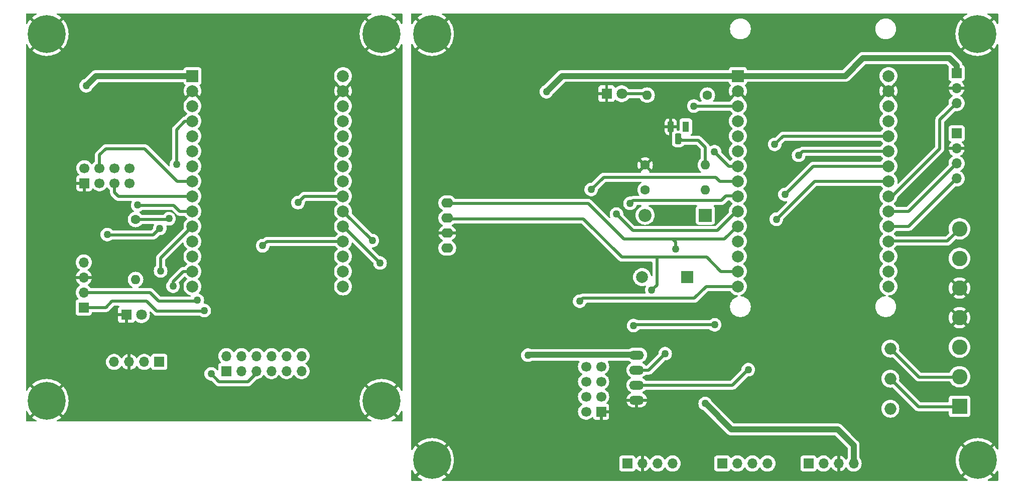
<source format=gbr>
%TF.GenerationSoftware,KiCad,Pcbnew,8.0.3*%
%TF.CreationDate,2024-07-22T10:46:32+07:00*%
%TF.ProjectId,pcb_edspert_v3,7063625f-6564-4737-9065-72745f76332e,rev?*%
%TF.SameCoordinates,Original*%
%TF.FileFunction,Copper,L2,Bot*%
%TF.FilePolarity,Positive*%
%FSLAX46Y46*%
G04 Gerber Fmt 4.6, Leading zero omitted, Abs format (unit mm)*
G04 Created by KiCad (PCBNEW 8.0.3) date 2024-07-22 10:46:32*
%MOMM*%
%LPD*%
G01*
G04 APERTURE LIST*
G04 Aperture macros list*
%AMRoundRect*
0 Rectangle with rounded corners*
0 $1 Rounding radius*
0 $2 $3 $4 $5 $6 $7 $8 $9 X,Y pos of 4 corners*
0 Add a 4 corners polygon primitive as box body*
4,1,4,$2,$3,$4,$5,$6,$7,$8,$9,$2,$3,0*
0 Add four circle primitives for the rounded corners*
1,1,$1+$1,$2,$3*
1,1,$1+$1,$4,$5*
1,1,$1+$1,$6,$7*
1,1,$1+$1,$8,$9*
0 Add four rect primitives between the rounded corners*
20,1,$1+$1,$2,$3,$4,$5,0*
20,1,$1+$1,$4,$5,$6,$7,0*
20,1,$1+$1,$6,$7,$8,$9,0*
20,1,$1+$1,$8,$9,$2,$3,0*%
G04 Aperture macros list end*
%TA.AperFunction,ComponentPad*%
%ADD10R,1.700000X1.700000*%
%TD*%
%TA.AperFunction,ComponentPad*%
%ADD11O,1.700000X1.700000*%
%TD*%
%TA.AperFunction,ComponentPad*%
%ADD12R,2.000000X2.000000*%
%TD*%
%TA.AperFunction,ComponentPad*%
%ADD13C,2.000000*%
%TD*%
%TA.AperFunction,ComponentPad*%
%ADD14C,0.800000*%
%TD*%
%TA.AperFunction,ComponentPad*%
%ADD15C,6.400000*%
%TD*%
%TA.AperFunction,ComponentPad*%
%ADD16C,1.600000*%
%TD*%
%TA.AperFunction,ComponentPad*%
%ADD17O,1.600000X1.600000*%
%TD*%
%TA.AperFunction,ComponentPad*%
%ADD18R,1.800000X1.800000*%
%TD*%
%TA.AperFunction,ComponentPad*%
%ADD19C,1.800000*%
%TD*%
%TA.AperFunction,ComponentPad*%
%ADD20C,1.700000*%
%TD*%
%TA.AperFunction,ComponentPad*%
%ADD21R,2.200000X2.200000*%
%TD*%
%TA.AperFunction,ComponentPad*%
%ADD22O,2.200000X2.200000*%
%TD*%
%TA.AperFunction,ComponentPad*%
%ADD23O,2.000000X1.600000*%
%TD*%
%TA.AperFunction,ComponentPad*%
%ADD24O,2.500000X1.524000*%
%TD*%
%TA.AperFunction,ComponentPad*%
%ADD25O,2.000000X2.000000*%
%TD*%
%TA.AperFunction,ComponentPad*%
%ADD26R,1.100000X1.800000*%
%TD*%
%TA.AperFunction,ComponentPad*%
%ADD27RoundRect,0.275000X0.275000X0.625000X-0.275000X0.625000X-0.275000X-0.625000X0.275000X-0.625000X0*%
%TD*%
%TA.AperFunction,ComponentPad*%
%ADD28R,2.600000X2.600000*%
%TD*%
%TA.AperFunction,ComponentPad*%
%ADD29C,2.600000*%
%TD*%
%TA.AperFunction,ViaPad*%
%ADD30C,1.270000*%
%TD*%
%TA.AperFunction,Conductor*%
%ADD31C,0.500000*%
%TD*%
%TA.AperFunction,Conductor*%
%ADD32C,1.000000*%
%TD*%
G04 APERTURE END LIST*
D10*
%TO.P,J4,1,Pin_1*%
%TO.N,VCC*%
X176950000Y-125580000D03*
D11*
%TO.P,J4,2,Pin_2*%
%TO.N,GND*%
X179490000Y-125580000D03*
%TO.P,J4,3,Pin_3*%
%TO.N,SCL*%
X182030000Y-125580000D03*
%TO.P,J4,4,Pin_4*%
%TO.N,SDA*%
X184570000Y-125580000D03*
%TD*%
D12*
%TO.P,BZ1,1,+*%
%TO.N,+5V*%
X187030000Y-94080000D03*
D13*
%TO.P,BZ1,2,-*%
%TO.N,Net-(BZ1--)*%
X179430000Y-94080000D03*
%TD*%
D14*
%TO.P,H4,1,1*%
%TO.N,GND*%
X141600000Y-125000000D03*
X142302944Y-123302944D03*
X142302944Y-126697056D03*
X144000000Y-122600000D03*
D15*
X144000000Y-125000000D03*
D14*
X144000000Y-127400000D03*
X145697056Y-123302944D03*
X145697056Y-126697056D03*
X146400000Y-125000000D03*
%TD*%
%TO.P,H1,1,1*%
%TO.N,GND*%
X141600000Y-53000000D03*
X142302944Y-51302944D03*
X142302944Y-54697056D03*
X144000000Y-50600000D03*
D15*
X144000000Y-53000000D03*
D14*
X144000000Y-55400000D03*
X145697056Y-51302944D03*
X145697056Y-54697056D03*
X146400000Y-53000000D03*
%TD*%
D16*
%TO.P,R2,1*%
%TO.N,GND*%
X179950000Y-75137750D03*
D17*
%TO.P,R2,2*%
%TO.N,Net-(Q1-B)*%
X190110000Y-75137750D03*
%TD*%
D10*
%TO.P,Soil_Moisture,1,VCC*%
%TO.N,VCC*%
X232480000Y-69800000D03*
D11*
%TO.P,Soil_Moisture,2,GND*%
%TO.N,GND*%
X232480000Y-72340000D03*
%TO.P,Soil_Moisture,3,DO*%
%TO.N,SM_DO*%
X232480000Y-74880000D03*
%TO.P,Soil_Moisture,4,AO*%
%TO.N,SM_AO*%
X232480000Y-77420000D03*
%TD*%
D18*
%TO.P,D6,1,K*%
%TO.N,GND1*%
X92460000Y-100420000D03*
D19*
%TO.P,D6,2,A*%
%TO.N,Net-(D6-A)*%
X95000000Y-100420000D03*
%TD*%
D10*
%TO.P,U4,1,GND*%
%TO.N,GND1*%
X85375000Y-78209500D03*
D20*
%TO.P,U4,2,VCC*%
%TO.N,VCCQ*%
X85375000Y-75669500D03*
%TO.P,U4,3,CE*%
%TO.N,CE1*%
X87915000Y-78209500D03*
%TO.P,U4,4,~{CSN}*%
%TO.N,CSN_RF1*%
X87915000Y-75669500D03*
%TO.P,U4,5,SCK*%
%TO.N,SCK1*%
X90455000Y-78209500D03*
%TO.P,U4,6,MOSI*%
%TO.N,MOSI1*%
X90455000Y-75669500D03*
%TO.P,U4,7,MISO*%
%TO.N,MISO1*%
X92995000Y-78209500D03*
%TO.P,U4,8,IRQ*%
%TO.N,unconnected-(U4-IRQ-Pad8)*%
X92995000Y-75669500D03*
%TD*%
D14*
%TO.P,H7,1,1*%
%TO.N,GND1*%
X76600000Y-115000000D03*
X77302944Y-113302944D03*
X77302944Y-116697056D03*
X79000000Y-112600000D03*
D15*
X79000000Y-115000000D03*
D14*
X79000000Y-117400000D03*
X80697056Y-113302944D03*
X80697056Y-116697056D03*
X81400000Y-115000000D03*
%TD*%
D21*
%TO.P,D1,1,K*%
%TO.N,+5V*%
X190110000Y-83622250D03*
D22*
%TO.P,D1,2,A*%
%TO.N,Net-(BZ1--)*%
X179950000Y-83622250D03*
%TD*%
D16*
%TO.P,R4,1*%
%TO.N,LED*%
X190440000Y-63330000D03*
D17*
%TO.P,R4,2*%
%TO.N,Net-(D3-A)*%
X180280000Y-63330000D03*
%TD*%
D10*
%TO.P,U2,1,GND*%
%TO.N,GND*%
X172530000Y-116830000D03*
D20*
%TO.P,U2,2,VCC*%
%TO.N,VCC*%
X169990000Y-116830000D03*
%TO.P,U2,3,CE*%
%TO.N,CE*%
X172530000Y-114290000D03*
%TO.P,U2,4,~{CSN}*%
%TO.N,CSN_RF*%
X169990000Y-114290000D03*
%TO.P,U2,5,SCK*%
%TO.N,SCK*%
X172530000Y-111750000D03*
%TO.P,U2,6,MOSI*%
%TO.N,MOSI*%
X169990000Y-111750000D03*
%TO.P,U2,7,MISO*%
%TO.N,MISO*%
X172530000Y-109210000D03*
%TO.P,U2,8,IRQ*%
%TO.N,unconnected-(U2-IRQ-Pad8)*%
X169990000Y-109210000D03*
%TD*%
D12*
%TO.P,U1,1,3V3*%
%TO.N,VCC*%
X195600000Y-60090000D03*
D13*
%TO.P,U1,2,GND*%
%TO.N,GND*%
X195600000Y-62630000D03*
%TO.P,U1,3,D15*%
%TO.N,Buzzer*%
X195600000Y-65170000D03*
%TO.P,U1,4,D2*%
%TO.N,LED*%
X195600000Y-67710000D03*
%TO.P,U1,5,D4*%
%TO.N,CE*%
X195600000Y-70250000D03*
%TO.P,U1,6,RX2*%
%TO.N,RXD*%
X195600000Y-72790000D03*
%TO.P,U1,7,TX2*%
%TO.N,TXD*%
X195600000Y-75330000D03*
%TO.P,U1,8,D5*%
%TO.N,CSN_RF*%
X195600000Y-77870000D03*
%TO.P,U1,9,D18*%
%TO.N,SCK*%
X195600000Y-80410000D03*
%TO.P,U1,10,D19*%
%TO.N,MISO*%
X195600000Y-82950000D03*
%TO.P,U1,11,D21*%
%TO.N,SDA*%
X195600000Y-85490000D03*
%TO.P,U1,12,RX0*%
%TO.N,unconnected-(U1-RX0-Pad12)*%
X195600000Y-88030000D03*
%TO.P,U1,13,TX0*%
%TO.N,unconnected-(U1-TX0-Pad13)*%
X195600000Y-90570000D03*
%TO.P,U1,14,D22*%
%TO.N,SCL*%
X195600000Y-93110000D03*
%TO.P,U1,15,D23*%
%TO.N,MOSI*%
X195600000Y-95650000D03*
%TO.P,U1,16,EN*%
%TO.N,unconnected-(U1-EN-Pad16)*%
X221000000Y-95650000D03*
%TO.P,U1,17,VP*%
%TO.N,unconnected-(U1-VP-Pad17)*%
X221000000Y-93110000D03*
%TO.P,U1,18,VN*%
%TO.N,unconnected-(U1-VN-Pad18)*%
X221000000Y-90570000D03*
%TO.P,U1,19,D34*%
%TO.N,WS_AO*%
X221000000Y-88030000D03*
%TO.P,U1,20,D35*%
%TO.N,SM_AO*%
X221000000Y-85490000D03*
%TO.P,U1,21,D32*%
%TO.N,SM_DO*%
X221000000Y-82950000D03*
%TO.P,U1,22,D33*%
%TO.N,LDR_DO*%
X221000000Y-80410000D03*
%TO.P,U1,23,D25*%
%TO.N,/Node/D25*%
X221000000Y-77870000D03*
%TO.P,U1,24,D26*%
%TO.N,/Node/D26*%
X221000000Y-75330000D03*
%TO.P,U1,25,D27*%
%TO.N,/Node/D27*%
X221000000Y-72790000D03*
%TO.P,U1,26,D14*%
%TO.N,/Node/D14*%
X221000000Y-70250000D03*
%TO.P,U1,27,D12*%
%TO.N,FAN*%
X221000000Y-67710000D03*
%TO.P,U1,28,D13*%
%TO.N,PUMP*%
X221000000Y-65170000D03*
%TO.P,U1,29,GND*%
%TO.N,GND*%
X221000000Y-62630000D03*
%TO.P,U1,30,VIN*%
%TO.N,+5V*%
X221000000Y-60090000D03*
%TD*%
D12*
%TO.P,U3,1,3V3*%
%TO.N,VCCQ*%
X103600000Y-60100000D03*
D13*
%TO.P,U3,2,GND*%
%TO.N,GND1*%
X103600000Y-62640000D03*
%TO.P,U3,3,D15*%
%TO.N,/Gateway/D15*%
X103600000Y-65180000D03*
%TO.P,U3,4,D2*%
%TO.N,LED1*%
X103600000Y-67720000D03*
%TO.P,U3,5,D4*%
%TO.N,CE1*%
X103600000Y-70260000D03*
%TO.P,U3,6,RX2*%
%TO.N,RXD1*%
X103600000Y-72800000D03*
%TO.P,U3,7,TX2*%
%TO.N,TXD1*%
X103600000Y-75340000D03*
%TO.P,U3,8,D5*%
%TO.N,CSN_RF1*%
X103600000Y-77880000D03*
%TO.P,U3,9,D18*%
%TO.N,SCK1*%
X103600000Y-80420000D03*
%TO.P,U3,10,D19*%
%TO.N,MISO1*%
X103600000Y-82960000D03*
%TO.P,U3,11,D21*%
%TO.N,SDA1*%
X103600000Y-85500000D03*
%TO.P,U3,12,RX0*%
%TO.N,unconnected-(U3-RX0-Pad12)*%
X103600000Y-88040000D03*
%TO.P,U3,13,TX0*%
%TO.N,unconnected-(U3-TX0-Pad13)*%
X103600000Y-90580000D03*
%TO.P,U3,14,D22*%
%TO.N,SCL1*%
X103600000Y-93120000D03*
%TO.P,U3,15,D23*%
%TO.N,MOSI1*%
X103600000Y-95660000D03*
%TO.P,U3,16,EN*%
%TO.N,unconnected-(U3-EN-Pad16)*%
X129000000Y-95660000D03*
%TO.P,U3,17,VP*%
%TO.N,unconnected-(U3-VP-Pad17)*%
X129000000Y-93120000D03*
%TO.P,U3,18,VN*%
%TO.N,unconnected-(U3-VN-Pad18)*%
X129000000Y-90580000D03*
%TO.P,U3,19,D34*%
%TO.N,/Gateway/D34*%
X129000000Y-88040000D03*
%TO.P,U3,20,D35*%
%TO.N,/Gateway/D35*%
X129000000Y-85500000D03*
%TO.P,U3,21,D32*%
%TO.N,/Gateway/D32*%
X129000000Y-82960000D03*
%TO.P,U3,22,D33*%
%TO.N,/Gateway/D33*%
X129000000Y-80420000D03*
%TO.P,U3,23,D25*%
%TO.N,/Gateway/D25*%
X129000000Y-77880000D03*
%TO.P,U3,24,D26*%
%TO.N,/Gateway/D26*%
X129000000Y-75340000D03*
%TO.P,U3,25,D27*%
%TO.N,/Gateway/D27*%
X129000000Y-72800000D03*
%TO.P,U3,26,D14*%
%TO.N,/Gateway/D14*%
X129000000Y-70260000D03*
%TO.P,U3,27,D12*%
%TO.N,/Gateway/D12*%
X129000000Y-67720000D03*
%TO.P,U3,28,D13*%
%TO.N,/Gateway/D13*%
X129000000Y-65180000D03*
%TO.P,U3,29,GND*%
%TO.N,GND1*%
X129000000Y-62640000D03*
%TO.P,U3,30,VIN*%
%TO.N,+5VA*%
X129000000Y-60100000D03*
%TD*%
D16*
%TO.P,R8,1*%
%TO.N,LED1*%
X94000000Y-84340000D03*
D17*
%TO.P,R8,2*%
%TO.N,Net-(D6-A)*%
X94000000Y-94500000D03*
%TD*%
D10*
%TO.P,J6,1,Pin_1*%
%TO.N,unconnected-(J6-Pin_1-Pad1)*%
X109300000Y-109960000D03*
D11*
%TO.P,J6,2,Pin_2*%
%TO.N,/Gateway/D12*%
X109300000Y-107420000D03*
%TO.P,J6,3,Pin_3*%
%TO.N,/Gateway/D13*%
X111840000Y-109960000D03*
%TO.P,J6,4,Pin_4*%
%TO.N,/Gateway/D14*%
X111840000Y-107420000D03*
%TO.P,J6,5,Pin_5*%
%TO.N,/Gateway/D15*%
X114380000Y-109960000D03*
%TO.P,J6,6,Pin_6*%
%TO.N,/Gateway/D34*%
X114380000Y-107420000D03*
%TO.P,J6,7,Pin_7*%
%TO.N,/Gateway/D35*%
X116920000Y-109960000D03*
%TO.P,J6,8,Pin_8*%
%TO.N,/Gateway/D33*%
X116920000Y-107420000D03*
%TO.P,J6,9,Pin_9*%
%TO.N,/Gateway/D32*%
X119460000Y-109960000D03*
%TO.P,J6,10,Pin_10*%
%TO.N,/Gateway/D27*%
X119460000Y-107420000D03*
%TO.P,J6,11,Pin_11*%
%TO.N,/Gateway/D26*%
X122000000Y-109960000D03*
%TO.P,J6,12,Pin_12*%
%TO.N,/Gateway/D25*%
X122000000Y-107420000D03*
%TD*%
D10*
%TO.P,J7,1,Pin_1*%
%TO.N,/Node/D14*%
X192960000Y-125580000D03*
D11*
%TO.P,J7,2,Pin_2*%
%TO.N,/Node/D25*%
X195500000Y-125580000D03*
%TO.P,J7,3,Pin_3*%
%TO.N,/Node/D26*%
X198040000Y-125580000D03*
%TO.P,J7,4,Pin_4*%
%TO.N,/Node/D27*%
X200580000Y-125580000D03*
%TD*%
D23*
%TO.P,Brd1,1,VCC*%
%TO.N,VCC*%
X146580000Y-89170000D03*
%TO.P,Brd1,2,GND*%
%TO.N,GND*%
X146580000Y-86630000D03*
%TO.P,Brd1,3,SCL*%
%TO.N,SCL*%
X146580000Y-84090000D03*
%TO.P,Brd1,4,SDA*%
%TO.N,SDA*%
X146580000Y-81550000D03*
%TD*%
D24*
%TO.P,rs485_module1,1,VCC*%
%TO.N,VCC*%
X178530000Y-107250000D03*
%TO.P,rs485_module1,2,TXD*%
%TO.N,TXD*%
X178530000Y-109790000D03*
%TO.P,rs485_module1,3,RXD*%
%TO.N,RXD*%
X178530000Y-112330000D03*
%TO.P,rs485_module1,4,GND*%
%TO.N,GND*%
X178530000Y-114870000D03*
D25*
%TO.P,rs485_module1,5*%
%TO.N,unconnected-(rs485_module1-Pad5)*%
X221320000Y-116330000D03*
%TO.P,rs485_module1,6,B-*%
%TO.N,B-*%
X221320000Y-111250000D03*
%TO.P,rs485_module1,7,A+*%
%TO.N,A+*%
X221320000Y-106170000D03*
%TD*%
D10*
%TO.P,LDR_sensor,1,VCC*%
%TO.N,VCC*%
X232480000Y-59600000D03*
D11*
%TO.P,LDR_sensor,2,GND*%
%TO.N,GND*%
X232480000Y-62140000D03*
%TO.P,LDR_sensor,3,DO*%
%TO.N,LDR_DO*%
X232480000Y-64680000D03*
%TD*%
D10*
%TO.P,J2,1,Pin_1*%
%TO.N,PUMP*%
X207500000Y-125580000D03*
D11*
%TO.P,J2,2,Pin_2*%
%TO.N,FAN*%
X210040000Y-125580000D03*
%TO.P,J2,3,Pin_3*%
%TO.N,GND*%
X212580000Y-125580000D03*
%TO.P,J2,4,Pin_4*%
%TO.N,+5V*%
X215120000Y-125580000D03*
%TD*%
D26*
%TO.P,Q1,1,C*%
%TO.N,Net-(BZ1--)*%
X186800000Y-68680000D03*
D27*
%TO.P,Q1,2,B*%
%TO.N,Net-(Q1-B)*%
X185530000Y-70750000D03*
%TO.P,Q1,3,E*%
%TO.N,GND*%
X184260000Y-68680000D03*
%TD*%
D10*
%TO.P,J5,1,Pin_1*%
%TO.N,SCL1*%
X98000000Y-108420000D03*
D11*
%TO.P,J5,2,Pin_2*%
%TO.N,SDA1*%
X95460000Y-108420000D03*
%TO.P,J5,3,Pin_3*%
%TO.N,GND1*%
X92920000Y-108420000D03*
%TO.P,J5,4,Pin_4*%
%TO.N,VCCQ*%
X90380000Y-108420000D03*
%TD*%
D14*
%TO.P,H6,1,1*%
%TO.N,GND1*%
X76600000Y-53000000D03*
X77302944Y-51302944D03*
X77302944Y-54697056D03*
X79000000Y-50600000D03*
D15*
X79000000Y-53000000D03*
D14*
X79000000Y-55400000D03*
X80697056Y-51302944D03*
X80697056Y-54697056D03*
X81400000Y-53000000D03*
%TD*%
%TO.P,H5,1,1*%
%TO.N,GND1*%
X133100000Y-53000000D03*
X133802944Y-51302944D03*
X133802944Y-54697056D03*
X135500000Y-50600000D03*
D15*
X135500000Y-53000000D03*
D14*
X135500000Y-55400000D03*
X137197056Y-51302944D03*
X137197056Y-54697056D03*
X137900000Y-53000000D03*
%TD*%
%TO.P,H2,1,1*%
%TO.N,GND*%
X233600000Y-53000000D03*
X234302944Y-51302944D03*
X234302944Y-54697056D03*
X236000000Y-50600000D03*
D15*
X236000000Y-53000000D03*
D14*
X236000000Y-55400000D03*
X237697056Y-51302944D03*
X237697056Y-54697056D03*
X238400000Y-53000000D03*
%TD*%
%TO.P,H8,1,1*%
%TO.N,GND1*%
X133100000Y-115000000D03*
X133802944Y-113302944D03*
X133802944Y-116697056D03*
X135500000Y-112600000D03*
D15*
X135500000Y-115000000D03*
D14*
X135500000Y-117400000D03*
X137197056Y-113302944D03*
X137197056Y-116697056D03*
X137900000Y-115000000D03*
%TD*%
%TO.P,H3,1,1*%
%TO.N,GND*%
X233652944Y-125000000D03*
X234355888Y-123302944D03*
X234355888Y-126697056D03*
X236052944Y-122600000D03*
D15*
X236052944Y-125000000D03*
D14*
X236052944Y-127400000D03*
X237750000Y-123302944D03*
X237750000Y-126697056D03*
X238452944Y-125000000D03*
%TD*%
D16*
%TO.P,R1,1*%
%TO.N,Buzzer*%
X179950000Y-79330000D03*
D17*
%TO.P,R1,2*%
%TO.N,Net-(Q1-B)*%
X190110000Y-79330000D03*
%TD*%
D18*
%TO.P,D3,1,K*%
%TO.N,GND*%
X173460000Y-63080000D03*
D19*
%TO.P,D3,2,A*%
%TO.N,Net-(D3-A)*%
X176000000Y-63080000D03*
%TD*%
D10*
%TO.P,J3,1,Pin_1*%
%TO.N,RXD1*%
X85260000Y-99220000D03*
D11*
%TO.P,J3,2,Pin_2*%
%TO.N,TXD1*%
X85260000Y-96680000D03*
%TO.P,J3,3,Pin_3*%
%TO.N,GND1*%
X85260000Y-94140000D03*
%TO.P,J3,4,Pin_4*%
%TO.N,VCCQ*%
X85260000Y-91600000D03*
%TD*%
D28*
%TO.P,J1,1,Pin_1*%
%TO.N,B-*%
X232980000Y-115920000D03*
D29*
%TO.P,J1,2,Pin_2*%
%TO.N,A+*%
X232980000Y-110920000D03*
%TO.P,J1,3,Pin_3*%
%TO.N,+5V*%
X232980000Y-105920000D03*
%TO.P,J1,4,Pin_4*%
%TO.N,GND*%
X232980000Y-100920000D03*
%TO.P,J1,5,Pin_5*%
X232980000Y-95920000D03*
%TO.P,J1,6,Pin_6*%
%TO.N,VCC*%
X232980000Y-90920000D03*
%TO.P,J1,7,Pin_7*%
%TO.N,WS_AO*%
X232980000Y-85920000D03*
%TD*%
D30*
%TO.N,GND*%
X188905476Y-67716750D03*
X214305476Y-67716750D03*
X148265476Y-113436750D03*
X173665476Y-67716750D03*
X199065476Y-62636750D03*
X168585476Y-72796750D03*
X153345476Y-108356750D03*
X153345476Y-93116750D03*
X214305476Y-98196750D03*
X143185476Y-57556750D03*
X153345476Y-52476750D03*
X143185476Y-103276750D03*
X168585476Y-62636750D03*
X143185476Y-82956750D03*
X183825476Y-52476750D03*
X153345476Y-77876750D03*
X214305476Y-108356750D03*
X209225476Y-67716750D03*
X199065476Y-67716750D03*
X214305476Y-62636750D03*
X158425476Y-77876750D03*
X163505476Y-57556750D03*
X158425476Y-93116750D03*
X183825476Y-57556750D03*
X143185476Y-72796750D03*
X209225476Y-57556750D03*
X199065476Y-57556750D03*
X143185476Y-88036750D03*
X219385476Y-113436750D03*
X143185476Y-108356750D03*
X178745476Y-72796750D03*
X143185476Y-93116750D03*
X143185476Y-113436750D03*
X229545476Y-52476750D03*
X148265476Y-108356750D03*
X214305476Y-93116750D03*
X143185476Y-118516750D03*
X153345476Y-57556750D03*
X148265476Y-57556750D03*
X173665476Y-72796750D03*
X168585476Y-67716750D03*
X158425476Y-57556750D03*
X214305476Y-88036750D03*
X143185476Y-67716750D03*
X209225476Y-62636750D03*
X204145476Y-67716750D03*
X143185476Y-62636750D03*
X219385476Y-108356750D03*
X224465476Y-52476750D03*
X143185476Y-98196750D03*
X183825476Y-72796750D03*
X168585476Y-88036750D03*
X143185476Y-77876750D03*
X153345476Y-113436750D03*
X204145476Y-57556750D03*
X188905476Y-52476750D03*
X178745476Y-67716750D03*
X168585476Y-93116750D03*
X188905476Y-57556750D03*
X204145476Y-62636750D03*
X214305476Y-113436750D03*
X158425476Y-113436750D03*
%TO.N,VCC*%
X163310000Y-62750000D03*
X160180000Y-107280000D03*
%TO.N,SDA*%
X185100000Y-89337000D03*
%TO.N,SCL*%
X181070000Y-96250000D03*
%TO.N,+5V*%
X190080000Y-115450000D03*
%TO.N,Buzzer*%
X188180000Y-65170000D03*
%TO.N,GND1*%
X92385476Y-62636750D03*
X87305476Y-52476750D03*
X112705476Y-67716750D03*
X92385476Y-57556750D03*
X117785476Y-72796750D03*
X87305476Y-57556750D03*
X122865476Y-62636750D03*
X112705476Y-72796750D03*
X87305476Y-67716750D03*
X127945476Y-98196750D03*
X112705476Y-62636750D03*
X97465476Y-52476750D03*
X97465476Y-67716750D03*
X117785476Y-57556750D03*
X112705476Y-57556750D03*
X102545476Y-57556750D03*
X133025476Y-62636750D03*
X117785476Y-62636750D03*
X107625476Y-57556750D03*
X92385476Y-52476750D03*
X97465476Y-57556750D03*
X122865476Y-52476750D03*
X102545476Y-52476750D03*
X117785476Y-67716750D03*
X107625476Y-52476750D03*
X133025476Y-57556750D03*
X92385476Y-103276750D03*
X87305476Y-103276750D03*
X87305476Y-93116750D03*
X112705476Y-52476750D03*
X133025476Y-72796750D03*
X122865476Y-57556750D03*
X97465476Y-62636750D03*
X122865476Y-67716750D03*
X107625476Y-62636750D03*
X127945476Y-57556750D03*
X117785476Y-52476750D03*
X127945476Y-52476750D03*
X92385476Y-67716750D03*
X112705476Y-77876750D03*
%TO.N,RXD*%
X197350000Y-109720000D03*
%TO.N,TXD*%
X183330000Y-107020000D03*
X191650000Y-72880000D03*
%TO.N,TXD1*%
X104410000Y-98000000D03*
%TO.N,CE*%
X191690000Y-102150000D03*
X178000000Y-102260000D03*
%TO.N,LED1*%
X99630000Y-84210000D03*
X100900000Y-75030000D03*
%TO.N,SCK*%
X177400000Y-81630000D03*
%TO.N,RXD1*%
X105590000Y-99720000D03*
%TO.N,CSN_RF*%
X170860000Y-79280000D03*
%TO.N,MISO*%
X175120000Y-83450000D03*
%TO.N,VCCQ*%
X85660000Y-61760000D03*
%TO.N,MOSI*%
X168910000Y-98160000D03*
%TO.N,SCL1*%
X100330000Y-95620000D03*
%TO.N,SDA1*%
X98230000Y-93030000D03*
%TO.N,/Gateway/D32*%
X133940000Y-87910000D03*
%TO.N,/Gateway/D15*%
X106760000Y-110440000D03*
%TO.N,/Gateway/D33*%
X121400000Y-81500000D03*
%TO.N,/Gateway/D34*%
X115435000Y-88785000D03*
%TO.N,/Gateway/D35*%
X135240000Y-91700000D03*
%TO.N,/Node/D26*%
X203530000Y-80110000D03*
%TO.N,/Node/D25*%
X202080000Y-84300000D03*
%TO.N,/Node/D27*%
X205840000Y-73500000D03*
%TO.N,CE1*%
X98100000Y-85830000D03*
X89230000Y-86890000D03*
%TO.N,MISO1*%
X94360000Y-81920000D03*
%TO.N,/Node/D14*%
X201800000Y-71670000D03*
%TD*%
D31*
%TO.N,MISO1*%
X94360000Y-81920000D02*
X94380000Y-81940000D01*
X94380000Y-81940000D02*
X100430000Y-81940000D01*
X100430000Y-81940000D02*
X101450000Y-82960000D01*
X101450000Y-82960000D02*
X103600000Y-82960000D01*
%TO.N,SCL*%
X181930000Y-95390000D02*
X181930000Y-90730000D01*
X181070000Y-96250000D02*
X181930000Y-95390000D01*
%TO.N,SDA*%
X185100000Y-88180000D02*
X184560000Y-87640000D01*
X185100000Y-89337000D02*
X185100000Y-88180000D01*
D32*
%TO.N,VCC*%
X195600000Y-60090000D02*
X165970000Y-60090000D01*
X195600000Y-60090000D02*
X213680000Y-60090000D01*
X178520000Y-107240000D02*
X160220000Y-107240000D01*
X178530000Y-107250000D02*
X178520000Y-107240000D01*
X232480000Y-58330000D02*
X232480000Y-59600000D01*
X216720000Y-57050000D02*
X231200000Y-57050000D01*
X160220000Y-107240000D02*
X160180000Y-107280000D01*
X213680000Y-60090000D02*
X216720000Y-57050000D01*
X231200000Y-57050000D02*
X232480000Y-58330000D01*
X165970000Y-60090000D02*
X163310000Y-62750000D01*
D31*
%TO.N,SDA*%
X195480000Y-85490000D02*
X195600000Y-85490000D01*
X146640000Y-81610000D02*
X170340000Y-81610000D01*
X170340000Y-81610000D02*
X176370000Y-87640000D01*
X184560000Y-87640000D02*
X193330000Y-87640000D01*
X146580000Y-81550000D02*
X146640000Y-81610000D01*
X193330000Y-87640000D02*
X195480000Y-85490000D01*
X176370000Y-87640000D02*
X184560000Y-87640000D01*
%TO.N,SCL*%
X146580000Y-84090000D02*
X146710000Y-84220000D01*
X169530000Y-84220000D02*
X176040000Y-90730000D01*
X190330000Y-90730000D02*
X192710000Y-93110000D01*
X176040000Y-90730000D02*
X181930000Y-90730000D01*
X146710000Y-84220000D02*
X169530000Y-84220000D01*
X181930000Y-90730000D02*
X190330000Y-90730000D01*
X192710000Y-93110000D02*
X195600000Y-93110000D01*
D32*
%TO.N,+5V*%
X215120000Y-122520000D02*
X215120000Y-125580000D01*
X190140000Y-115450000D02*
X194530000Y-119840000D01*
X194530000Y-119840000D02*
X212440000Y-119840000D01*
X212440000Y-119840000D02*
X215120000Y-122520000D01*
X190080000Y-115450000D02*
X190140000Y-115450000D01*
D31*
%TO.N,Net-(D3-A)*%
X180030000Y-63080000D02*
X180280000Y-63330000D01*
X176000000Y-63080000D02*
X180030000Y-63080000D01*
%TO.N,B-*%
X226040000Y-115970000D02*
X232930000Y-115970000D01*
X232930000Y-115970000D02*
X232980000Y-115920000D01*
X221320000Y-111250000D02*
X226040000Y-115970000D01*
%TO.N,A+*%
X232930000Y-110970000D02*
X232980000Y-110920000D01*
X226120000Y-110970000D02*
X232930000Y-110970000D01*
X221320000Y-106170000D02*
X226120000Y-110970000D01*
%TO.N,WS_AO*%
X230900000Y-88000000D02*
X221030000Y-88000000D01*
X232980000Y-85920000D02*
X230900000Y-88000000D01*
X221030000Y-88000000D02*
X221000000Y-88030000D01*
%TO.N,LDR_DO*%
X221620000Y-80410000D02*
X221000000Y-80410000D01*
X229670000Y-72360000D02*
X221620000Y-80410000D01*
X232480000Y-64680000D02*
X229670000Y-67490000D01*
X229670000Y-67490000D02*
X229670000Y-72360000D01*
%TO.N,Net-(Q1-B)*%
X188930000Y-70960000D02*
X190110000Y-72140000D01*
X190110000Y-72140000D02*
X190110000Y-75137750D01*
X185530000Y-70350000D02*
X186140000Y-70960000D01*
X186140000Y-70960000D02*
X188930000Y-70960000D01*
%TO.N,Buzzer*%
X188180000Y-65170000D02*
X195600000Y-65170000D01*
%TO.N,RXD*%
X197300000Y-109720000D02*
X194690000Y-112330000D01*
X197350000Y-109720000D02*
X197300000Y-109720000D01*
X194690000Y-112330000D02*
X178530000Y-112330000D01*
%TO.N,TXD*%
X180550000Y-109790000D02*
X178530000Y-109790000D01*
X194100000Y-75330000D02*
X195600000Y-75330000D01*
X183330000Y-107020000D02*
X183320000Y-107020000D01*
X191650000Y-72880000D02*
X194100000Y-75330000D01*
X183320000Y-107020000D02*
X180550000Y-109790000D01*
%TO.N,SM_DO*%
X232470000Y-74880000D02*
X232480000Y-74880000D01*
X224400000Y-82950000D02*
X232470000Y-74880000D01*
X221000000Y-82950000D02*
X224400000Y-82950000D01*
%TO.N,SM_AO*%
X224410000Y-85490000D02*
X221000000Y-85490000D01*
X232480000Y-77420000D02*
X224410000Y-85490000D01*
%TO.N,TXD1*%
X96470000Y-96680000D02*
X85260000Y-96680000D01*
X97910000Y-98120000D02*
X96470000Y-96680000D01*
X104290000Y-98120000D02*
X97910000Y-98120000D01*
X104410000Y-98000000D02*
X104290000Y-98120000D01*
%TO.N,CE*%
X178000000Y-102260000D02*
X178110000Y-102150000D01*
X178110000Y-102150000D02*
X191690000Y-102150000D01*
%TO.N,LED1*%
X100900000Y-75030000D02*
X100900000Y-69150000D01*
X99630000Y-84210000D02*
X99500000Y-84340000D01*
X100900000Y-69150000D02*
X102330000Y-67720000D01*
X99500000Y-84340000D02*
X94000000Y-84340000D01*
X102330000Y-67720000D02*
X103600000Y-67720000D01*
%TO.N,SCK*%
X192800000Y-81160000D02*
X193590000Y-80370000D01*
X193590000Y-80370000D02*
X195560000Y-80370000D01*
X195560000Y-80370000D02*
X195600000Y-80410000D01*
X177400000Y-81630000D02*
X177870000Y-81160000D01*
X177870000Y-81160000D02*
X192800000Y-81160000D01*
%TO.N,RXD1*%
X104200000Y-99860000D02*
X105450000Y-99860000D01*
X105450000Y-99860000D02*
X105590000Y-99720000D01*
X90030000Y-98170000D02*
X95880000Y-98170000D01*
X85260000Y-99220000D02*
X88980000Y-99220000D01*
X104190000Y-99870000D02*
X104200000Y-99860000D01*
X95880000Y-98170000D02*
X97580000Y-99870000D01*
X97580000Y-99870000D02*
X104190000Y-99870000D01*
X88980000Y-99220000D02*
X90030000Y-98170000D01*
%TO.N,CSN_RF*%
X191900000Y-77190000D02*
X192580000Y-77870000D01*
X192580000Y-77870000D02*
X195600000Y-77870000D01*
X172950000Y-77190000D02*
X191900000Y-77190000D01*
X170860000Y-79280000D02*
X172950000Y-77190000D01*
%TO.N,MISO*%
X195380000Y-82950000D02*
X195600000Y-82950000D01*
X175120000Y-83450000D02*
X177910000Y-86240000D01*
X177910000Y-86240000D02*
X192090000Y-86240000D01*
X192090000Y-86240000D02*
X195380000Y-82950000D01*
D32*
%TO.N,VCCQ*%
X87320000Y-60100000D02*
X85660000Y-61760000D01*
X103600000Y-60100000D02*
X87320000Y-60100000D01*
D31*
%TO.N,MOSI*%
X169420000Y-97650000D02*
X188270000Y-97650000D01*
X188270000Y-97650000D02*
X190270000Y-95650000D01*
X190270000Y-95650000D02*
X195600000Y-95650000D01*
X168910000Y-98160000D02*
X169420000Y-97650000D01*
%TO.N,SCL1*%
X100330000Y-95620000D02*
X100330000Y-94820000D01*
X100330000Y-94820000D02*
X102030000Y-93120000D01*
X102030000Y-93120000D02*
X103600000Y-93120000D01*
%TO.N,SDA1*%
X98230000Y-90870000D02*
X103600000Y-85500000D01*
X98230000Y-93030000D02*
X98230000Y-90870000D01*
%TO.N,/Gateway/D32*%
X133940000Y-87900000D02*
X129000000Y-82960000D01*
X133940000Y-87910000D02*
X133940000Y-87900000D01*
%TO.N,/Gateway/D15*%
X108090000Y-111770000D02*
X112930000Y-111770000D01*
X112930000Y-111770000D02*
X114380000Y-110320000D01*
X114380000Y-110320000D02*
X114380000Y-109960000D01*
X106760000Y-110440000D02*
X108090000Y-111770000D01*
%TO.N,/Gateway/D33*%
X128970000Y-80450000D02*
X129000000Y-80420000D01*
X122450000Y-80450000D02*
X128970000Y-80450000D01*
X121400000Y-81500000D02*
X122450000Y-80450000D01*
%TO.N,/Gateway/D34*%
X115435000Y-88785000D02*
X116180000Y-88040000D01*
X116180000Y-88040000D02*
X129000000Y-88040000D01*
%TO.N,/Gateway/D35*%
X135240000Y-91700000D02*
X129040000Y-85500000D01*
X129040000Y-85500000D02*
X129000000Y-85500000D01*
%TO.N,/Node/D26*%
X208310000Y-75330000D02*
X221000000Y-75330000D01*
X203530000Y-80110000D02*
X208310000Y-75330000D01*
%TO.N,/Node/D25*%
X208520000Y-77870000D02*
X221000000Y-77870000D01*
X202090000Y-84300000D02*
X208520000Y-77870000D01*
X202080000Y-84300000D02*
X202090000Y-84300000D01*
%TO.N,/Node/D27*%
X206550000Y-72790000D02*
X221000000Y-72790000D01*
X205840000Y-73500000D02*
X206550000Y-72790000D01*
%TO.N,SCK1*%
X91120000Y-80430000D02*
X103590000Y-80430000D01*
X90455000Y-78209500D02*
X90455000Y-79765000D01*
X103590000Y-80430000D02*
X103600000Y-80420000D01*
X90455000Y-79765000D02*
X91120000Y-80430000D01*
%TO.N,CE1*%
X96980000Y-86950000D02*
X89290000Y-86950000D01*
X89290000Y-86950000D02*
X89230000Y-86890000D01*
X98100000Y-85830000D02*
X96980000Y-86950000D01*
%TO.N,MISO1*%
X103580000Y-82980000D02*
X103600000Y-82960000D01*
%TO.N,CSN_RF1*%
X101050000Y-77880000D02*
X103600000Y-77880000D01*
X87915000Y-73445000D02*
X88990000Y-72370000D01*
X88990000Y-72370000D02*
X95540000Y-72370000D01*
X87915000Y-75669500D02*
X87915000Y-73445000D01*
X95540000Y-72370000D02*
X101050000Y-77880000D01*
%TO.N,/Node/D14*%
X201800000Y-71670000D02*
X203220000Y-70250000D01*
X203220000Y-70250000D02*
X221000000Y-70250000D01*
%TD*%
%TA.AperFunction,Conductor*%
%TO.N,GND*%
G36*
X142779588Y-126042330D02*
G01*
X142957670Y-126220412D01*
X143059300Y-126294251D01*
X141564648Y-127788903D01*
X141564649Y-127788904D01*
X141822206Y-127997468D01*
X142147456Y-128208689D01*
X142258001Y-128265015D01*
X142308797Y-128312990D01*
X142325592Y-128380811D01*
X142303055Y-128446945D01*
X142248340Y-128490397D01*
X142201706Y-128499500D01*
X140624500Y-128499500D01*
X140557461Y-128479815D01*
X140511706Y-128427011D01*
X140500500Y-128375500D01*
X140500500Y-126798293D01*
X140520185Y-126731254D01*
X140572989Y-126685499D01*
X140642147Y-126675555D01*
X140705703Y-126704580D01*
X140734985Y-126741999D01*
X140791307Y-126852538D01*
X140791308Y-126852541D01*
X141002531Y-127177793D01*
X141211095Y-127435350D01*
X141211096Y-127435350D01*
X142705748Y-125940698D01*
X142779588Y-126042330D01*
G37*
%TD.AperFunction*%
%TA.AperFunction,Conductor*%
G36*
X234268745Y-49520185D02*
G01*
X234314500Y-49572989D01*
X234324444Y-49642147D01*
X234295419Y-49705703D01*
X234258001Y-49734985D01*
X234147456Y-49791310D01*
X233822206Y-50002531D01*
X233564648Y-50211095D01*
X233564648Y-50211096D01*
X235059301Y-51705748D01*
X234957670Y-51779588D01*
X234779588Y-51957670D01*
X234705748Y-52059300D01*
X233211096Y-50564648D01*
X233211095Y-50564648D01*
X233002531Y-50822206D01*
X232791310Y-51147456D01*
X232615244Y-51493005D01*
X232476262Y-51855063D01*
X232375887Y-52229669D01*
X232375886Y-52229676D01*
X232315219Y-52612712D01*
X232294922Y-52999999D01*
X232294922Y-53000000D01*
X232315219Y-53387287D01*
X232375886Y-53770323D01*
X232375887Y-53770330D01*
X232476262Y-54144936D01*
X232615244Y-54506994D01*
X232791310Y-54852543D01*
X233002531Y-55177793D01*
X233211095Y-55435350D01*
X233211096Y-55435350D01*
X234705748Y-53940698D01*
X234779588Y-54042330D01*
X234957670Y-54220412D01*
X235059300Y-54294251D01*
X233564648Y-55788903D01*
X233564649Y-55788904D01*
X233822206Y-55997468D01*
X234147456Y-56208689D01*
X234493005Y-56384755D01*
X234855063Y-56523737D01*
X235229669Y-56624112D01*
X235229676Y-56624113D01*
X235612712Y-56684780D01*
X235999999Y-56705078D01*
X236000001Y-56705078D01*
X236387287Y-56684780D01*
X236770323Y-56624113D01*
X236770330Y-56624112D01*
X237144936Y-56523737D01*
X237506994Y-56384755D01*
X237852543Y-56208689D01*
X238177783Y-55997476D01*
X238177785Y-55997475D01*
X238435349Y-55788902D01*
X236940698Y-54294251D01*
X237042330Y-54220412D01*
X237220412Y-54042330D01*
X237294251Y-53940698D01*
X238788902Y-55435349D01*
X238997475Y-55177785D01*
X238997476Y-55177783D01*
X239208691Y-54852541D01*
X239208692Y-54852538D01*
X239265015Y-54741999D01*
X239312989Y-54691202D01*
X239380810Y-54674407D01*
X239446945Y-54696944D01*
X239490397Y-54751659D01*
X239499500Y-54798293D01*
X239499500Y-123097797D01*
X239479815Y-123164836D01*
X239427011Y-123210591D01*
X239357853Y-123220535D01*
X239294297Y-123191510D01*
X239265017Y-123154094D01*
X239261641Y-123147470D01*
X239261635Y-123147458D01*
X239050412Y-122822206D01*
X238841848Y-122564649D01*
X238841847Y-122564648D01*
X237347195Y-124059300D01*
X237273356Y-123957670D01*
X237095274Y-123779588D01*
X236993642Y-123705748D01*
X238488294Y-122211096D01*
X238488294Y-122211095D01*
X238230737Y-122002531D01*
X237905487Y-121791310D01*
X237559938Y-121615244D01*
X237197880Y-121476262D01*
X236823274Y-121375887D01*
X236823267Y-121375886D01*
X236440231Y-121315219D01*
X236052945Y-121294922D01*
X236052943Y-121294922D01*
X235665656Y-121315219D01*
X235282620Y-121375886D01*
X235282613Y-121375887D01*
X234908007Y-121476262D01*
X234545949Y-121615244D01*
X234200400Y-121791310D01*
X233875150Y-122002531D01*
X233617592Y-122211095D01*
X233617592Y-122211096D01*
X235112245Y-123705748D01*
X235010614Y-123779588D01*
X234832532Y-123957670D01*
X234758692Y-124059300D01*
X233264040Y-122564648D01*
X233264039Y-122564648D01*
X233055475Y-122822206D01*
X232844254Y-123147456D01*
X232668188Y-123493005D01*
X232529206Y-123855063D01*
X232428831Y-124229669D01*
X232428830Y-124229676D01*
X232368163Y-124612712D01*
X232347866Y-124999999D01*
X232347866Y-125000000D01*
X232368163Y-125387287D01*
X232428830Y-125770323D01*
X232428831Y-125770330D01*
X232529206Y-126144936D01*
X232668188Y-126506994D01*
X232844254Y-126852543D01*
X233055475Y-127177793D01*
X233264039Y-127435350D01*
X233264040Y-127435350D01*
X234758692Y-125940698D01*
X234832532Y-126042330D01*
X235010614Y-126220412D01*
X235112244Y-126294251D01*
X233617592Y-127788903D01*
X233617593Y-127788904D01*
X233875150Y-127997468D01*
X234200400Y-128208689D01*
X234310945Y-128265015D01*
X234361741Y-128312990D01*
X234378536Y-128380811D01*
X234355999Y-128446945D01*
X234301284Y-128490397D01*
X234254650Y-128499500D01*
X145798294Y-128499500D01*
X145731255Y-128479815D01*
X145685500Y-128427011D01*
X145675556Y-128357853D01*
X145704581Y-128294297D01*
X145741999Y-128265015D01*
X145852543Y-128208689D01*
X146177783Y-127997476D01*
X146177785Y-127997475D01*
X146435349Y-127788902D01*
X144940698Y-126294251D01*
X145042330Y-126220412D01*
X145220412Y-126042330D01*
X145294251Y-125940698D01*
X146788902Y-127435349D01*
X146997475Y-127177785D01*
X146997476Y-127177783D01*
X147208689Y-126852543D01*
X147384755Y-126506994D01*
X147523737Y-126144936D01*
X147624112Y-125770330D01*
X147624113Y-125770323D01*
X147684780Y-125387287D01*
X147705078Y-125000000D01*
X147705078Y-124999999D01*
X147688377Y-124681345D01*
X175591500Y-124681345D01*
X175591500Y-126478654D01*
X175598011Y-126539202D01*
X175598011Y-126539204D01*
X175648869Y-126675555D01*
X175649111Y-126676204D01*
X175736739Y-126793261D01*
X175853796Y-126880889D01*
X175990799Y-126931989D01*
X176018050Y-126934918D01*
X176051345Y-126938499D01*
X176051362Y-126938500D01*
X177848638Y-126938500D01*
X177848654Y-126938499D01*
X177875692Y-126935591D01*
X177909201Y-126931989D01*
X178046204Y-126880889D01*
X178163261Y-126793261D01*
X178250889Y-126676204D01*
X178299223Y-126546615D01*
X178341093Y-126490686D01*
X178406557Y-126466269D01*
X178474830Y-126481121D01*
X178503084Y-126502272D01*
X178618917Y-126618105D01*
X178812421Y-126753600D01*
X179026507Y-126853429D01*
X179026516Y-126853433D01*
X179240000Y-126910634D01*
X179240000Y-126013012D01*
X179297007Y-126045925D01*
X179424174Y-126080000D01*
X179555826Y-126080000D01*
X179682993Y-126045925D01*
X179740000Y-126013012D01*
X179740000Y-126910633D01*
X179953483Y-126853433D01*
X179953492Y-126853429D01*
X180167578Y-126753600D01*
X180361082Y-126618105D01*
X180528105Y-126451082D01*
X180654868Y-126270048D01*
X180709445Y-126226423D01*
X180778944Y-126219231D01*
X180841298Y-126250753D01*
X180860251Y-126273350D01*
X180954276Y-126417265D01*
X180954284Y-126417276D01*
X181073355Y-126546619D01*
X181106760Y-126582906D01*
X181284424Y-126721189D01*
X181284425Y-126721189D01*
X181284427Y-126721191D01*
X181344314Y-126753600D01*
X181482426Y-126828342D01*
X181695365Y-126901444D01*
X181917431Y-126938500D01*
X182142569Y-126938500D01*
X182364635Y-126901444D01*
X182577574Y-126828342D01*
X182775576Y-126721189D01*
X182953240Y-126582906D01*
X183074594Y-126451082D01*
X183105715Y-126417276D01*
X183105715Y-126417275D01*
X183105722Y-126417268D01*
X183196193Y-126278790D01*
X183249338Y-126233437D01*
X183318569Y-126224013D01*
X183381905Y-126253515D01*
X183403804Y-126278787D01*
X183494278Y-126417268D01*
X183494283Y-126417273D01*
X183494284Y-126417276D01*
X183613355Y-126546619D01*
X183646760Y-126582906D01*
X183824424Y-126721189D01*
X183824425Y-126721189D01*
X183824427Y-126721191D01*
X183884314Y-126753600D01*
X184022426Y-126828342D01*
X184235365Y-126901444D01*
X184457431Y-126938500D01*
X184682569Y-126938500D01*
X184904635Y-126901444D01*
X185117574Y-126828342D01*
X185315576Y-126721189D01*
X185493240Y-126582906D01*
X185614594Y-126451082D01*
X185645715Y-126417276D01*
X185645717Y-126417273D01*
X185645722Y-126417268D01*
X185768860Y-126228791D01*
X185859296Y-126022616D01*
X185914564Y-125804368D01*
X185917385Y-125770323D01*
X185933156Y-125580005D01*
X185933156Y-125579994D01*
X185914565Y-125355640D01*
X185914563Y-125355628D01*
X185859296Y-125137385D01*
X185854268Y-125125923D01*
X185768860Y-124931209D01*
X185752706Y-124906484D01*
X185645723Y-124742734D01*
X185645715Y-124742723D01*
X185589212Y-124681345D01*
X191601500Y-124681345D01*
X191601500Y-126478654D01*
X191608011Y-126539202D01*
X191608011Y-126539204D01*
X191658869Y-126675555D01*
X191659111Y-126676204D01*
X191746739Y-126793261D01*
X191863796Y-126880889D01*
X192000799Y-126931989D01*
X192028050Y-126934918D01*
X192061345Y-126938499D01*
X192061362Y-126938500D01*
X193858638Y-126938500D01*
X193858654Y-126938499D01*
X193885692Y-126935591D01*
X193919201Y-126931989D01*
X194056204Y-126880889D01*
X194173261Y-126793261D01*
X194260889Y-126676204D01*
X194306138Y-126554887D01*
X194348009Y-126498956D01*
X194413474Y-126474539D01*
X194481746Y-126489391D01*
X194513545Y-126514236D01*
X194576760Y-126582906D01*
X194754424Y-126721189D01*
X194754425Y-126721189D01*
X194754427Y-126721191D01*
X194814314Y-126753600D01*
X194952426Y-126828342D01*
X195165365Y-126901444D01*
X195387431Y-126938500D01*
X195612569Y-126938500D01*
X195834635Y-126901444D01*
X196047574Y-126828342D01*
X196245576Y-126721189D01*
X196423240Y-126582906D01*
X196544594Y-126451082D01*
X196575715Y-126417276D01*
X196575715Y-126417275D01*
X196575722Y-126417268D01*
X196666193Y-126278790D01*
X196719338Y-126233437D01*
X196788569Y-126224013D01*
X196851905Y-126253515D01*
X196873804Y-126278787D01*
X196964278Y-126417268D01*
X196964283Y-126417273D01*
X196964284Y-126417276D01*
X197083355Y-126546619D01*
X197116760Y-126582906D01*
X197294424Y-126721189D01*
X197294425Y-126721189D01*
X197294427Y-126721191D01*
X197354314Y-126753600D01*
X197492426Y-126828342D01*
X197705365Y-126901444D01*
X197927431Y-126938500D01*
X198152569Y-126938500D01*
X198374635Y-126901444D01*
X198587574Y-126828342D01*
X198785576Y-126721189D01*
X198963240Y-126582906D01*
X199084594Y-126451082D01*
X199115715Y-126417276D01*
X199115715Y-126417275D01*
X199115722Y-126417268D01*
X199206193Y-126278790D01*
X199259338Y-126233437D01*
X199328569Y-126224013D01*
X199391905Y-126253515D01*
X199413804Y-126278787D01*
X199504278Y-126417268D01*
X199504283Y-126417273D01*
X199504284Y-126417276D01*
X199623355Y-126546619D01*
X199656760Y-126582906D01*
X199834424Y-126721189D01*
X199834425Y-126721189D01*
X199834427Y-126721191D01*
X199894314Y-126753600D01*
X200032426Y-126828342D01*
X200245365Y-126901444D01*
X200467431Y-126938500D01*
X200692569Y-126938500D01*
X200914635Y-126901444D01*
X201127574Y-126828342D01*
X201325576Y-126721189D01*
X201503240Y-126582906D01*
X201624594Y-126451082D01*
X201655715Y-126417276D01*
X201655717Y-126417273D01*
X201655722Y-126417268D01*
X201778860Y-126228791D01*
X201869296Y-126022616D01*
X201924564Y-125804368D01*
X201927385Y-125770323D01*
X201943156Y-125580005D01*
X201943156Y-125579994D01*
X201924565Y-125355640D01*
X201924563Y-125355628D01*
X201869296Y-125137385D01*
X201864268Y-125125923D01*
X201778860Y-124931209D01*
X201762706Y-124906484D01*
X201655723Y-124742734D01*
X201655715Y-124742723D01*
X201503243Y-124577097D01*
X201503238Y-124577092D01*
X201325577Y-124438812D01*
X201325572Y-124438808D01*
X201127580Y-124331661D01*
X201127577Y-124331659D01*
X201127574Y-124331658D01*
X201127571Y-124331657D01*
X201127569Y-124331656D01*
X200914637Y-124258556D01*
X200692569Y-124221500D01*
X200467431Y-124221500D01*
X200245362Y-124258556D01*
X200032430Y-124331656D01*
X200032419Y-124331661D01*
X199834427Y-124438808D01*
X199834422Y-124438812D01*
X199656761Y-124577092D01*
X199656756Y-124577097D01*
X199504284Y-124742723D01*
X199504276Y-124742734D01*
X199413808Y-124881206D01*
X199360662Y-124926562D01*
X199291431Y-124935986D01*
X199228095Y-124906484D01*
X199206192Y-124881206D01*
X199115723Y-124742734D01*
X199115715Y-124742723D01*
X198963243Y-124577097D01*
X198963238Y-124577092D01*
X198785577Y-124438812D01*
X198785572Y-124438808D01*
X198587580Y-124331661D01*
X198587577Y-124331659D01*
X198587574Y-124331658D01*
X198587571Y-124331657D01*
X198587569Y-124331656D01*
X198374637Y-124258556D01*
X198152569Y-124221500D01*
X197927431Y-124221500D01*
X197705362Y-124258556D01*
X197492430Y-124331656D01*
X197492419Y-124331661D01*
X197294427Y-124438808D01*
X197294422Y-124438812D01*
X197116761Y-124577092D01*
X197116756Y-124577097D01*
X196964284Y-124742723D01*
X196964276Y-124742734D01*
X196873808Y-124881206D01*
X196820662Y-124926562D01*
X196751431Y-124935986D01*
X196688095Y-124906484D01*
X196666192Y-124881206D01*
X196575723Y-124742734D01*
X196575715Y-124742723D01*
X196423243Y-124577097D01*
X196423238Y-124577092D01*
X196245577Y-124438812D01*
X196245572Y-124438808D01*
X196047580Y-124331661D01*
X196047577Y-124331659D01*
X196047574Y-124331658D01*
X196047571Y-124331657D01*
X196047569Y-124331656D01*
X195834637Y-124258556D01*
X195612569Y-124221500D01*
X195387431Y-124221500D01*
X195165362Y-124258556D01*
X194952430Y-124331656D01*
X194952419Y-124331661D01*
X194754427Y-124438808D01*
X194754422Y-124438812D01*
X194576761Y-124577092D01*
X194513548Y-124645760D01*
X194453661Y-124681750D01*
X194383823Y-124679649D01*
X194326207Y-124640124D01*
X194306138Y-124605110D01*
X194260889Y-124483796D01*
X194227214Y-124438812D01*
X194173261Y-124366739D01*
X194056204Y-124279111D01*
X193919203Y-124228011D01*
X193858654Y-124221500D01*
X193858638Y-124221500D01*
X192061362Y-124221500D01*
X192061345Y-124221500D01*
X192000797Y-124228011D01*
X192000795Y-124228011D01*
X191863795Y-124279111D01*
X191746739Y-124366739D01*
X191659111Y-124483795D01*
X191608011Y-124620795D01*
X191608011Y-124620797D01*
X191601500Y-124681345D01*
X185589212Y-124681345D01*
X185493243Y-124577097D01*
X185493238Y-124577092D01*
X185315577Y-124438812D01*
X185315572Y-124438808D01*
X185117580Y-124331661D01*
X185117577Y-124331659D01*
X185117574Y-124331658D01*
X185117571Y-124331657D01*
X185117569Y-124331656D01*
X184904637Y-124258556D01*
X184682569Y-124221500D01*
X184457431Y-124221500D01*
X184235362Y-124258556D01*
X184022430Y-124331656D01*
X184022419Y-124331661D01*
X183824427Y-124438808D01*
X183824422Y-124438812D01*
X183646761Y-124577092D01*
X183646756Y-124577097D01*
X183494284Y-124742723D01*
X183494276Y-124742734D01*
X183403808Y-124881206D01*
X183350662Y-124926562D01*
X183281431Y-124935986D01*
X183218095Y-124906484D01*
X183196192Y-124881206D01*
X183105723Y-124742734D01*
X183105715Y-124742723D01*
X182953243Y-124577097D01*
X182953238Y-124577092D01*
X182775577Y-124438812D01*
X182775572Y-124438808D01*
X182577580Y-124331661D01*
X182577577Y-124331659D01*
X182577574Y-124331658D01*
X182577571Y-124331657D01*
X182577569Y-124331656D01*
X182364637Y-124258556D01*
X182142569Y-124221500D01*
X181917431Y-124221500D01*
X181695362Y-124258556D01*
X181482430Y-124331656D01*
X181482419Y-124331661D01*
X181284427Y-124438808D01*
X181284422Y-124438812D01*
X181106761Y-124577092D01*
X181106756Y-124577097D01*
X180954284Y-124742723D01*
X180954276Y-124742734D01*
X180860251Y-124886650D01*
X180807105Y-124932007D01*
X180737873Y-124941430D01*
X180674538Y-124911928D01*
X180654868Y-124889951D01*
X180528113Y-124708926D01*
X180528108Y-124708920D01*
X180361082Y-124541894D01*
X180167578Y-124406399D01*
X179953492Y-124306570D01*
X179953486Y-124306567D01*
X179740000Y-124249364D01*
X179740000Y-125146988D01*
X179682993Y-125114075D01*
X179555826Y-125080000D01*
X179424174Y-125080000D01*
X179297007Y-125114075D01*
X179240000Y-125146988D01*
X179240000Y-124249364D01*
X179239999Y-124249364D01*
X179026513Y-124306567D01*
X179026507Y-124306570D01*
X178812422Y-124406399D01*
X178812420Y-124406400D01*
X178618926Y-124541886D01*
X178503084Y-124657728D01*
X178441761Y-124691212D01*
X178372069Y-124686228D01*
X178316136Y-124644356D01*
X178299223Y-124613384D01*
X178250889Y-124483796D01*
X178163261Y-124366739D01*
X178046204Y-124279111D01*
X177909203Y-124228011D01*
X177848654Y-124221500D01*
X177848638Y-124221500D01*
X176051362Y-124221500D01*
X176051345Y-124221500D01*
X175990797Y-124228011D01*
X175990795Y-124228011D01*
X175853795Y-124279111D01*
X175736739Y-124366739D01*
X175649111Y-124483795D01*
X175598011Y-124620795D01*
X175598011Y-124620797D01*
X175591500Y-124681345D01*
X147688377Y-124681345D01*
X147684780Y-124612712D01*
X147624113Y-124229676D01*
X147624112Y-124229669D01*
X147523737Y-123855063D01*
X147384755Y-123493005D01*
X147208689Y-123147456D01*
X146997468Y-122822206D01*
X146788904Y-122564649D01*
X146788903Y-122564648D01*
X145294251Y-124059300D01*
X145220412Y-123957670D01*
X145042330Y-123779588D01*
X144940698Y-123705748D01*
X146435350Y-122211096D01*
X146435350Y-122211095D01*
X146177793Y-122002531D01*
X145852543Y-121791310D01*
X145506994Y-121615244D01*
X145144936Y-121476262D01*
X144770330Y-121375887D01*
X144770323Y-121375886D01*
X144387287Y-121315219D01*
X144000001Y-121294922D01*
X143999999Y-121294922D01*
X143612712Y-121315219D01*
X143229676Y-121375886D01*
X143229669Y-121375887D01*
X142855063Y-121476262D01*
X142493005Y-121615244D01*
X142147456Y-121791310D01*
X141822206Y-122002531D01*
X141564648Y-122211095D01*
X141564648Y-122211096D01*
X143059301Y-123705748D01*
X142957670Y-123779588D01*
X142779588Y-123957670D01*
X142705748Y-124059300D01*
X141211096Y-122564648D01*
X141211095Y-122564648D01*
X141002531Y-122822206D01*
X140791310Y-123147456D01*
X140734985Y-123258001D01*
X140687010Y-123308797D01*
X140619189Y-123325592D01*
X140553055Y-123303055D01*
X140509603Y-123248340D01*
X140500500Y-123201706D01*
X140500500Y-108934110D01*
X140500500Y-108934108D01*
X140466392Y-108806814D01*
X140466389Y-108806809D01*
X140463280Y-108799300D01*
X140466034Y-108798158D01*
X140452912Y-108744137D01*
X140465407Y-108701581D01*
X140463280Y-108700700D01*
X140466387Y-108693193D01*
X140466392Y-108693186D01*
X140500500Y-108565892D01*
X140500500Y-107279999D01*
X159031601Y-107279999D01*
X159031601Y-107280000D01*
X159051154Y-107491013D01*
X159051154Y-107491015D01*
X159051155Y-107491018D01*
X159107230Y-107688101D01*
X159109151Y-107694853D01*
X159203611Y-107884554D01*
X159331324Y-108053673D01*
X159450811Y-108162599D01*
X159487935Y-108196442D01*
X159602008Y-108267073D01*
X159668111Y-108308003D01*
X159668115Y-108308005D01*
X159865726Y-108384560D01*
X160074039Y-108423500D01*
X160074042Y-108423500D01*
X160285958Y-108423500D01*
X160285961Y-108423500D01*
X160494274Y-108384560D01*
X160691885Y-108308005D01*
X160722355Y-108289139D01*
X160757993Y-108267073D01*
X160823270Y-108248500D01*
X168766311Y-108248500D01*
X168833350Y-108268185D01*
X168879105Y-108320989D01*
X168889049Y-108390147D01*
X168870120Y-108440319D01*
X168821533Y-108514689D01*
X168791138Y-108561212D01*
X168700703Y-108767385D01*
X168645436Y-108985628D01*
X168645434Y-108985640D01*
X168626844Y-109209994D01*
X168626844Y-109210005D01*
X168645434Y-109434359D01*
X168645436Y-109434371D01*
X168700703Y-109652614D01*
X168791140Y-109858792D01*
X168914276Y-110047265D01*
X168914284Y-110047276D01*
X169066756Y-110212902D01*
X169066761Y-110212907D01*
X169111817Y-110247976D01*
X169244424Y-110351189D01*
X169244429Y-110351191D01*
X169244431Y-110351193D01*
X169280930Y-110370946D01*
X169330520Y-110420165D01*
X169345628Y-110488382D01*
X169321457Y-110553937D01*
X169280930Y-110589054D01*
X169244431Y-110608806D01*
X169244422Y-110608812D01*
X169066761Y-110747092D01*
X169066756Y-110747097D01*
X168914284Y-110912723D01*
X168914276Y-110912734D01*
X168791140Y-111101207D01*
X168700703Y-111307385D01*
X168645436Y-111525628D01*
X168645434Y-111525640D01*
X168626844Y-111749994D01*
X168626844Y-111750005D01*
X168645434Y-111974359D01*
X168645436Y-111974371D01*
X168700703Y-112192614D01*
X168791140Y-112398792D01*
X168914276Y-112587265D01*
X168914284Y-112587276D01*
X169066756Y-112752902D01*
X169066761Y-112752907D01*
X169125981Y-112799000D01*
X169244424Y-112891189D01*
X169244429Y-112891191D01*
X169244431Y-112891193D01*
X169280930Y-112910946D01*
X169330520Y-112960165D01*
X169345628Y-113028382D01*
X169321457Y-113093937D01*
X169280930Y-113129054D01*
X169244431Y-113148806D01*
X169244422Y-113148812D01*
X169066761Y-113287092D01*
X169066756Y-113287097D01*
X168914284Y-113452723D01*
X168914276Y-113452734D01*
X168791140Y-113641207D01*
X168700703Y-113847385D01*
X168645436Y-114065628D01*
X168645434Y-114065640D01*
X168626844Y-114289994D01*
X168626844Y-114290005D01*
X168645434Y-114514359D01*
X168645436Y-114514371D01*
X168700703Y-114732614D01*
X168791140Y-114938792D01*
X168914276Y-115127265D01*
X168914284Y-115127276D01*
X169036496Y-115260031D01*
X169066760Y-115292906D01*
X169244424Y-115431189D01*
X169244429Y-115431191D01*
X169244431Y-115431193D01*
X169280930Y-115450946D01*
X169330520Y-115500165D01*
X169345628Y-115568382D01*
X169321457Y-115633937D01*
X169280930Y-115669054D01*
X169244431Y-115688806D01*
X169244422Y-115688812D01*
X169066761Y-115827092D01*
X169066756Y-115827097D01*
X168914284Y-115992723D01*
X168914276Y-115992734D01*
X168791140Y-116181207D01*
X168700703Y-116387385D01*
X168645436Y-116605628D01*
X168645434Y-116605640D01*
X168626844Y-116829994D01*
X168626844Y-116830005D01*
X168645434Y-117054359D01*
X168645436Y-117054371D01*
X168700703Y-117272614D01*
X168791140Y-117478792D01*
X168914276Y-117667265D01*
X168914284Y-117667276D01*
X169066756Y-117832902D01*
X169066761Y-117832907D01*
X169102370Y-117860623D01*
X169244424Y-117971189D01*
X169244425Y-117971189D01*
X169244427Y-117971191D01*
X169366378Y-118037187D01*
X169442426Y-118078342D01*
X169655365Y-118151444D01*
X169877431Y-118188500D01*
X170102569Y-118188500D01*
X170324635Y-118151444D01*
X170537574Y-118078342D01*
X170735576Y-117971189D01*
X170913240Y-117832906D01*
X170982908Y-117757226D01*
X171042793Y-117721237D01*
X171112631Y-117723337D01*
X171170247Y-117762860D01*
X171190318Y-117797877D01*
X171236645Y-117922086D01*
X171236649Y-117922093D01*
X171322809Y-118037187D01*
X171322812Y-118037190D01*
X171437906Y-118123350D01*
X171437913Y-118123354D01*
X171572620Y-118173596D01*
X171572627Y-118173598D01*
X171632155Y-118179999D01*
X171632172Y-118180000D01*
X172280000Y-118180000D01*
X172280000Y-117263012D01*
X172337007Y-117295925D01*
X172464174Y-117330000D01*
X172595826Y-117330000D01*
X172722993Y-117295925D01*
X172780000Y-117263012D01*
X172780000Y-118180000D01*
X173427828Y-118180000D01*
X173427844Y-118179999D01*
X173487372Y-118173598D01*
X173487379Y-118173596D01*
X173622086Y-118123354D01*
X173622093Y-118123350D01*
X173737187Y-118037190D01*
X173737190Y-118037187D01*
X173823350Y-117922093D01*
X173823354Y-117922086D01*
X173873596Y-117787379D01*
X173873598Y-117787372D01*
X173879999Y-117727844D01*
X173880000Y-117727827D01*
X173880000Y-117080000D01*
X172963012Y-117080000D01*
X172995925Y-117022993D01*
X173030000Y-116895826D01*
X173030000Y-116764174D01*
X172995925Y-116637007D01*
X172963012Y-116580000D01*
X173880000Y-116580000D01*
X173880000Y-115932172D01*
X173879999Y-115932155D01*
X173873598Y-115872627D01*
X173873596Y-115872620D01*
X173823354Y-115737913D01*
X173823350Y-115737906D01*
X173737190Y-115622812D01*
X173737187Y-115622809D01*
X173622093Y-115536649D01*
X173622088Y-115536646D01*
X173502188Y-115491926D01*
X173446255Y-115450054D01*
X173421838Y-115384590D01*
X173436690Y-115316317D01*
X173454286Y-115291769D01*
X173605722Y-115127268D01*
X173728860Y-114938791D01*
X173819296Y-114732616D01*
X173874564Y-114514368D01*
X173882185Y-114422399D01*
X173893156Y-114290005D01*
X173893156Y-114289994D01*
X173874565Y-114065640D01*
X173874563Y-114065628D01*
X173861479Y-114013960D01*
X173819296Y-113847384D01*
X173728860Y-113641209D01*
X173716571Y-113622400D01*
X173632870Y-113494285D01*
X173605722Y-113452732D01*
X173605719Y-113452729D01*
X173605715Y-113452723D01*
X173453243Y-113287097D01*
X173453238Y-113287092D01*
X173286967Y-113157677D01*
X173275576Y-113148811D01*
X173239070Y-113129055D01*
X173189479Y-113079836D01*
X173174371Y-113011619D01*
X173198541Y-112946064D01*
X173239070Y-112910945D01*
X173239084Y-112910936D01*
X173275576Y-112891189D01*
X173453240Y-112752906D01*
X173595620Y-112598242D01*
X173605715Y-112587276D01*
X173605717Y-112587273D01*
X173605722Y-112587268D01*
X173728860Y-112398791D01*
X173819296Y-112192616D01*
X173874564Y-111974368D01*
X173874565Y-111974359D01*
X173893156Y-111750005D01*
X173893156Y-111749994D01*
X173874565Y-111525640D01*
X173874563Y-111525628D01*
X173819296Y-111307385D01*
X173791217Y-111243371D01*
X173728860Y-111101209D01*
X173722059Y-111090800D01*
X173629754Y-110949516D01*
X173605722Y-110912732D01*
X173605719Y-110912729D01*
X173605715Y-110912723D01*
X173453243Y-110747097D01*
X173453238Y-110747092D01*
X173286967Y-110617677D01*
X173275576Y-110608811D01*
X173239070Y-110589055D01*
X173189479Y-110539836D01*
X173174371Y-110471619D01*
X173198541Y-110406064D01*
X173239070Y-110370945D01*
X173239084Y-110370936D01*
X173275576Y-110351189D01*
X173453240Y-110212906D01*
X173560582Y-110096303D01*
X173605715Y-110047276D01*
X173605717Y-110047273D01*
X173605722Y-110047268D01*
X173728860Y-109858791D01*
X173819296Y-109652616D01*
X173874564Y-109434368D01*
X173882700Y-109336184D01*
X173893156Y-109210005D01*
X173893156Y-109209994D01*
X173874565Y-108985640D01*
X173874563Y-108985628D01*
X173852094Y-108896900D01*
X173819296Y-108767384D01*
X173728860Y-108561209D01*
X173649879Y-108440320D01*
X173629693Y-108373432D01*
X173648873Y-108306247D01*
X173701331Y-108260096D01*
X173753689Y-108248500D01*
X177214524Y-108248500D01*
X177281563Y-108268185D01*
X177287400Y-108272175D01*
X177336717Y-108308006D01*
X177376117Y-108336632D01*
X177519158Y-108409516D01*
X177569954Y-108457490D01*
X177586749Y-108525311D01*
X177564211Y-108591446D01*
X177519158Y-108630484D01*
X177376117Y-108703367D01*
X177288005Y-108767385D01*
X177214325Y-108820917D01*
X177214323Y-108820919D01*
X177214322Y-108820919D01*
X177072919Y-108962322D01*
X177072919Y-108962323D01*
X177072917Y-108962325D01*
X177027609Y-109024686D01*
X176955371Y-109124112D01*
X176864579Y-109302299D01*
X176802784Y-109492488D01*
X176789713Y-109575018D01*
X176771500Y-109690009D01*
X176771500Y-109889991D01*
X176772829Y-109898379D01*
X176802784Y-110087511D01*
X176864579Y-110277700D01*
X176947276Y-110439999D01*
X176955371Y-110455887D01*
X177072917Y-110617675D01*
X177214325Y-110759083D01*
X177311685Y-110829819D01*
X177376117Y-110876632D01*
X177519158Y-110949516D01*
X177569954Y-110997490D01*
X177586749Y-111065311D01*
X177564211Y-111131446D01*
X177519158Y-111170484D01*
X177376117Y-111243367D01*
X177288005Y-111307385D01*
X177214325Y-111360917D01*
X177214323Y-111360919D01*
X177214322Y-111360919D01*
X177072919Y-111502322D01*
X177072919Y-111502323D01*
X177072917Y-111502325D01*
X177031622Y-111559163D01*
X176955371Y-111664112D01*
X176864579Y-111842299D01*
X176802784Y-112032488D01*
X176771500Y-112230009D01*
X176771500Y-112429990D01*
X176802784Y-112627511D01*
X176864579Y-112817700D01*
X176955371Y-112995887D01*
X177072917Y-113157675D01*
X177214325Y-113299083D01*
X177376113Y-113416629D01*
X177460552Y-113459653D01*
X177528520Y-113494285D01*
X177579316Y-113542260D01*
X177596111Y-113610081D01*
X177573573Y-113676216D01*
X177528520Y-113715255D01*
X177380567Y-113790641D01*
X177219860Y-113907403D01*
X177219859Y-113907403D01*
X177079403Y-114047859D01*
X177079403Y-114047860D01*
X176962641Y-114208567D01*
X176872456Y-114385564D01*
X176811074Y-114574482D01*
X176803865Y-114619999D01*
X176803865Y-114620000D01*
X178096988Y-114620000D01*
X178064075Y-114677007D01*
X178030000Y-114804174D01*
X178030000Y-114935826D01*
X178064075Y-115062993D01*
X178096988Y-115120000D01*
X176803865Y-115120000D01*
X176811074Y-115165517D01*
X176872456Y-115354435D01*
X176962641Y-115531432D01*
X177079403Y-115692139D01*
X177079403Y-115692140D01*
X177219859Y-115832596D01*
X177380567Y-115949358D01*
X177557562Y-116039542D01*
X177746477Y-116100924D01*
X177942679Y-116132000D01*
X178280000Y-116132000D01*
X178280000Y-115303012D01*
X178337007Y-115335925D01*
X178464174Y-115370000D01*
X178595826Y-115370000D01*
X178722993Y-115335925D01*
X178780000Y-115303012D01*
X178780000Y-116132000D01*
X179117321Y-116132000D01*
X179313520Y-116100924D01*
X179313523Y-116100924D01*
X179502437Y-116039542D01*
X179679432Y-115949358D01*
X179840139Y-115832596D01*
X179840140Y-115832596D01*
X179980596Y-115692140D01*
X179980596Y-115692139D01*
X180097358Y-115531432D01*
X180138850Y-115449999D01*
X188931601Y-115449999D01*
X188931601Y-115450000D01*
X188951154Y-115661013D01*
X188951154Y-115661015D01*
X188951155Y-115661018D01*
X189008454Y-115862404D01*
X189009151Y-115864853D01*
X189103611Y-116054554D01*
X189231324Y-116223673D01*
X189347960Y-116330000D01*
X189387935Y-116366442D01*
X189568115Y-116478005D01*
X189765726Y-116554560D01*
X189792676Y-116559597D01*
X189854955Y-116591266D01*
X189857570Y-116593805D01*
X193887115Y-120623351D01*
X193887123Y-120623357D01*
X194052286Y-120733715D01*
X194052289Y-120733716D01*
X194052297Y-120733722D01*
X194159809Y-120778254D01*
X194235831Y-120809744D01*
X194430666Y-120848499D01*
X194430670Y-120848500D01*
X194430671Y-120848500D01*
X194430672Y-120848500D01*
X194629329Y-120848500D01*
X211970904Y-120848500D01*
X212037943Y-120868185D01*
X212058585Y-120884819D01*
X214075181Y-122901415D01*
X214108666Y-122962738D01*
X214111500Y-122989096D01*
X214111500Y-124621325D01*
X214091815Y-124688364D01*
X214078731Y-124705306D01*
X214075403Y-124708922D01*
X214044279Y-124742730D01*
X214044276Y-124742734D01*
X213950251Y-124886650D01*
X213897105Y-124932007D01*
X213827873Y-124941430D01*
X213764538Y-124911928D01*
X213744868Y-124889951D01*
X213618113Y-124708926D01*
X213618108Y-124708920D01*
X213451082Y-124541894D01*
X213257578Y-124406399D01*
X213043492Y-124306570D01*
X213043486Y-124306567D01*
X212830000Y-124249364D01*
X212830000Y-125146988D01*
X212772993Y-125114075D01*
X212645826Y-125080000D01*
X212514174Y-125080000D01*
X212387007Y-125114075D01*
X212330000Y-125146988D01*
X212330000Y-124249364D01*
X212329999Y-124249364D01*
X212116513Y-124306567D01*
X212116507Y-124306570D01*
X211902422Y-124406399D01*
X211902420Y-124406400D01*
X211708926Y-124541886D01*
X211708920Y-124541891D01*
X211541891Y-124708920D01*
X211541890Y-124708922D01*
X211415131Y-124889952D01*
X211360554Y-124933577D01*
X211291055Y-124940769D01*
X211228701Y-124909247D01*
X211209752Y-124886656D01*
X211115722Y-124742732D01*
X211115715Y-124742725D01*
X211115715Y-124742723D01*
X210963243Y-124577097D01*
X210963238Y-124577092D01*
X210785577Y-124438812D01*
X210785572Y-124438808D01*
X210587580Y-124331661D01*
X210587577Y-124331659D01*
X210587574Y-124331658D01*
X210587571Y-124331657D01*
X210587569Y-124331656D01*
X210374637Y-124258556D01*
X210152569Y-124221500D01*
X209927431Y-124221500D01*
X209705362Y-124258556D01*
X209492430Y-124331656D01*
X209492419Y-124331661D01*
X209294427Y-124438808D01*
X209294422Y-124438812D01*
X209116761Y-124577092D01*
X209053548Y-124645760D01*
X208993661Y-124681750D01*
X208923823Y-124679649D01*
X208866207Y-124640124D01*
X208846138Y-124605110D01*
X208800889Y-124483796D01*
X208767214Y-124438812D01*
X208713261Y-124366739D01*
X208596204Y-124279111D01*
X208459203Y-124228011D01*
X208398654Y-124221500D01*
X208398638Y-124221500D01*
X206601362Y-124221500D01*
X206601345Y-124221500D01*
X206540797Y-124228011D01*
X206540795Y-124228011D01*
X206403795Y-124279111D01*
X206286739Y-124366739D01*
X206199111Y-124483795D01*
X206148011Y-124620795D01*
X206148011Y-124620797D01*
X206141500Y-124681345D01*
X206141500Y-126478654D01*
X206148011Y-126539202D01*
X206148011Y-126539204D01*
X206198869Y-126675555D01*
X206199111Y-126676204D01*
X206286739Y-126793261D01*
X206403796Y-126880889D01*
X206540799Y-126931989D01*
X206568050Y-126934918D01*
X206601345Y-126938499D01*
X206601362Y-126938500D01*
X208398638Y-126938500D01*
X208398654Y-126938499D01*
X208425692Y-126935591D01*
X208459201Y-126931989D01*
X208596204Y-126880889D01*
X208713261Y-126793261D01*
X208800889Y-126676204D01*
X208846138Y-126554887D01*
X208888009Y-126498956D01*
X208953474Y-126474539D01*
X209021746Y-126489391D01*
X209053545Y-126514236D01*
X209116760Y-126582906D01*
X209294424Y-126721189D01*
X209294425Y-126721189D01*
X209294427Y-126721191D01*
X209354314Y-126753600D01*
X209492426Y-126828342D01*
X209705365Y-126901444D01*
X209927431Y-126938500D01*
X210152569Y-126938500D01*
X210374635Y-126901444D01*
X210587574Y-126828342D01*
X210785576Y-126721189D01*
X210963240Y-126582906D01*
X211084594Y-126451082D01*
X211115715Y-126417276D01*
X211115715Y-126417275D01*
X211115722Y-126417268D01*
X211209749Y-126273347D01*
X211262894Y-126227994D01*
X211332125Y-126218570D01*
X211395461Y-126248072D01*
X211415130Y-126270048D01*
X211541890Y-126451078D01*
X211708917Y-126618105D01*
X211902421Y-126753600D01*
X212116507Y-126853429D01*
X212116516Y-126853433D01*
X212330000Y-126910634D01*
X212330000Y-126013012D01*
X212387007Y-126045925D01*
X212514174Y-126080000D01*
X212645826Y-126080000D01*
X212772993Y-126045925D01*
X212830000Y-126013012D01*
X212830000Y-126910633D01*
X213043483Y-126853433D01*
X213043492Y-126853429D01*
X213257578Y-126753600D01*
X213451082Y-126618105D01*
X213618105Y-126451082D01*
X213744868Y-126270048D01*
X213799445Y-126226423D01*
X213868944Y-126219231D01*
X213931298Y-126250753D01*
X213950251Y-126273350D01*
X214044276Y-126417265D01*
X214044284Y-126417276D01*
X214163355Y-126546619D01*
X214196760Y-126582906D01*
X214374424Y-126721189D01*
X214374425Y-126721189D01*
X214374427Y-126721191D01*
X214434314Y-126753600D01*
X214572426Y-126828342D01*
X214785365Y-126901444D01*
X215007431Y-126938500D01*
X215232569Y-126938500D01*
X215454635Y-126901444D01*
X215667574Y-126828342D01*
X215865576Y-126721189D01*
X216043240Y-126582906D01*
X216164594Y-126451082D01*
X216195715Y-126417276D01*
X216195717Y-126417273D01*
X216195722Y-126417268D01*
X216318860Y-126228791D01*
X216409296Y-126022616D01*
X216464564Y-125804368D01*
X216467385Y-125770323D01*
X216483156Y-125580005D01*
X216483156Y-125579994D01*
X216464565Y-125355640D01*
X216464563Y-125355628D01*
X216409296Y-125137385D01*
X216404268Y-125125923D01*
X216318860Y-124931209D01*
X216302706Y-124906484D01*
X216195723Y-124742734D01*
X216195722Y-124742732D01*
X216161270Y-124705307D01*
X216130348Y-124642654D01*
X216128500Y-124621325D01*
X216128500Y-122420670D01*
X216128499Y-122420666D01*
X216089745Y-122225838D01*
X216089744Y-122225831D01*
X216013721Y-122042296D01*
X216013720Y-122042295D01*
X216013717Y-122042289D01*
X215903354Y-121877120D01*
X215903353Y-121877119D01*
X215762881Y-121736647D01*
X214649585Y-120623351D01*
X213082884Y-119056649D01*
X213082880Y-119056646D01*
X212917710Y-118946282D01*
X212917697Y-118946275D01*
X212834458Y-118911797D01*
X212834457Y-118911797D01*
X212734169Y-118870256D01*
X212734161Y-118870254D01*
X212539333Y-118831500D01*
X212539329Y-118831500D01*
X194999097Y-118831500D01*
X194932058Y-118811815D01*
X194911416Y-118795181D01*
X192446234Y-116330000D01*
X219806835Y-116330000D01*
X219825465Y-116566714D01*
X219880895Y-116797595D01*
X219880895Y-116797597D01*
X219971757Y-117016959D01*
X219971759Y-117016962D01*
X220095820Y-117219410D01*
X220095821Y-117219413D01*
X220095824Y-117219416D01*
X220250031Y-117399969D01*
X220342320Y-117478791D01*
X220430586Y-117554178D01*
X220430589Y-117554179D01*
X220633037Y-117678240D01*
X220633040Y-117678242D01*
X220852403Y-117769104D01*
X220852404Y-117769104D01*
X220852406Y-117769105D01*
X221083289Y-117824535D01*
X221320000Y-117843165D01*
X221556711Y-117824535D01*
X221787594Y-117769105D01*
X221787596Y-117769104D01*
X221787597Y-117769104D01*
X222006959Y-117678242D01*
X222006960Y-117678241D01*
X222006963Y-117678240D01*
X222209416Y-117554176D01*
X222389969Y-117399969D01*
X222544176Y-117219416D01*
X222668240Y-117016963D01*
X222718417Y-116895826D01*
X222759104Y-116797597D01*
X222759104Y-116797596D01*
X222759105Y-116797594D01*
X222814535Y-116566711D01*
X222833165Y-116330000D01*
X222814535Y-116093289D01*
X222759105Y-115862406D01*
X222759104Y-115862403D01*
X222759104Y-115862402D01*
X222668242Y-115643040D01*
X222668240Y-115643037D01*
X222549946Y-115450000D01*
X222544178Y-115440588D01*
X222544178Y-115440586D01*
X222509340Y-115399797D01*
X222389969Y-115260031D01*
X222226014Y-115120000D01*
X222209413Y-115105821D01*
X222209410Y-115105820D01*
X222006962Y-114981759D01*
X222006959Y-114981757D01*
X221787596Y-114890895D01*
X221556714Y-114835465D01*
X221320000Y-114816835D01*
X221083285Y-114835465D01*
X220852404Y-114890895D01*
X220852402Y-114890895D01*
X220633040Y-114981757D01*
X220633037Y-114981759D01*
X220430589Y-115105820D01*
X220430586Y-115105821D01*
X220250031Y-115260031D01*
X220095821Y-115440586D01*
X220095820Y-115440589D01*
X219971759Y-115643037D01*
X219971757Y-115643040D01*
X219880895Y-115862402D01*
X219880895Y-115862404D01*
X219825465Y-116093285D01*
X219806835Y-116330000D01*
X192446234Y-116330000D01*
X191164622Y-115048388D01*
X191141306Y-115015984D01*
X191056389Y-114845446D01*
X190928677Y-114676329D01*
X190928675Y-114676326D01*
X190772066Y-114533559D01*
X190772065Y-114533558D01*
X190662867Y-114465945D01*
X190591886Y-114421995D01*
X190591884Y-114421994D01*
X190434772Y-114361129D01*
X190394274Y-114345440D01*
X190185961Y-114306500D01*
X189974039Y-114306500D01*
X189765726Y-114345440D01*
X189765723Y-114345440D01*
X189765723Y-114345441D01*
X189568115Y-114421994D01*
X189568113Y-114421995D01*
X189387933Y-114533559D01*
X189231324Y-114676326D01*
X189103611Y-114845445D01*
X189009151Y-115035146D01*
X188951154Y-115238986D01*
X188931601Y-115449999D01*
X180138850Y-115449999D01*
X180187543Y-115354435D01*
X180248925Y-115165517D01*
X180256134Y-115120000D01*
X178963012Y-115120000D01*
X178995925Y-115062993D01*
X179030000Y-114935826D01*
X179030000Y-114804174D01*
X178995925Y-114677007D01*
X178963012Y-114620000D01*
X180256135Y-114620000D01*
X180256134Y-114619999D01*
X180248925Y-114574482D01*
X180187543Y-114385564D01*
X180097358Y-114208567D01*
X179980596Y-114047860D01*
X179980596Y-114047859D01*
X179840140Y-113907403D01*
X179679432Y-113790641D01*
X179531479Y-113715255D01*
X179480683Y-113667280D01*
X179463888Y-113599459D01*
X179486425Y-113533324D01*
X179531477Y-113494285D01*
X179683887Y-113416629D01*
X179845675Y-113299083D01*
X179987083Y-113157675D01*
X180000206Y-113139613D01*
X180055537Y-113096948D01*
X180100523Y-113088500D01*
X194764708Y-113088500D01*
X194808262Y-113079836D01*
X194850451Y-113071444D01*
X194911247Y-113059351D01*
X195049284Y-113002174D01*
X195173515Y-112919166D01*
X196842679Y-111250000D01*
X219806835Y-111250000D01*
X219825465Y-111486714D01*
X219880895Y-111717595D01*
X219880895Y-111717597D01*
X219971757Y-111936959D01*
X219971759Y-111936962D01*
X220095820Y-112139410D01*
X220095821Y-112139413D01*
X220141259Y-112192614D01*
X220250031Y-112319969D01*
X220371268Y-112423515D01*
X220430586Y-112474178D01*
X220430589Y-112474179D01*
X220633037Y-112598240D01*
X220633040Y-112598242D01*
X220852403Y-112689104D01*
X220852404Y-112689104D01*
X220852406Y-112689105D01*
X221083289Y-112744535D01*
X221320000Y-112763165D01*
X221556711Y-112744535D01*
X221638486Y-112724902D01*
X221708268Y-112728393D01*
X221755114Y-112757795D01*
X225556481Y-116559163D01*
X225556485Y-116559166D01*
X225680708Y-116642170D01*
X225680721Y-116642177D01*
X225708355Y-116653623D01*
X225818753Y-116699351D01*
X225851253Y-116705815D01*
X225891970Y-116713915D01*
X225891997Y-116713919D01*
X225892024Y-116713925D01*
X225965294Y-116728500D01*
X225965295Y-116728500D01*
X226114705Y-116728500D01*
X231047500Y-116728500D01*
X231114539Y-116748185D01*
X231160294Y-116800989D01*
X231171500Y-116852500D01*
X231171500Y-117268654D01*
X231178011Y-117329202D01*
X231178011Y-117329204D01*
X231204406Y-117399969D01*
X231229111Y-117466204D01*
X231316739Y-117583261D01*
X231433796Y-117670889D01*
X231570799Y-117721989D01*
X231598050Y-117724918D01*
X231631345Y-117728499D01*
X231631362Y-117728500D01*
X234328638Y-117728500D01*
X234328654Y-117728499D01*
X234355692Y-117725591D01*
X234389201Y-117721989D01*
X234526204Y-117670889D01*
X234643261Y-117583261D01*
X234730889Y-117466204D01*
X234781989Y-117329201D01*
X234785591Y-117295692D01*
X234788499Y-117268654D01*
X234788500Y-117268637D01*
X234788500Y-114571362D01*
X234788499Y-114571345D01*
X234784436Y-114533558D01*
X234781989Y-114510799D01*
X234730889Y-114373796D01*
X234643261Y-114256739D01*
X234526204Y-114169111D01*
X234389203Y-114118011D01*
X234328654Y-114111500D01*
X234328638Y-114111500D01*
X231631362Y-114111500D01*
X231631345Y-114111500D01*
X231570797Y-114118011D01*
X231570795Y-114118011D01*
X231433795Y-114169111D01*
X231316739Y-114256739D01*
X231229111Y-114373795D01*
X231178011Y-114510795D01*
X231178011Y-114510797D01*
X231171500Y-114571345D01*
X231171500Y-115087500D01*
X231151815Y-115154539D01*
X231099011Y-115200294D01*
X231047500Y-115211500D01*
X226405543Y-115211500D01*
X226338504Y-115191815D01*
X226317862Y-115175181D01*
X222827795Y-111685114D01*
X222794310Y-111623791D01*
X222794901Y-111568487D01*
X222814535Y-111486711D01*
X222833165Y-111250000D01*
X222814535Y-111013289D01*
X222759105Y-110782406D01*
X222759104Y-110782403D01*
X222759104Y-110782402D01*
X222668242Y-110563040D01*
X222668240Y-110563037D01*
X222544179Y-110360589D01*
X222544178Y-110360586D01*
X222473386Y-110277700D01*
X222389969Y-110180031D01*
X222234520Y-110047265D01*
X222209413Y-110025821D01*
X222209410Y-110025820D01*
X222006962Y-109901759D01*
X222006959Y-109901757D01*
X221787596Y-109810895D01*
X221556714Y-109755465D01*
X221320000Y-109736835D01*
X221083285Y-109755465D01*
X220852404Y-109810895D01*
X220852402Y-109810895D01*
X220633040Y-109901757D01*
X220633037Y-109901759D01*
X220430589Y-110025820D01*
X220430586Y-110025821D01*
X220250031Y-110180031D01*
X220095821Y-110360586D01*
X220095820Y-110360589D01*
X219971759Y-110563037D01*
X219971757Y-110563040D01*
X219880895Y-110782402D01*
X219880895Y-110782404D01*
X219825465Y-111013285D01*
X219806835Y-111250000D01*
X196842679Y-111250000D01*
X197192861Y-110899818D01*
X197254184Y-110866334D01*
X197280542Y-110863500D01*
X197455958Y-110863500D01*
X197455961Y-110863500D01*
X197664274Y-110824560D01*
X197861885Y-110748005D01*
X198042065Y-110636442D01*
X198198677Y-110493671D01*
X198326389Y-110324554D01*
X198420850Y-110134850D01*
X198478845Y-109931018D01*
X198498399Y-109720000D01*
X198478845Y-109508982D01*
X198420850Y-109305150D01*
X198326389Y-109115446D01*
X198235569Y-108995181D01*
X198198675Y-108946326D01*
X198053006Y-108813532D01*
X198042065Y-108803558D01*
X197955566Y-108750000D01*
X197861886Y-108691995D01*
X197861884Y-108691994D01*
X197708267Y-108632483D01*
X197664274Y-108615440D01*
X197455961Y-108576500D01*
X197244039Y-108576500D01*
X197035726Y-108615440D01*
X197035723Y-108615440D01*
X197035723Y-108615441D01*
X196838115Y-108691994D01*
X196838113Y-108691995D01*
X196657933Y-108803559D01*
X196501324Y-108946326D01*
X196373611Y-109115445D01*
X196279151Y-109305146D01*
X196221154Y-109508986D01*
X196203105Y-109703763D01*
X196177318Y-109768700D01*
X196167315Y-109780002D01*
X194412138Y-111535181D01*
X194350815Y-111568666D01*
X194324457Y-111571500D01*
X180100523Y-111571500D01*
X180033484Y-111551815D01*
X180000206Y-111520387D01*
X179987083Y-111502325D01*
X179845677Y-111360919D01*
X179845675Y-111360917D01*
X179683887Y-111243371D01*
X179540840Y-111170484D01*
X179490045Y-111122510D01*
X179473250Y-111054689D01*
X179495788Y-110988554D01*
X179540841Y-110949515D01*
X179683887Y-110876629D01*
X179845675Y-110759083D01*
X179987083Y-110617675D01*
X180000206Y-110599613D01*
X180055537Y-110556948D01*
X180100523Y-110548500D01*
X180624708Y-110548500D01*
X180668262Y-110539836D01*
X180710451Y-110531444D01*
X180771247Y-110519351D01*
X180909284Y-110462174D01*
X181033515Y-110379166D01*
X183212862Y-108199819D01*
X183274185Y-108166334D01*
X183300543Y-108163500D01*
X183435958Y-108163500D01*
X183435961Y-108163500D01*
X183644274Y-108124560D01*
X183841885Y-108048005D01*
X184022065Y-107936442D01*
X184162105Y-107808778D01*
X184178675Y-107793673D01*
X184187105Y-107782510D01*
X184306389Y-107624554D01*
X184400850Y-107434850D01*
X184458845Y-107231018D01*
X184478399Y-107020000D01*
X184458845Y-106808982D01*
X184400850Y-106605150D01*
X184306389Y-106415446D01*
X184178677Y-106246329D01*
X184178675Y-106246326D01*
X184094949Y-106170000D01*
X219806835Y-106170000D01*
X219825465Y-106406714D01*
X219880895Y-106637595D01*
X219880895Y-106637597D01*
X219971757Y-106856959D01*
X219971759Y-106856962D01*
X220095820Y-107059410D01*
X220095821Y-107059413D01*
X220113527Y-107080144D01*
X220250031Y-107239969D01*
X220364702Y-107337907D01*
X220430586Y-107394178D01*
X220430588Y-107394178D01*
X220587936Y-107490602D01*
X220633037Y-107518240D01*
X220633040Y-107518242D01*
X220852403Y-107609104D01*
X220852404Y-107609104D01*
X220852406Y-107609105D01*
X221083289Y-107664535D01*
X221320000Y-107683165D01*
X221556711Y-107664535D01*
X221638486Y-107644902D01*
X221708268Y-107648393D01*
X221755114Y-107677795D01*
X225636481Y-111559163D01*
X225636485Y-111559166D01*
X225760708Y-111642170D01*
X225760721Y-111642177D01*
X225898748Y-111699349D01*
X225898753Y-111699351D01*
X225936599Y-111706879D01*
X225963772Y-111712284D01*
X226045291Y-111728500D01*
X226045294Y-111728500D01*
X226045295Y-111728500D01*
X226194705Y-111728500D01*
X231286921Y-111728500D01*
X231353960Y-111748185D01*
X231394306Y-111790498D01*
X231481557Y-111941621D01*
X231650558Y-112153542D01*
X231849257Y-112337907D01*
X232073215Y-112490599D01*
X232317428Y-112608206D01*
X232576442Y-112688101D01*
X232576443Y-112688101D01*
X232576446Y-112688102D01*
X232844464Y-112728499D01*
X232844469Y-112728499D01*
X232844472Y-112728500D01*
X232844473Y-112728500D01*
X233115527Y-112728500D01*
X233115528Y-112728500D01*
X233116238Y-112728393D01*
X233383553Y-112688102D01*
X233383554Y-112688101D01*
X233383558Y-112688101D01*
X233642572Y-112608206D01*
X233886786Y-112490599D01*
X234110743Y-112337907D01*
X234309442Y-112153542D01*
X234478443Y-111941621D01*
X234613971Y-111706879D01*
X234712999Y-111454559D01*
X234773315Y-111190299D01*
X234776142Y-111152581D01*
X234793571Y-110920004D01*
X234793571Y-110919995D01*
X234773316Y-110649710D01*
X234773315Y-110649705D01*
X234773315Y-110649701D01*
X234712999Y-110385441D01*
X234613971Y-110133121D01*
X234478443Y-109898379D01*
X234309442Y-109686458D01*
X234110743Y-109502093D01*
X233886786Y-109349401D01*
X233886780Y-109349398D01*
X233886779Y-109349397D01*
X233886778Y-109349396D01*
X233642574Y-109231795D01*
X233642576Y-109231795D01*
X233383559Y-109151899D01*
X233383553Y-109151897D01*
X233115535Y-109111500D01*
X233115528Y-109111500D01*
X232844472Y-109111500D01*
X232844464Y-109111500D01*
X232576446Y-109151897D01*
X232576440Y-109151899D01*
X232317427Y-109231794D01*
X232073219Y-109349398D01*
X231849256Y-109502093D01*
X231650560Y-109686456D01*
X231650558Y-109686458D01*
X231481557Y-109898379D01*
X231346029Y-110133120D01*
X231344018Y-110137297D01*
X231343036Y-110136824D01*
X231303336Y-110188018D01*
X231237465Y-110211317D01*
X231230726Y-110211500D01*
X226485543Y-110211500D01*
X226418504Y-110191815D01*
X226397862Y-110175181D01*
X222827795Y-106605114D01*
X222794310Y-106543791D01*
X222794901Y-106488487D01*
X222814535Y-106406711D01*
X222833165Y-106170000D01*
X222814535Y-105933289D01*
X222811343Y-105919995D01*
X231166429Y-105919995D01*
X231166429Y-105920004D01*
X231186683Y-106190289D01*
X231186684Y-106190294D01*
X231246997Y-106454545D01*
X231246999Y-106454554D01*
X231247001Y-106454559D01*
X231346029Y-106706879D01*
X231481557Y-106941621D01*
X231650558Y-107153542D01*
X231849257Y-107337907D01*
X232073215Y-107490599D01*
X232317428Y-107608206D01*
X232576442Y-107688101D01*
X232576443Y-107688101D01*
X232576446Y-107688102D01*
X232844464Y-107728499D01*
X232844469Y-107728499D01*
X232844472Y-107728500D01*
X232844473Y-107728500D01*
X233115527Y-107728500D01*
X233115528Y-107728500D01*
X233117605Y-107728187D01*
X233383553Y-107688102D01*
X233383554Y-107688101D01*
X233383558Y-107688101D01*
X233642572Y-107608206D01*
X233885916Y-107491018D01*
X233886778Y-107490603D01*
X233886778Y-107490602D01*
X233886786Y-107490599D01*
X234110743Y-107337907D01*
X234309442Y-107153542D01*
X234478443Y-106941621D01*
X234613971Y-106706879D01*
X234712999Y-106454559D01*
X234773315Y-106190299D01*
X234773316Y-106190289D01*
X234793571Y-105920004D01*
X234793571Y-105919995D01*
X234773316Y-105649710D01*
X234773315Y-105649705D01*
X234773315Y-105649701D01*
X234712999Y-105385441D01*
X234613971Y-105133121D01*
X234478443Y-104898379D01*
X234309442Y-104686458D01*
X234110743Y-104502093D01*
X233886786Y-104349401D01*
X233886780Y-104349398D01*
X233886779Y-104349397D01*
X233886778Y-104349396D01*
X233642574Y-104231795D01*
X233642576Y-104231795D01*
X233383559Y-104151899D01*
X233383553Y-104151897D01*
X233115535Y-104111500D01*
X233115528Y-104111500D01*
X232844472Y-104111500D01*
X232844464Y-104111500D01*
X232576446Y-104151897D01*
X232576440Y-104151899D01*
X232317427Y-104231794D01*
X232073219Y-104349398D01*
X231849256Y-104502093D01*
X231650560Y-104686456D01*
X231650558Y-104686458D01*
X231481557Y-104898379D01*
X231346029Y-105133120D01*
X231247003Y-105385435D01*
X231246997Y-105385454D01*
X231186684Y-105649705D01*
X231186683Y-105649710D01*
X231166429Y-105919995D01*
X222811343Y-105919995D01*
X222759105Y-105702406D01*
X222759104Y-105702403D01*
X222759104Y-105702402D01*
X222668242Y-105483040D01*
X222668240Y-105483037D01*
X222544179Y-105280589D01*
X222544178Y-105280586D01*
X222509340Y-105239797D01*
X222389969Y-105100031D01*
X222270596Y-104998076D01*
X222209413Y-104945821D01*
X222209410Y-104945820D01*
X222006962Y-104821759D01*
X222006959Y-104821757D01*
X221787596Y-104730895D01*
X221556714Y-104675465D01*
X221320000Y-104656835D01*
X221083285Y-104675465D01*
X220852404Y-104730895D01*
X220852402Y-104730895D01*
X220633040Y-104821757D01*
X220633037Y-104821759D01*
X220430589Y-104945820D01*
X220430586Y-104945821D01*
X220250031Y-105100031D01*
X220095821Y-105280586D01*
X220095820Y-105280589D01*
X219971759Y-105483037D01*
X219971757Y-105483040D01*
X219880895Y-105702402D01*
X219880895Y-105702404D01*
X219825465Y-105933285D01*
X219806835Y-106170000D01*
X184094949Y-106170000D01*
X184022066Y-106103559D01*
X184022065Y-106103558D01*
X183953449Y-106061072D01*
X183841886Y-105991995D01*
X183841884Y-105991994D01*
X183697392Y-105936018D01*
X183644274Y-105915440D01*
X183435961Y-105876500D01*
X183224039Y-105876500D01*
X183015726Y-105915440D01*
X183015723Y-105915440D01*
X183015723Y-105915441D01*
X182818115Y-105991994D01*
X182818113Y-105991995D01*
X182637933Y-106103559D01*
X182481324Y-106246326D01*
X182353611Y-106415445D01*
X182259151Y-106605146D01*
X182201154Y-106808986D01*
X182181601Y-107019999D01*
X182181601Y-107020003D01*
X182181803Y-107022184D01*
X182181601Y-107023216D01*
X182181601Y-107025733D01*
X182181109Y-107025733D01*
X182168387Y-107090753D01*
X182146013Y-107121304D01*
X180272138Y-108995181D01*
X180210815Y-109028666D01*
X180184457Y-109031500D01*
X180100523Y-109031500D01*
X180033484Y-109011815D01*
X180000206Y-108980387D01*
X179987083Y-108962325D01*
X179845677Y-108820919D01*
X179845675Y-108820917D01*
X179683887Y-108703371D01*
X179540840Y-108630484D01*
X179490045Y-108582510D01*
X179473250Y-108514689D01*
X179495788Y-108448554D01*
X179540841Y-108409515D01*
X179683887Y-108336629D01*
X179845675Y-108219083D01*
X179987083Y-108077675D01*
X180104629Y-107915887D01*
X180195419Y-107737703D01*
X180257216Y-107547510D01*
X180288500Y-107349991D01*
X180288500Y-107150009D01*
X180257216Y-106952490D01*
X180210588Y-106808982D01*
X180195420Y-106762299D01*
X180134898Y-106643519D01*
X180104629Y-106584113D01*
X179987083Y-106422325D01*
X179845675Y-106280917D01*
X179683887Y-106163371D01*
X179631150Y-106136500D01*
X179505700Y-106072579D01*
X179315511Y-106010784D01*
X179196875Y-105991994D01*
X179117991Y-105979500D01*
X177942009Y-105979500D01*
X177876169Y-105989928D01*
X177744488Y-106010784D01*
X177554299Y-106072579D01*
X177376109Y-106163373D01*
X177314936Y-106207818D01*
X177249130Y-106231298D01*
X177242051Y-106231500D01*
X160662161Y-106231500D01*
X160617368Y-106223127D01*
X160494274Y-106175440D01*
X160285961Y-106136500D01*
X160074039Y-106136500D01*
X159865726Y-106175440D01*
X159865723Y-106175440D01*
X159865723Y-106175441D01*
X159668115Y-106251994D01*
X159668113Y-106251995D01*
X159487933Y-106363559D01*
X159331324Y-106506326D01*
X159203611Y-106675445D01*
X159109151Y-106865146D01*
X159109150Y-106865150D01*
X159053879Y-107059410D01*
X159051154Y-107068986D01*
X159031601Y-107279999D01*
X140500500Y-107279999D01*
X140500500Y-102259999D01*
X176851601Y-102259999D01*
X176851601Y-102260000D01*
X176871154Y-102471013D01*
X176871154Y-102471015D01*
X176871155Y-102471018D01*
X176907930Y-102600269D01*
X176929151Y-102674853D01*
X177023611Y-102864554D01*
X177151324Y-103033673D01*
X177286052Y-103156493D01*
X177307935Y-103176442D01*
X177488115Y-103288005D01*
X177685726Y-103364560D01*
X177894039Y-103403500D01*
X177894042Y-103403500D01*
X178105958Y-103403500D01*
X178105961Y-103403500D01*
X178314274Y-103364560D01*
X178511885Y-103288005D01*
X178692065Y-103176442D01*
X178848677Y-103033671D01*
X178905993Y-102957773D01*
X178962102Y-102916137D01*
X179004947Y-102908500D01*
X190776643Y-102908500D01*
X190843682Y-102928185D01*
X190860181Y-102940863D01*
X190961987Y-103033671D01*
X190997935Y-103066442D01*
X191135167Y-103151412D01*
X191175590Y-103176442D01*
X191178115Y-103178005D01*
X191375726Y-103254560D01*
X191584039Y-103293500D01*
X191584042Y-103293500D01*
X191795958Y-103293500D01*
X191795961Y-103293500D01*
X192004274Y-103254560D01*
X192201885Y-103178005D01*
X192382065Y-103066442D01*
X192519818Y-102940863D01*
X192538675Y-102923673D01*
X192544366Y-102916137D01*
X192666389Y-102754554D01*
X192760850Y-102564850D01*
X192818845Y-102361018D01*
X192838399Y-102150000D01*
X192818845Y-101938982D01*
X192760850Y-101735150D01*
X192666389Y-101545446D01*
X192538677Y-101376329D01*
X192538675Y-101376326D01*
X192382066Y-101233559D01*
X192382065Y-101233558D01*
X192282376Y-101171833D01*
X192201886Y-101121995D01*
X192201884Y-101121994D01*
X192044106Y-101060871D01*
X192004274Y-101045440D01*
X191795961Y-101006500D01*
X191584039Y-101006500D01*
X191375726Y-101045440D01*
X191375723Y-101045440D01*
X191375723Y-101045441D01*
X191178115Y-101121994D01*
X191178113Y-101121995D01*
X190997933Y-101233559D01*
X190860181Y-101359137D01*
X190797377Y-101389754D01*
X190776643Y-101391500D01*
X178792693Y-101391500D01*
X178725654Y-101371815D01*
X178709155Y-101359138D01*
X178709154Y-101359137D01*
X178692065Y-101343558D01*
X178632214Y-101306500D01*
X178511886Y-101231995D01*
X178511884Y-101231994D01*
X178356589Y-101171833D01*
X178314274Y-101155440D01*
X178105961Y-101116500D01*
X177894039Y-101116500D01*
X177685726Y-101155440D01*
X177685723Y-101155440D01*
X177685723Y-101155441D01*
X177488115Y-101231994D01*
X177488113Y-101231995D01*
X177307933Y-101343559D01*
X177151324Y-101486326D01*
X177023611Y-101655445D01*
X176929151Y-101845146D01*
X176929150Y-101845150D01*
X176883911Y-102004151D01*
X176871154Y-102048986D01*
X176851601Y-102259999D01*
X140500500Y-102259999D01*
X140500500Y-100919995D01*
X231174953Y-100919995D01*
X231174953Y-100920004D01*
X231195113Y-101189026D01*
X231195113Y-101189028D01*
X231255142Y-101452033D01*
X231255148Y-101452052D01*
X231353709Y-101703181D01*
X231353708Y-101703181D01*
X231488602Y-101936822D01*
X231542294Y-102004151D01*
X232378957Y-101167487D01*
X232403978Y-101227890D01*
X232475112Y-101334351D01*
X232565649Y-101424888D01*
X232672110Y-101496022D01*
X232732510Y-101521041D01*
X231894848Y-102358702D01*
X232077483Y-102483220D01*
X232077485Y-102483221D01*
X232320539Y-102600269D01*
X232320537Y-102600269D01*
X232578337Y-102679790D01*
X232578343Y-102679792D01*
X232845101Y-102719999D01*
X232845110Y-102720000D01*
X233114890Y-102720000D01*
X233114898Y-102719999D01*
X233381656Y-102679792D01*
X233381662Y-102679790D01*
X233639461Y-102600269D01*
X233882521Y-102483218D01*
X234065150Y-102358702D01*
X233227488Y-101521041D01*
X233287890Y-101496022D01*
X233394351Y-101424888D01*
X233484888Y-101334351D01*
X233556022Y-101227890D01*
X233581041Y-101167489D01*
X234417703Y-102004151D01*
X234417704Y-102004150D01*
X234471393Y-101936828D01*
X234471400Y-101936817D01*
X234606290Y-101703181D01*
X234704851Y-101452052D01*
X234704857Y-101452033D01*
X234764886Y-101189028D01*
X234764886Y-101189026D01*
X234785047Y-100920004D01*
X234785047Y-100919995D01*
X234764886Y-100650973D01*
X234764886Y-100650971D01*
X234704857Y-100387966D01*
X234704851Y-100387947D01*
X234606290Y-100136818D01*
X234606291Y-100136818D01*
X234471397Y-99903177D01*
X234417704Y-99835847D01*
X233581041Y-100672510D01*
X233556022Y-100612110D01*
X233484888Y-100505649D01*
X233394351Y-100415112D01*
X233287890Y-100343978D01*
X233227488Y-100318958D01*
X234065150Y-99481296D01*
X233882517Y-99356779D01*
X233882516Y-99356778D01*
X233639460Y-99239730D01*
X233639462Y-99239730D01*
X233381662Y-99160209D01*
X233381656Y-99160207D01*
X233114898Y-99120000D01*
X232845101Y-99120000D01*
X232578343Y-99160207D01*
X232578337Y-99160209D01*
X232320538Y-99239730D01*
X232077485Y-99356778D01*
X232077476Y-99356783D01*
X231894848Y-99481296D01*
X232732511Y-100318958D01*
X232672110Y-100343978D01*
X232565649Y-100415112D01*
X232475112Y-100505649D01*
X232403978Y-100612110D01*
X232378958Y-100672511D01*
X231542295Y-99835848D01*
X231488600Y-99903180D01*
X231353709Y-100136818D01*
X231255148Y-100387947D01*
X231255142Y-100387966D01*
X231195113Y-100650971D01*
X231195113Y-100650973D01*
X231174953Y-100919995D01*
X140500500Y-100919995D01*
X140500500Y-81447019D01*
X145071500Y-81447019D01*
X145071500Y-81652980D01*
X145103719Y-81856408D01*
X145167367Y-82052294D01*
X145228067Y-82171421D01*
X145255614Y-82225486D01*
X145260873Y-82235806D01*
X145381926Y-82402423D01*
X145381930Y-82402428D01*
X145527571Y-82548069D01*
X145527576Y-82548073D01*
X145694195Y-82669128D01*
X145773459Y-82709516D01*
X145824254Y-82757490D01*
X145841049Y-82825311D01*
X145818511Y-82891446D01*
X145773459Y-82930484D01*
X145694195Y-82970871D01*
X145527576Y-83091926D01*
X145527571Y-83091930D01*
X145381930Y-83237571D01*
X145381926Y-83237576D01*
X145260873Y-83404193D01*
X145167367Y-83587705D01*
X145103719Y-83783591D01*
X145071500Y-83987019D01*
X145071500Y-84192980D01*
X145103719Y-84396408D01*
X145167367Y-84592294D01*
X145228067Y-84711421D01*
X145258366Y-84770887D01*
X145260873Y-84775806D01*
X145381926Y-84942423D01*
X145381930Y-84942428D01*
X145527571Y-85088069D01*
X145527576Y-85088073D01*
X145670030Y-85191571D01*
X145694197Y-85209129D01*
X145782819Y-85254284D01*
X145833615Y-85302259D01*
X145850410Y-85370080D01*
X145827873Y-85436214D01*
X145782819Y-85475254D01*
X145698650Y-85518140D01*
X145533105Y-85638417D01*
X145533104Y-85638417D01*
X145388417Y-85783104D01*
X145388417Y-85783105D01*
X145268140Y-85948650D01*
X145175244Y-86130970D01*
X145112009Y-86325586D01*
X145103391Y-86380000D01*
X146146988Y-86380000D01*
X146114075Y-86437007D01*
X146080000Y-86564174D01*
X146080000Y-86695826D01*
X146114075Y-86822993D01*
X146146988Y-86880000D01*
X145103391Y-86880000D01*
X145112009Y-86934413D01*
X145175244Y-87129029D01*
X145268140Y-87311349D01*
X145388417Y-87476894D01*
X145388417Y-87476895D01*
X145533104Y-87621582D01*
X145698652Y-87741861D01*
X145782818Y-87784745D01*
X145833614Y-87832719D01*
X145850410Y-87900540D01*
X145827873Y-87966675D01*
X145782820Y-88005714D01*
X145694195Y-88050871D01*
X145527576Y-88171926D01*
X145527571Y-88171930D01*
X145381930Y-88317571D01*
X145381926Y-88317576D01*
X145260873Y-88484193D01*
X145167367Y-88667705D01*
X145103719Y-88863591D01*
X145071500Y-89067019D01*
X145071500Y-89272980D01*
X145103719Y-89476408D01*
X145167367Y-89672294D01*
X145260873Y-89855806D01*
X145381926Y-90022423D01*
X145381930Y-90022428D01*
X145527571Y-90168069D01*
X145527576Y-90168073D01*
X145670030Y-90271571D01*
X145694197Y-90289129D01*
X145811128Y-90348709D01*
X145877705Y-90382632D01*
X145877707Y-90382632D01*
X145877710Y-90382634D01*
X145982707Y-90416749D01*
X146073591Y-90446280D01*
X146175305Y-90462390D01*
X146277019Y-90478500D01*
X146277020Y-90478500D01*
X146882980Y-90478500D01*
X146882981Y-90478500D01*
X147086408Y-90446280D01*
X147282290Y-90382634D01*
X147465803Y-90289129D01*
X147632430Y-90168068D01*
X147778068Y-90022430D01*
X147899129Y-89855803D01*
X147992634Y-89672290D01*
X148056280Y-89476408D01*
X148088500Y-89272981D01*
X148088500Y-89067019D01*
X148068753Y-88942342D01*
X148056280Y-88863591D01*
X147994084Y-88672174D01*
X147992634Y-88667710D01*
X147992632Y-88667707D01*
X147992632Y-88667705D01*
X147935936Y-88556435D01*
X147899129Y-88484197D01*
X147851169Y-88418185D01*
X147778073Y-88317576D01*
X147778069Y-88317571D01*
X147632428Y-88171930D01*
X147632423Y-88171926D01*
X147465806Y-88050873D01*
X147465805Y-88050872D01*
X147465803Y-88050871D01*
X147377180Y-88005715D01*
X147326384Y-87957740D01*
X147309589Y-87889919D01*
X147332127Y-87823784D01*
X147377181Y-87784745D01*
X147461347Y-87741861D01*
X147626894Y-87621582D01*
X147626895Y-87621582D01*
X147771582Y-87476895D01*
X147771582Y-87476894D01*
X147891859Y-87311349D01*
X147984755Y-87129029D01*
X148047990Y-86934413D01*
X148056609Y-86880000D01*
X147013012Y-86880000D01*
X147045925Y-86822993D01*
X147080000Y-86695826D01*
X147080000Y-86564174D01*
X147045925Y-86437007D01*
X147013012Y-86380000D01*
X148056609Y-86380000D01*
X148047990Y-86325586D01*
X147984755Y-86130970D01*
X147891859Y-85948650D01*
X147771582Y-85783105D01*
X147771582Y-85783104D01*
X147626895Y-85638417D01*
X147461349Y-85518140D01*
X147377180Y-85475254D01*
X147326384Y-85427280D01*
X147309589Y-85359459D01*
X147332126Y-85293324D01*
X147377179Y-85254284D01*
X147465803Y-85209129D01*
X147632430Y-85088068D01*
X147705679Y-85014819D01*
X147767002Y-84981334D01*
X147793360Y-84978500D01*
X169164457Y-84978500D01*
X169231496Y-84998185D01*
X169252138Y-85014819D01*
X175450834Y-91213515D01*
X175450835Y-91213516D01*
X175556484Y-91319165D01*
X175556487Y-91319167D01*
X175556488Y-91319168D01*
X175680705Y-91402167D01*
X175680708Y-91402168D01*
X175680716Y-91402174D01*
X175680722Y-91402176D01*
X175680723Y-91402177D01*
X175761574Y-91435666D01*
X175761575Y-91435667D01*
X175785259Y-91445477D01*
X175818753Y-91459351D01*
X175879534Y-91471441D01*
X175900974Y-91475705D01*
X175965291Y-91488500D01*
X175965294Y-91488500D01*
X175965295Y-91488500D01*
X176114705Y-91488500D01*
X181047500Y-91488500D01*
X181114539Y-91508185D01*
X181160294Y-91560989D01*
X181171500Y-91612500D01*
X181171500Y-93826997D01*
X181151815Y-93894036D01*
X181099011Y-93939791D01*
X181029853Y-93949735D01*
X180966297Y-93920710D01*
X180928523Y-93861932D01*
X180925026Y-93846394D01*
X180924535Y-93843300D01*
X180924535Y-93843289D01*
X180869105Y-93612406D01*
X180869104Y-93612403D01*
X180869104Y-93612402D01*
X180778242Y-93393040D01*
X180778240Y-93393037D01*
X180654179Y-93190589D01*
X180654178Y-93190586D01*
X180598362Y-93125234D01*
X180499969Y-93010031D01*
X180352893Y-92884416D01*
X180319413Y-92855821D01*
X180319410Y-92855820D01*
X180116962Y-92731759D01*
X180116959Y-92731757D01*
X179897596Y-92640895D01*
X179666714Y-92585465D01*
X179430000Y-92566835D01*
X179193285Y-92585465D01*
X178962404Y-92640895D01*
X178962402Y-92640895D01*
X178743040Y-92731757D01*
X178743037Y-92731759D01*
X178540589Y-92855820D01*
X178540586Y-92855821D01*
X178360031Y-93010031D01*
X178205821Y-93190586D01*
X178205820Y-93190589D01*
X178081759Y-93393037D01*
X178081757Y-93393040D01*
X177990895Y-93612402D01*
X177990895Y-93612404D01*
X177935465Y-93843285D01*
X177916835Y-94080000D01*
X177935465Y-94316714D01*
X177990895Y-94547595D01*
X177990895Y-94547597D01*
X178081757Y-94766959D01*
X178081759Y-94766962D01*
X178205820Y-94969410D01*
X178205821Y-94969413D01*
X178243021Y-95012968D01*
X178360031Y-95149969D01*
X178442404Y-95220322D01*
X178540586Y-95304178D01*
X178540589Y-95304179D01*
X178743037Y-95428240D01*
X178743040Y-95428242D01*
X178962403Y-95519104D01*
X178962404Y-95519104D01*
X178962406Y-95519105D01*
X179193289Y-95574535D01*
X179430000Y-95593165D01*
X179666711Y-95574535D01*
X179897594Y-95519105D01*
X179907246Y-95515106D01*
X179917633Y-95510805D01*
X179987102Y-95503335D01*
X180049582Y-95534609D01*
X180085235Y-95594697D01*
X180082742Y-95664523D01*
X180076087Y-95680636D01*
X179999152Y-95835143D01*
X179999151Y-95835144D01*
X179941154Y-96038986D01*
X179921601Y-96249999D01*
X179921601Y-96250000D01*
X179941154Y-96461013D01*
X179941154Y-96461015D01*
X179941155Y-96461018D01*
X179997223Y-96658077D01*
X179999151Y-96664853D01*
X180022741Y-96712228D01*
X180035002Y-96781014D01*
X180008129Y-96845509D01*
X179950653Y-96885236D01*
X179911741Y-96891500D01*
X169345290Y-96891500D01*
X169272024Y-96906074D01*
X169198760Y-96920647D01*
X169198752Y-96920649D01*
X169060719Y-96977824D01*
X169060716Y-96977825D01*
X169060716Y-96977826D01*
X169034110Y-96995603D01*
X168967436Y-97016480D01*
X168965222Y-97016500D01*
X168804039Y-97016500D01*
X168595726Y-97055440D01*
X168595723Y-97055440D01*
X168595723Y-97055441D01*
X168398115Y-97131994D01*
X168398113Y-97131995D01*
X168217933Y-97243559D01*
X168061324Y-97386326D01*
X167933611Y-97555445D01*
X167839151Y-97745146D01*
X167830999Y-97773797D01*
X167799717Y-97883745D01*
X167781154Y-97948986D01*
X167761601Y-98159999D01*
X167761601Y-98160000D01*
X167781154Y-98371013D01*
X167781154Y-98371015D01*
X167781155Y-98371018D01*
X167821874Y-98514131D01*
X167839151Y-98574853D01*
X167933611Y-98764554D01*
X168061324Y-98933673D01*
X168188396Y-99049514D01*
X168217935Y-99076442D01*
X168398115Y-99188005D01*
X168595726Y-99264560D01*
X168804039Y-99303500D01*
X168804042Y-99303500D01*
X169015958Y-99303500D01*
X169015961Y-99303500D01*
X169224274Y-99264560D01*
X169421885Y-99188005D01*
X169602065Y-99076442D01*
X169758677Y-98933671D01*
X169886389Y-98764554D01*
X169980850Y-98574850D01*
X170002554Y-98498566D01*
X170039833Y-98439473D01*
X170103143Y-98409915D01*
X170121821Y-98408500D01*
X188344706Y-98408500D01*
X188417976Y-98393925D01*
X188417977Y-98393925D01*
X188436419Y-98390256D01*
X188491247Y-98379351D01*
X188629284Y-98322174D01*
X188753515Y-98239166D01*
X190547862Y-96444819D01*
X190609185Y-96411334D01*
X190635543Y-96408500D01*
X194226155Y-96408500D01*
X194293194Y-96428185D01*
X194331882Y-96467710D01*
X194375820Y-96539411D01*
X194375821Y-96539413D01*
X194401945Y-96570000D01*
X194530031Y-96719969D01*
X194619613Y-96796479D01*
X194710586Y-96874178D01*
X194710588Y-96874178D01*
X194842987Y-96955313D01*
X194913037Y-96998240D01*
X194913040Y-96998242D01*
X195132403Y-97089104D01*
X195132404Y-97089104D01*
X195132406Y-97089105D01*
X195363289Y-97144535D01*
X195506937Y-97155840D01*
X195572221Y-97180723D01*
X195613692Y-97236954D01*
X195618179Y-97306679D01*
X195584257Y-97367762D01*
X195529299Y-97399232D01*
X195456109Y-97418843D01*
X195244123Y-97506650D01*
X195244109Y-97506657D01*
X195045382Y-97621392D01*
X194863338Y-97761081D01*
X194701081Y-97923338D01*
X194561392Y-98105382D01*
X194446657Y-98304109D01*
X194446650Y-98304123D01*
X194358842Y-98516112D01*
X194342502Y-98577094D01*
X194304928Y-98717327D01*
X194299453Y-98737759D01*
X194299451Y-98737770D01*
X194269500Y-98965258D01*
X194269500Y-99194741D01*
X194294266Y-99382844D01*
X194299452Y-99422238D01*
X194348086Y-99603745D01*
X194358842Y-99643887D01*
X194446650Y-99855876D01*
X194446657Y-99855890D01*
X194512896Y-99970620D01*
X194560500Y-100053073D01*
X194561392Y-100054617D01*
X194701081Y-100236661D01*
X194701089Y-100236670D01*
X194863330Y-100398911D01*
X194863338Y-100398918D01*
X195045382Y-100538607D01*
X195045385Y-100538608D01*
X195045388Y-100538611D01*
X195244112Y-100653344D01*
X195244117Y-100653346D01*
X195244123Y-100653349D01*
X195335480Y-100691190D01*
X195456113Y-100741158D01*
X195677762Y-100800548D01*
X195905266Y-100830500D01*
X195905273Y-100830500D01*
X196134727Y-100830500D01*
X196134734Y-100830500D01*
X196362238Y-100800548D01*
X196583887Y-100741158D01*
X196795888Y-100653344D01*
X196994612Y-100538611D01*
X197176661Y-100398919D01*
X197176665Y-100398914D01*
X197176670Y-100398911D01*
X197338911Y-100236670D01*
X197338914Y-100236665D01*
X197338919Y-100236661D01*
X197478611Y-100054612D01*
X197593344Y-99855888D01*
X197681158Y-99643887D01*
X197740548Y-99422238D01*
X197770500Y-99194734D01*
X197770500Y-98965266D01*
X197740548Y-98737762D01*
X197681158Y-98516113D01*
X197622073Y-98373470D01*
X197593349Y-98304123D01*
X197593346Y-98304117D01*
X197593344Y-98304112D01*
X197478611Y-98105388D01*
X197478608Y-98105385D01*
X197478607Y-98105382D01*
X197338918Y-97923338D01*
X197338911Y-97923330D01*
X197176670Y-97761089D01*
X197176661Y-97761081D01*
X196994617Y-97621392D01*
X196795890Y-97506657D01*
X196795876Y-97506650D01*
X196583887Y-97418842D01*
X196362238Y-97359452D01*
X196324215Y-97354446D01*
X196134741Y-97329500D01*
X196134734Y-97329500D01*
X196110620Y-97329500D01*
X196043581Y-97309815D01*
X195997826Y-97257011D01*
X195987882Y-97187853D01*
X196016907Y-97124297D01*
X196063168Y-97090939D01*
X196286959Y-96998242D01*
X196286960Y-96998241D01*
X196286963Y-96998240D01*
X196489416Y-96874176D01*
X196669969Y-96719969D01*
X196824176Y-96539416D01*
X196948240Y-96336963D01*
X196949552Y-96333797D01*
X197039104Y-96117597D01*
X197039104Y-96117596D01*
X197039105Y-96117594D01*
X197094535Y-95886711D01*
X197113165Y-95650000D01*
X197094535Y-95413289D01*
X197039105Y-95182406D01*
X197039104Y-95182403D01*
X197039104Y-95182402D01*
X196948242Y-94963040D01*
X196948240Y-94963037D01*
X196936778Y-94944333D01*
X196824178Y-94760588D01*
X196824178Y-94760586D01*
X196669969Y-94580031D01*
X196662875Y-94573972D01*
X196546160Y-94474288D01*
X196507968Y-94415784D01*
X196507469Y-94345916D01*
X196544823Y-94286869D01*
X196546057Y-94285799D01*
X196669969Y-94179969D01*
X196824176Y-93999416D01*
X196948240Y-93796963D01*
X196967656Y-93750090D01*
X197039104Y-93577597D01*
X197039104Y-93577596D01*
X197039105Y-93577594D01*
X197094535Y-93346711D01*
X197113165Y-93110000D01*
X197094535Y-92873289D01*
X197039105Y-92642406D01*
X197039103Y-92642400D01*
X196948242Y-92423040D01*
X196948240Y-92423037D01*
X196824179Y-92220589D01*
X196824178Y-92220586D01*
X196669969Y-92040031D01*
X196652650Y-92025239D01*
X196546160Y-91934288D01*
X196507968Y-91875784D01*
X196507469Y-91805916D01*
X196544823Y-91746869D01*
X196546057Y-91745799D01*
X196669969Y-91639969D01*
X196824176Y-91459416D01*
X196948240Y-91256963D01*
X196966237Y-91213516D01*
X197039104Y-91037597D01*
X197039104Y-91037596D01*
X197039105Y-91037594D01*
X197094535Y-90806711D01*
X197113165Y-90570000D01*
X197094535Y-90333289D01*
X197039105Y-90102406D01*
X197039104Y-90102403D01*
X197039104Y-90102402D01*
X196948242Y-89883040D01*
X196948240Y-89883037D01*
X196824179Y-89680589D01*
X196824178Y-89680586D01*
X196669969Y-89500031D01*
X196611335Y-89449953D01*
X196546160Y-89394288D01*
X196507968Y-89335784D01*
X196507469Y-89265916D01*
X196544823Y-89206869D01*
X196546057Y-89205799D01*
X196669969Y-89099969D01*
X196824176Y-88919416D01*
X196948240Y-88716963D01*
X196968214Y-88668743D01*
X197039104Y-88497597D01*
X197039104Y-88497596D01*
X197039105Y-88497594D01*
X197094535Y-88266711D01*
X197113165Y-88030000D01*
X197094535Y-87793289D01*
X197039105Y-87562406D01*
X197039104Y-87562403D01*
X197039104Y-87562402D01*
X196948242Y-87343040D01*
X196948240Y-87343037D01*
X196824179Y-87140589D01*
X196824178Y-87140586D01*
X196669969Y-86960031D01*
X196652650Y-86945239D01*
X196546160Y-86854288D01*
X196507968Y-86795784D01*
X196507469Y-86725916D01*
X196544823Y-86666869D01*
X196546057Y-86665799D01*
X196669969Y-86559969D01*
X196824176Y-86379416D01*
X196948240Y-86176963D01*
X196953579Y-86164075D01*
X197039104Y-85957597D01*
X197039104Y-85957596D01*
X197039105Y-85957594D01*
X197094535Y-85726711D01*
X197113165Y-85490000D01*
X197094535Y-85253289D01*
X197039105Y-85022406D01*
X197039104Y-85022403D01*
X197039104Y-85022402D01*
X196948242Y-84803040D01*
X196948240Y-84803037D01*
X196915898Y-84750260D01*
X196824178Y-84600588D01*
X196824178Y-84600586D01*
X196669969Y-84420031D01*
X196607224Y-84366442D01*
X196546160Y-84314288D01*
X196507968Y-84255784D01*
X196507469Y-84185916D01*
X196544823Y-84126869D01*
X196546057Y-84125799D01*
X196669969Y-84019969D01*
X196824176Y-83839416D01*
X196948240Y-83636963D01*
X196950779Y-83630835D01*
X197039104Y-83417597D01*
X197039104Y-83417596D01*
X197039105Y-83417594D01*
X197094535Y-83186711D01*
X197113165Y-82950000D01*
X197094535Y-82713289D01*
X197039105Y-82482406D01*
X197039104Y-82482403D01*
X197039104Y-82482402D01*
X196948242Y-82263040D01*
X196948240Y-82263037D01*
X196931551Y-82235803D01*
X196824178Y-82060588D01*
X196824178Y-82060586D01*
X196669969Y-81880031D01*
X196642310Y-81856408D01*
X196546160Y-81774288D01*
X196507968Y-81715784D01*
X196507469Y-81645916D01*
X196544823Y-81586869D01*
X196546057Y-81585799D01*
X196669969Y-81479969D01*
X196824176Y-81299416D01*
X196948240Y-81096963D01*
X196952712Y-81086168D01*
X197039104Y-80877597D01*
X197039104Y-80877596D01*
X197039105Y-80877594D01*
X197094535Y-80646711D01*
X197113165Y-80410000D01*
X197094535Y-80173289D01*
X197039105Y-79942406D01*
X197039104Y-79942403D01*
X197039104Y-79942402D01*
X196948242Y-79723040D01*
X196948240Y-79723037D01*
X196824179Y-79520589D01*
X196824178Y-79520586D01*
X196669969Y-79340031D01*
X196546160Y-79234288D01*
X196507968Y-79175784D01*
X196507469Y-79105916D01*
X196544823Y-79046869D01*
X196546057Y-79045799D01*
X196669969Y-78939969D01*
X196824176Y-78759416D01*
X196948240Y-78556963D01*
X196952476Y-78546738D01*
X197039104Y-78337597D01*
X197039104Y-78337596D01*
X197039105Y-78337594D01*
X197094535Y-78106711D01*
X197113165Y-77870000D01*
X197094535Y-77633289D01*
X197039105Y-77402406D01*
X197039104Y-77402403D01*
X197039104Y-77402402D01*
X196948242Y-77183040D01*
X196948240Y-77183037D01*
X196936778Y-77164333D01*
X196824178Y-76980588D01*
X196824178Y-76980586D01*
X196669969Y-76800031D01*
X196652650Y-76785239D01*
X196546160Y-76694288D01*
X196507968Y-76635784D01*
X196507469Y-76565916D01*
X196544823Y-76506869D01*
X196546057Y-76505799D01*
X196669969Y-76399969D01*
X196824176Y-76219416D01*
X196948240Y-76016963D01*
X196952476Y-76006738D01*
X197039104Y-75797597D01*
X197039104Y-75797596D01*
X197039105Y-75797594D01*
X197094535Y-75566711D01*
X197113165Y-75330000D01*
X197094535Y-75093289D01*
X197039105Y-74862406D01*
X197039104Y-74862403D01*
X197039104Y-74862402D01*
X196948242Y-74643040D01*
X196948240Y-74643037D01*
X196851555Y-74485262D01*
X196824178Y-74440588D01*
X196824178Y-74440586D01*
X196669969Y-74260031D01*
X196652650Y-74245239D01*
X196546160Y-74154288D01*
X196507968Y-74095784D01*
X196507469Y-74025916D01*
X196544823Y-73966869D01*
X196546057Y-73965799D01*
X196669969Y-73859969D01*
X196824176Y-73679416D01*
X196948240Y-73476963D01*
X196971475Y-73420870D01*
X197039104Y-73257597D01*
X197039104Y-73257596D01*
X197039105Y-73257594D01*
X197094535Y-73026711D01*
X197113165Y-72790000D01*
X197094535Y-72553289D01*
X197039105Y-72322406D01*
X197039104Y-72322403D01*
X197039104Y-72322402D01*
X196948242Y-72103040D01*
X196948240Y-72103037D01*
X196896843Y-72019165D01*
X196824178Y-71900588D01*
X196824178Y-71900586D01*
X196669969Y-71720031D01*
X196652650Y-71705239D01*
X196546160Y-71614288D01*
X196507968Y-71555784D01*
X196507469Y-71485916D01*
X196544823Y-71426869D01*
X196546057Y-71425799D01*
X196669969Y-71319969D01*
X196824176Y-71139416D01*
X196948240Y-70936963D01*
X196965073Y-70896326D01*
X197039104Y-70717597D01*
X197039104Y-70717596D01*
X197039105Y-70717594D01*
X197094535Y-70486711D01*
X197113165Y-70250000D01*
X197094535Y-70013289D01*
X197039105Y-69782406D01*
X197039104Y-69782403D01*
X197039104Y-69782402D01*
X196948242Y-69563040D01*
X196948240Y-69563037D01*
X196936778Y-69544333D01*
X196824178Y-69360588D01*
X196824178Y-69360586D01*
X196669969Y-69180031D01*
X196652650Y-69165239D01*
X196546160Y-69074288D01*
X196507968Y-69015784D01*
X196507469Y-68945916D01*
X196544823Y-68886869D01*
X196546057Y-68885799D01*
X196669969Y-68779969D01*
X196824176Y-68599416D01*
X196948240Y-68396963D01*
X196961572Y-68364778D01*
X197039104Y-68177597D01*
X197039104Y-68177596D01*
X197039105Y-68177594D01*
X197094535Y-67946711D01*
X197113165Y-67710000D01*
X197094535Y-67473289D01*
X197039105Y-67242406D01*
X197039104Y-67242403D01*
X197039104Y-67242402D01*
X196948242Y-67023040D01*
X196948240Y-67023037D01*
X196824179Y-66820589D01*
X196824178Y-66820586D01*
X196669969Y-66640031D01*
X196652650Y-66625239D01*
X196546160Y-66534288D01*
X196507968Y-66475784D01*
X196507469Y-66405916D01*
X196544823Y-66346869D01*
X196546057Y-66345799D01*
X196669969Y-66239969D01*
X196824176Y-66059416D01*
X196948240Y-65856963D01*
X197020337Y-65682906D01*
X197039104Y-65637597D01*
X197039104Y-65637596D01*
X197039105Y-65637594D01*
X197094535Y-65406711D01*
X197113165Y-65170000D01*
X197094535Y-64933289D01*
X197039105Y-64702406D01*
X197039104Y-64702403D01*
X197039104Y-64702402D01*
X196948242Y-64483040D01*
X196948240Y-64483037D01*
X196858864Y-64337190D01*
X196824178Y-64280588D01*
X196824178Y-64280586D01*
X196733404Y-64174304D01*
X196669969Y-64100031D01*
X196512658Y-63965674D01*
X196474466Y-63907169D01*
X196469429Y-63863701D01*
X196470055Y-63853608D01*
X195737575Y-63121128D01*
X195796853Y-63105245D01*
X195913147Y-63038102D01*
X196008102Y-62943147D01*
X196075245Y-62826853D01*
X196091127Y-62767575D01*
X196823434Y-63499882D01*
X196923731Y-63346369D01*
X197023587Y-63118717D01*
X197084612Y-62877738D01*
X197084614Y-62877729D01*
X197105141Y-62630005D01*
X197105141Y-62629994D01*
X197084614Y-62382270D01*
X197084612Y-62382261D01*
X197023587Y-62141282D01*
X196923732Y-61913632D01*
X196797251Y-61720037D01*
X196777063Y-61653148D01*
X196796244Y-61585962D01*
X196841642Y-61543379D01*
X196846198Y-61540890D01*
X196846204Y-61540889D01*
X196963261Y-61453261D01*
X197050889Y-61336204D01*
X197101989Y-61199201D01*
X197101989Y-61199195D01*
X197103220Y-61193992D01*
X197137790Y-61133274D01*
X197199698Y-61100884D01*
X197223898Y-61098500D01*
X213779330Y-61098500D01*
X213779331Y-61098499D01*
X213974169Y-61059744D01*
X214157704Y-60983721D01*
X214322881Y-60873353D01*
X214463353Y-60732881D01*
X217101415Y-58094819D01*
X217162738Y-58061334D01*
X217189096Y-58058500D01*
X230730904Y-58058500D01*
X230797943Y-58078185D01*
X230818585Y-58094819D01*
X231135923Y-58412157D01*
X231169408Y-58473480D01*
X231164424Y-58543172D01*
X231128010Y-58640798D01*
X231121500Y-58701345D01*
X231121500Y-60498654D01*
X231128011Y-60559202D01*
X231128011Y-60559204D01*
X231156464Y-60635486D01*
X231179111Y-60696204D01*
X231266739Y-60813261D01*
X231383796Y-60900889D01*
X231513382Y-60949222D01*
X231569313Y-60991093D01*
X231593730Y-61056557D01*
X231578878Y-61124830D01*
X231557728Y-61153084D01*
X231441886Y-61268926D01*
X231306400Y-61462420D01*
X231306399Y-61462422D01*
X231206570Y-61676507D01*
X231206567Y-61676513D01*
X231149364Y-61889999D01*
X231149364Y-61890000D01*
X232046988Y-61890000D01*
X232014075Y-61947007D01*
X231980000Y-62074174D01*
X231980000Y-62205826D01*
X232014075Y-62332993D01*
X232046988Y-62390000D01*
X231149364Y-62390000D01*
X231206567Y-62603486D01*
X231206570Y-62603492D01*
X231306399Y-62817578D01*
X231441894Y-63011082D01*
X231608917Y-63178105D01*
X231789802Y-63304763D01*
X231833427Y-63359340D01*
X231840619Y-63428839D01*
X231809097Y-63491193D01*
X231777697Y-63515392D01*
X231734427Y-63538809D01*
X231734422Y-63538812D01*
X231556761Y-63677092D01*
X231556756Y-63677097D01*
X231404284Y-63842723D01*
X231404276Y-63842734D01*
X231281140Y-64031207D01*
X231190703Y-64237385D01*
X231135436Y-64455628D01*
X231135434Y-64455640D01*
X231116844Y-64679994D01*
X231116844Y-64680005D01*
X231134325Y-64890966D01*
X231120244Y-64959402D01*
X231098430Y-64988887D01*
X229080835Y-67006482D01*
X228997825Y-67130717D01*
X228940649Y-67268751D01*
X228938843Y-67277831D01*
X228937037Y-67286910D01*
X228937037Y-67286912D01*
X228937036Y-67286911D01*
X228911500Y-67415290D01*
X228911500Y-71994456D01*
X228891815Y-72061495D01*
X228875181Y-72082137D01*
X222692936Y-78264381D01*
X222631613Y-78297866D01*
X222561921Y-78292882D01*
X222505988Y-78251010D01*
X222481571Y-78185546D01*
X222484680Y-78147757D01*
X222494535Y-78106711D01*
X222513165Y-77870000D01*
X222494535Y-77633289D01*
X222439105Y-77402406D01*
X222439104Y-77402403D01*
X222439104Y-77402402D01*
X222348242Y-77183040D01*
X222348240Y-77183037D01*
X222336778Y-77164333D01*
X222224178Y-76980588D01*
X222224178Y-76980586D01*
X222069969Y-76800031D01*
X222052650Y-76785239D01*
X221946160Y-76694288D01*
X221907968Y-76635784D01*
X221907469Y-76565916D01*
X221944823Y-76506869D01*
X221946057Y-76505799D01*
X222069969Y-76399969D01*
X222224176Y-76219416D01*
X222348240Y-76016963D01*
X222352476Y-76006738D01*
X222439104Y-75797597D01*
X222439104Y-75797596D01*
X222439105Y-75797594D01*
X222494535Y-75566711D01*
X222513165Y-75330000D01*
X222494535Y-75093289D01*
X222439105Y-74862406D01*
X222439104Y-74862403D01*
X222439104Y-74862402D01*
X222348242Y-74643040D01*
X222348240Y-74643037D01*
X222251555Y-74485262D01*
X222224178Y-74440588D01*
X222224178Y-74440586D01*
X222069969Y-74260031D01*
X222052650Y-74245239D01*
X221946160Y-74154288D01*
X221907968Y-74095784D01*
X221907469Y-74025916D01*
X221944823Y-73966869D01*
X221946057Y-73965799D01*
X222069969Y-73859969D01*
X222224176Y-73679416D01*
X222348240Y-73476963D01*
X222371475Y-73420870D01*
X222439104Y-73257597D01*
X222439104Y-73257596D01*
X222439105Y-73257594D01*
X222494535Y-73026711D01*
X222513165Y-72790000D01*
X222494535Y-72553289D01*
X222439105Y-72322406D01*
X222439104Y-72322403D01*
X222439104Y-72322402D01*
X222348242Y-72103040D01*
X222348240Y-72103037D01*
X222296843Y-72019165D01*
X222224178Y-71900588D01*
X222224178Y-71900586D01*
X222069969Y-71720031D01*
X222052650Y-71705239D01*
X221946160Y-71614288D01*
X221907968Y-71555784D01*
X221907469Y-71485916D01*
X221944823Y-71426869D01*
X221946057Y-71425799D01*
X222069969Y-71319969D01*
X222224176Y-71139416D01*
X222348240Y-70936963D01*
X222365073Y-70896326D01*
X222439104Y-70717597D01*
X222439104Y-70717596D01*
X222439105Y-70717594D01*
X222494535Y-70486711D01*
X222513165Y-70250000D01*
X222494535Y-70013289D01*
X222439105Y-69782406D01*
X222439104Y-69782403D01*
X222439104Y-69782402D01*
X222348242Y-69563040D01*
X222348240Y-69563037D01*
X222336778Y-69544333D01*
X222224178Y-69360588D01*
X222224178Y-69360586D01*
X222069969Y-69180031D01*
X222052650Y-69165239D01*
X221946160Y-69074288D01*
X221907968Y-69015784D01*
X221907469Y-68945916D01*
X221944823Y-68886869D01*
X221946057Y-68885799D01*
X222069969Y-68779969D01*
X222224176Y-68599416D01*
X222348240Y-68396963D01*
X222361572Y-68364778D01*
X222439104Y-68177597D01*
X222439104Y-68177596D01*
X222439105Y-68177594D01*
X222494535Y-67946711D01*
X222513165Y-67710000D01*
X222494535Y-67473289D01*
X222439105Y-67242406D01*
X222439104Y-67242403D01*
X222439104Y-67242402D01*
X222348242Y-67023040D01*
X222348240Y-67023037D01*
X222224179Y-66820589D01*
X222224178Y-66820586D01*
X222069969Y-66640031D01*
X222052650Y-66625239D01*
X221946160Y-66534288D01*
X221907968Y-66475784D01*
X221907469Y-66405916D01*
X221944823Y-66346869D01*
X221946057Y-66345799D01*
X222069969Y-66239969D01*
X222224176Y-66059416D01*
X222348240Y-65856963D01*
X222420337Y-65682906D01*
X222439104Y-65637597D01*
X222439104Y-65637596D01*
X222439105Y-65637594D01*
X222494535Y-65406711D01*
X222513165Y-65170000D01*
X222494535Y-64933289D01*
X222439105Y-64702406D01*
X222439104Y-64702403D01*
X222439104Y-64702402D01*
X222348242Y-64483040D01*
X222348240Y-64483037D01*
X222258864Y-64337190D01*
X222224178Y-64280588D01*
X222224178Y-64280586D01*
X222133404Y-64174304D01*
X222069969Y-64100031D01*
X221912658Y-63965674D01*
X221874466Y-63907169D01*
X221869429Y-63863701D01*
X221870055Y-63853608D01*
X221137575Y-63121128D01*
X221196853Y-63105245D01*
X221313147Y-63038102D01*
X221408102Y-62943147D01*
X221475245Y-62826853D01*
X221491127Y-62767575D01*
X222223434Y-63499882D01*
X222323731Y-63346369D01*
X222423587Y-63118717D01*
X222484612Y-62877738D01*
X222484614Y-62877729D01*
X222505141Y-62630005D01*
X222505141Y-62629994D01*
X222484614Y-62382270D01*
X222484612Y-62382261D01*
X222423587Y-62141282D01*
X222323731Y-61913630D01*
X222223434Y-61760116D01*
X221491127Y-62492423D01*
X221475245Y-62433147D01*
X221408102Y-62316853D01*
X221313147Y-62221898D01*
X221196853Y-62154755D01*
X221137575Y-62138872D01*
X221870056Y-61406390D01*
X221869430Y-61396298D01*
X221884922Y-61328168D01*
X221912658Y-61294325D01*
X222069969Y-61159969D01*
X222224176Y-60979416D01*
X222348240Y-60776963D01*
X222366500Y-60732881D01*
X222439104Y-60557597D01*
X222439104Y-60557596D01*
X222439105Y-60557594D01*
X222494535Y-60326711D01*
X222513165Y-60090000D01*
X222494535Y-59853289D01*
X222439105Y-59622406D01*
X222439104Y-59622403D01*
X222439104Y-59622402D01*
X222348242Y-59403040D01*
X222348240Y-59403037D01*
X222280525Y-59292537D01*
X222224178Y-59200588D01*
X222224178Y-59200586D01*
X222155569Y-59120256D01*
X222069969Y-59020031D01*
X221950596Y-58918076D01*
X221889413Y-58865821D01*
X221889410Y-58865820D01*
X221686962Y-58741759D01*
X221686959Y-58741757D01*
X221467596Y-58650895D01*
X221236714Y-58595465D01*
X221000000Y-58576835D01*
X220763285Y-58595465D01*
X220532404Y-58650895D01*
X220532402Y-58650895D01*
X220313040Y-58741757D01*
X220313037Y-58741759D01*
X220110589Y-58865820D01*
X220110586Y-58865821D01*
X219930031Y-59020031D01*
X219775821Y-59200586D01*
X219775820Y-59200589D01*
X219651759Y-59403037D01*
X219651757Y-59403040D01*
X219560895Y-59622402D01*
X219560895Y-59622404D01*
X219505465Y-59853285D01*
X219486835Y-60090000D01*
X219505465Y-60326714D01*
X219560895Y-60557595D01*
X219560895Y-60557597D01*
X219651757Y-60776959D01*
X219651759Y-60776962D01*
X219775820Y-60979410D01*
X219775821Y-60979413D01*
X219854767Y-61071846D01*
X219912814Y-61139811D01*
X219930033Y-61159971D01*
X220087338Y-61294322D01*
X220125532Y-61352828D01*
X220130569Y-61396297D01*
X220129942Y-61406390D01*
X220862424Y-62138871D01*
X220803147Y-62154755D01*
X220686853Y-62221898D01*
X220591898Y-62316853D01*
X220524755Y-62433147D01*
X220508872Y-62492424D01*
X219776564Y-61760116D01*
X219676267Y-61913632D01*
X219576412Y-62141282D01*
X219515387Y-62382261D01*
X219515385Y-62382270D01*
X219494859Y-62629994D01*
X219494859Y-62630005D01*
X219515385Y-62877729D01*
X219515387Y-62877738D01*
X219576412Y-63118717D01*
X219676266Y-63346364D01*
X219776564Y-63499882D01*
X220508871Y-62767575D01*
X220524755Y-62826853D01*
X220591898Y-62943147D01*
X220686853Y-63038102D01*
X220803147Y-63105245D01*
X220862424Y-63121128D01*
X220129942Y-63853609D01*
X220130569Y-63863704D01*
X220115076Y-63931834D01*
X220087339Y-63965677D01*
X219930031Y-64100031D01*
X219775821Y-64280586D01*
X219775820Y-64280589D01*
X219651759Y-64483037D01*
X219651757Y-64483040D01*
X219560895Y-64702402D01*
X219560895Y-64702404D01*
X219505465Y-64933285D01*
X219486835Y-65170000D01*
X219505465Y-65406714D01*
X219560895Y-65637595D01*
X219560895Y-65637597D01*
X219651757Y-65856959D01*
X219651759Y-65856962D01*
X219775820Y-66059410D01*
X219775821Y-66059413D01*
X219798906Y-66086442D01*
X219930031Y-66239969D01*
X220053838Y-66345710D01*
X220092031Y-66404217D01*
X220092529Y-66474085D01*
X220055176Y-66533131D01*
X220053861Y-66534269D01*
X219947350Y-66625239D01*
X219930031Y-66640031D01*
X219775821Y-66820586D01*
X219775820Y-66820589D01*
X219651759Y-67023037D01*
X219651757Y-67023040D01*
X219560895Y-67242402D01*
X219560895Y-67242404D01*
X219505465Y-67473285D01*
X219486835Y-67710000D01*
X219505465Y-67946714D01*
X219560895Y-68177595D01*
X219560895Y-68177597D01*
X219651757Y-68396959D01*
X219651759Y-68396962D01*
X219775820Y-68599410D01*
X219775821Y-68599413D01*
X219828076Y-68660596D01*
X219930031Y-68779969D01*
X220053838Y-68885710D01*
X220092031Y-68944217D01*
X220092529Y-69014085D01*
X220055176Y-69073131D01*
X220053861Y-69074269D01*
X219947350Y-69165239D01*
X219930031Y-69180031D01*
X219775821Y-69360586D01*
X219775820Y-69360588D01*
X219731882Y-69432290D01*
X219680071Y-69479165D01*
X219626155Y-69491500D01*
X203145293Y-69491500D01*
X203122792Y-69495976D01*
X203100290Y-69500452D01*
X203100289Y-69500452D01*
X202998760Y-69520646D01*
X202998756Y-69520648D01*
X202998754Y-69520648D01*
X202998753Y-69520649D01*
X202941576Y-69544332D01*
X202941574Y-69544333D01*
X202860719Y-69577824D01*
X202762881Y-69643196D01*
X202762880Y-69643198D01*
X202762599Y-69643386D01*
X202736478Y-69660839D01*
X201907138Y-70490181D01*
X201845815Y-70523666D01*
X201819457Y-70526500D01*
X201694039Y-70526500D01*
X201485726Y-70565440D01*
X201485723Y-70565440D01*
X201485723Y-70565441D01*
X201288115Y-70641994D01*
X201288113Y-70641995D01*
X201107933Y-70753559D01*
X200951324Y-70896326D01*
X200823611Y-71065445D01*
X200729151Y-71255146D01*
X200671154Y-71458986D01*
X200651601Y-71669999D01*
X200651601Y-71670000D01*
X200671154Y-71881013D01*
X200671154Y-71881015D01*
X200671155Y-71881018D01*
X200722264Y-72060647D01*
X200729151Y-72084853D01*
X200823611Y-72274554D01*
X200951324Y-72443673D01*
X201071568Y-72553289D01*
X201107935Y-72586442D01*
X201288115Y-72698005D01*
X201485726Y-72774560D01*
X201694039Y-72813500D01*
X201694042Y-72813500D01*
X201905958Y-72813500D01*
X201905961Y-72813500D01*
X202114274Y-72774560D01*
X202311885Y-72698005D01*
X202492065Y-72586442D01*
X202648677Y-72443671D01*
X202776389Y-72274554D01*
X202870850Y-72084850D01*
X202928845Y-71881018D01*
X202948399Y-71670000D01*
X202947348Y-71658665D01*
X202960761Y-71590098D01*
X202983135Y-71559544D01*
X203497862Y-71044819D01*
X203559185Y-71011334D01*
X203585543Y-71008500D01*
X219626155Y-71008500D01*
X219693194Y-71028185D01*
X219731882Y-71067710D01*
X219775820Y-71139411D01*
X219775821Y-71139413D01*
X219798645Y-71166136D01*
X219930031Y-71319969D01*
X220053838Y-71425710D01*
X220092031Y-71484217D01*
X220092529Y-71554085D01*
X220055176Y-71613131D01*
X220053861Y-71614269D01*
X219988611Y-71669999D01*
X219930031Y-71720031D01*
X219775821Y-71900586D01*
X219775820Y-71900588D01*
X219731882Y-71972290D01*
X219680071Y-72019165D01*
X219626155Y-72031500D01*
X206475292Y-72031500D01*
X206328759Y-72060647D01*
X206328749Y-72060650D01*
X206190719Y-72117823D01*
X206066484Y-72200834D01*
X206006811Y-72260507D01*
X205947136Y-72320182D01*
X205885816Y-72353666D01*
X205859457Y-72356500D01*
X205734039Y-72356500D01*
X205525726Y-72395440D01*
X205525723Y-72395440D01*
X205525723Y-72395441D01*
X205328115Y-72471994D01*
X205328113Y-72471995D01*
X205147933Y-72583559D01*
X204991324Y-72726326D01*
X204863611Y-72895445D01*
X204769151Y-73085146D01*
X204711154Y-73288986D01*
X204691601Y-73499999D01*
X204691601Y-73500000D01*
X204711154Y-73711013D01*
X204711154Y-73711015D01*
X204711155Y-73711018D01*
X204768191Y-73911480D01*
X204769151Y-73914853D01*
X204863611Y-74104554D01*
X204991324Y-74273673D01*
X205126052Y-74396493D01*
X205147935Y-74416442D01*
X205328115Y-74528005D01*
X205525726Y-74604560D01*
X205734039Y-74643500D01*
X205734042Y-74643500D01*
X205945958Y-74643500D01*
X205945961Y-74643500D01*
X206154274Y-74604560D01*
X206351885Y-74528005D01*
X206532065Y-74416442D01*
X206666986Y-74293445D01*
X206688675Y-74273673D01*
X206688677Y-74273671D01*
X206816389Y-74104554D01*
X206910850Y-73914850D01*
X206968845Y-73711018D01*
X206973001Y-73666173D01*
X206973475Y-73661057D01*
X206999262Y-73596120D01*
X207056063Y-73555433D01*
X207096946Y-73548500D01*
X219626155Y-73548500D01*
X219693194Y-73568185D01*
X219731882Y-73607710D01*
X219775820Y-73679411D01*
X219775821Y-73679413D01*
X219806550Y-73715392D01*
X219930031Y-73859969D01*
X220053838Y-73965710D01*
X220092031Y-74024217D01*
X220092529Y-74094085D01*
X220055176Y-74153131D01*
X220053861Y-74154269D01*
X220016668Y-74186036D01*
X219930031Y-74260031D01*
X219775821Y-74440586D01*
X219775820Y-74440588D01*
X219731882Y-74512290D01*
X219680071Y-74559165D01*
X219626155Y-74571500D01*
X208235292Y-74571500D01*
X208187263Y-74581054D01*
X208163248Y-74585831D01*
X208109953Y-74596432D01*
X208088751Y-74600649D01*
X207950717Y-74657825D01*
X207826482Y-74740835D01*
X207826481Y-74740836D01*
X203637138Y-78930181D01*
X203575815Y-78963666D01*
X203549457Y-78966500D01*
X203424039Y-78966500D01*
X203215726Y-79005440D01*
X203215723Y-79005440D01*
X203215723Y-79005441D01*
X203018115Y-79081994D01*
X203018113Y-79081995D01*
X202837933Y-79193559D01*
X202681324Y-79336326D01*
X202553611Y-79505445D01*
X202459151Y-79695146D01*
X202401154Y-79898986D01*
X202381601Y-80109999D01*
X202381601Y-80110000D01*
X202401154Y-80321013D01*
X202401154Y-80321015D01*
X202401155Y-80321018D01*
X202436347Y-80444706D01*
X202459151Y-80524853D01*
X202553611Y-80714554D01*
X202681324Y-80883673D01*
X202766631Y-80961440D01*
X202837935Y-81026442D01*
X203018115Y-81138005D01*
X203215726Y-81214560D01*
X203424039Y-81253500D01*
X203424042Y-81253500D01*
X203635958Y-81253500D01*
X203635961Y-81253500D01*
X203768575Y-81228710D01*
X203838087Y-81235741D01*
X203892766Y-81279239D01*
X203915248Y-81345392D01*
X203898395Y-81413199D01*
X203879038Y-81438280D01*
X202197138Y-83120181D01*
X202135815Y-83153666D01*
X202109457Y-83156500D01*
X201974039Y-83156500D01*
X201765726Y-83195440D01*
X201765723Y-83195440D01*
X201765723Y-83195441D01*
X201568115Y-83271994D01*
X201568113Y-83271995D01*
X201387933Y-83383559D01*
X201231324Y-83526326D01*
X201103611Y-83695445D01*
X201009151Y-83885146D01*
X200951154Y-84088986D01*
X200931601Y-84299999D01*
X200931601Y-84300000D01*
X200951154Y-84511013D01*
X200951154Y-84511015D01*
X200951155Y-84511018D01*
X201008498Y-84712559D01*
X201009151Y-84714853D01*
X201103611Y-84904554D01*
X201231324Y-85073673D01*
X201333770Y-85167064D01*
X201387935Y-85216442D01*
X201568115Y-85328005D01*
X201765726Y-85404560D01*
X201974039Y-85443500D01*
X201974042Y-85443500D01*
X202185958Y-85443500D01*
X202185961Y-85443500D01*
X202394274Y-85404560D01*
X202591885Y-85328005D01*
X202772065Y-85216442D01*
X202928677Y-85073671D01*
X203056389Y-84904554D01*
X203150850Y-84714850D01*
X203208845Y-84511018D01*
X203228399Y-84300000D01*
X203228197Y-84297824D01*
X203228399Y-84296793D01*
X203228399Y-84294266D01*
X203228893Y-84294266D01*
X203241606Y-84229255D01*
X203263983Y-84198696D01*
X208797862Y-78664819D01*
X208859185Y-78631334D01*
X208885543Y-78628500D01*
X219626155Y-78628500D01*
X219693194Y-78648185D01*
X219731882Y-78687710D01*
X219775820Y-78759411D01*
X219775821Y-78759413D01*
X219801039Y-78788939D01*
X219930031Y-78939969D01*
X220053838Y-79045710D01*
X220092031Y-79104217D01*
X220092529Y-79174085D01*
X220055176Y-79233131D01*
X220053861Y-79234269D01*
X220000318Y-79280000D01*
X219930031Y-79340031D01*
X219775821Y-79520586D01*
X219775820Y-79520589D01*
X219651759Y-79723037D01*
X219651757Y-79723040D01*
X219560895Y-79942402D01*
X219560895Y-79942404D01*
X219505465Y-80173285D01*
X219486835Y-80410000D01*
X219505465Y-80646714D01*
X219560895Y-80877595D01*
X219560895Y-80877597D01*
X219651757Y-81096959D01*
X219651759Y-81096962D01*
X219775820Y-81299410D01*
X219775821Y-81299413D01*
X219815091Y-81345392D01*
X219930031Y-81479969D01*
X220053838Y-81585710D01*
X220092031Y-81644217D01*
X220092529Y-81714085D01*
X220055176Y-81773131D01*
X220053861Y-81774269D01*
X220019353Y-81803743D01*
X219930031Y-81880031D01*
X219775821Y-82060586D01*
X219775820Y-82060589D01*
X219651759Y-82263037D01*
X219651757Y-82263040D01*
X219560895Y-82482402D01*
X219560895Y-82482404D01*
X219505465Y-82713285D01*
X219486835Y-82950000D01*
X219505465Y-83186714D01*
X219560895Y-83417595D01*
X219560895Y-83417597D01*
X219651757Y-83636959D01*
X219651759Y-83636962D01*
X219775820Y-83839410D01*
X219775821Y-83839413D01*
X219826596Y-83898862D01*
X219930031Y-84019969D01*
X220053838Y-84125710D01*
X220092031Y-84184217D01*
X220092529Y-84254085D01*
X220055176Y-84313131D01*
X220053861Y-84314269D01*
X220039830Y-84326254D01*
X219930031Y-84420031D01*
X219775821Y-84600586D01*
X219775820Y-84600589D01*
X219651759Y-84803037D01*
X219651757Y-84803040D01*
X219560895Y-85022402D01*
X219560895Y-85022404D01*
X219505465Y-85253285D01*
X219486835Y-85490000D01*
X219505465Y-85726714D01*
X219560895Y-85957595D01*
X219560895Y-85957597D01*
X219651757Y-86176959D01*
X219651759Y-86176962D01*
X219775820Y-86379410D01*
X219775821Y-86379413D01*
X219825011Y-86437007D01*
X219930031Y-86559969D01*
X220053838Y-86665710D01*
X220092031Y-86724217D01*
X220092529Y-86794085D01*
X220055176Y-86853131D01*
X220053861Y-86854269D01*
X219951586Y-86941621D01*
X219930031Y-86960031D01*
X219775821Y-87140586D01*
X219775820Y-87140589D01*
X219651759Y-87343037D01*
X219651757Y-87343040D01*
X219560895Y-87562402D01*
X219560895Y-87562404D01*
X219505465Y-87793285D01*
X219486835Y-88030000D01*
X219505465Y-88266714D01*
X219560895Y-88497595D01*
X219560895Y-88497597D01*
X219651757Y-88716959D01*
X219651759Y-88716962D01*
X219775820Y-88919410D01*
X219775821Y-88919413D01*
X219828076Y-88980596D01*
X219930031Y-89099969D01*
X220053838Y-89205710D01*
X220092031Y-89264217D01*
X220092529Y-89334085D01*
X220055176Y-89393131D01*
X220053861Y-89394269D01*
X219988665Y-89449953D01*
X219930031Y-89500031D01*
X219775821Y-89680586D01*
X219775820Y-89680589D01*
X219651759Y-89883037D01*
X219651757Y-89883040D01*
X219560895Y-90102402D01*
X219560895Y-90102404D01*
X219505465Y-90333285D01*
X219486835Y-90570000D01*
X219505465Y-90806714D01*
X219560895Y-91037595D01*
X219560895Y-91037597D01*
X219651757Y-91256959D01*
X219651759Y-91256962D01*
X219775820Y-91459410D01*
X219775821Y-91459413D01*
X219800664Y-91488500D01*
X219930031Y-91639969D01*
X220053838Y-91745710D01*
X220092031Y-91804217D01*
X220092529Y-91874085D01*
X220055176Y-91933131D01*
X220053861Y-91934269D01*
X220045254Y-91941621D01*
X219930031Y-92040031D01*
X219775821Y-92220586D01*
X219775820Y-92220589D01*
X219651759Y-92423037D01*
X219651757Y-92423040D01*
X219560897Y-92642400D01*
X219560895Y-92642404D01*
X219505465Y-92873285D01*
X219486835Y-93110000D01*
X219505465Y-93346714D01*
X219560895Y-93577595D01*
X219560895Y-93577597D01*
X219651757Y-93796959D01*
X219651759Y-93796962D01*
X219775820Y-93999410D01*
X219775821Y-93999413D01*
X219828076Y-94060596D01*
X219930031Y-94179969D01*
X220053838Y-94285710D01*
X220092031Y-94344217D01*
X220092529Y-94414085D01*
X220055176Y-94473131D01*
X220053861Y-94474269D01*
X219947350Y-94565239D01*
X219930031Y-94580031D01*
X219775821Y-94760586D01*
X219775820Y-94760589D01*
X219651759Y-94963037D01*
X219651757Y-94963040D01*
X219560895Y-95182402D01*
X219560895Y-95182404D01*
X219505465Y-95413285D01*
X219486835Y-95650000D01*
X219505465Y-95886714D01*
X219560895Y-96117595D01*
X219560895Y-96117597D01*
X219651757Y-96336959D01*
X219651759Y-96336962D01*
X219775820Y-96539410D01*
X219775821Y-96539413D01*
X219801945Y-96570000D01*
X219930031Y-96719969D01*
X220019613Y-96796479D01*
X220110586Y-96874178D01*
X220110588Y-96874178D01*
X220242987Y-96955313D01*
X220313037Y-96998240D01*
X220313040Y-96998242D01*
X220536832Y-97090939D01*
X220591236Y-97134780D01*
X220613301Y-97201074D01*
X220596022Y-97268773D01*
X220544885Y-97316384D01*
X220489380Y-97329500D01*
X220415258Y-97329500D01*
X220198715Y-97358009D01*
X220187762Y-97359452D01*
X220126548Y-97375854D01*
X219966112Y-97418842D01*
X219754123Y-97506650D01*
X219754109Y-97506657D01*
X219555382Y-97621392D01*
X219373338Y-97761081D01*
X219211081Y-97923338D01*
X219071392Y-98105382D01*
X218956657Y-98304109D01*
X218956650Y-98304123D01*
X218868842Y-98516112D01*
X218852502Y-98577094D01*
X218814928Y-98717327D01*
X218809453Y-98737759D01*
X218809451Y-98737770D01*
X218779500Y-98965258D01*
X218779500Y-99194741D01*
X218804266Y-99382844D01*
X218809452Y-99422238D01*
X218858086Y-99603745D01*
X218868842Y-99643887D01*
X218956650Y-99855876D01*
X218956657Y-99855890D01*
X219022896Y-99970620D01*
X219070500Y-100053073D01*
X219071392Y-100054617D01*
X219211081Y-100236661D01*
X219211089Y-100236670D01*
X219373330Y-100398911D01*
X219373338Y-100398918D01*
X219555382Y-100538607D01*
X219555385Y-100538608D01*
X219555388Y-100538611D01*
X219754112Y-100653344D01*
X219754117Y-100653346D01*
X219754123Y-100653349D01*
X219845480Y-100691190D01*
X219966113Y-100741158D01*
X220187762Y-100800548D01*
X220415266Y-100830500D01*
X220415273Y-100830500D01*
X220644727Y-100830500D01*
X220644734Y-100830500D01*
X220872238Y-100800548D01*
X221093887Y-100741158D01*
X221305888Y-100653344D01*
X221504612Y-100538611D01*
X221686661Y-100398919D01*
X221686665Y-100398914D01*
X221686670Y-100398911D01*
X221848911Y-100236670D01*
X221848914Y-100236665D01*
X221848919Y-100236661D01*
X221988611Y-100054612D01*
X222103344Y-99855888D01*
X222191158Y-99643887D01*
X222250548Y-99422238D01*
X222280500Y-99194734D01*
X222280500Y-98965266D01*
X222250548Y-98737762D01*
X222191158Y-98516113D01*
X222132073Y-98373470D01*
X222103349Y-98304123D01*
X222103346Y-98304117D01*
X222103344Y-98304112D01*
X221988611Y-98105388D01*
X221988608Y-98105385D01*
X221988607Y-98105382D01*
X221848918Y-97923338D01*
X221848911Y-97923330D01*
X221686670Y-97761089D01*
X221686661Y-97761081D01*
X221504617Y-97621392D01*
X221305890Y-97506657D01*
X221305876Y-97506650D01*
X221124172Y-97431386D01*
X221093887Y-97418842D01*
X221032052Y-97402273D01*
X220972393Y-97365909D01*
X220941864Y-97303061D01*
X220950159Y-97233686D01*
X220994644Y-97179808D01*
X221054413Y-97158882D01*
X221236711Y-97144535D01*
X221467594Y-97089105D01*
X221467596Y-97089104D01*
X221467597Y-97089104D01*
X221686959Y-96998242D01*
X221686960Y-96998241D01*
X221686963Y-96998240D01*
X221889416Y-96874176D01*
X222069969Y-96719969D01*
X222224176Y-96539416D01*
X222348240Y-96336963D01*
X222349552Y-96333797D01*
X222439104Y-96117597D01*
X222439104Y-96117596D01*
X222439105Y-96117594D01*
X222486544Y-95919995D01*
X231174953Y-95919995D01*
X231174953Y-95920004D01*
X231195113Y-96189026D01*
X231195113Y-96189028D01*
X231255142Y-96452033D01*
X231255148Y-96452052D01*
X231353709Y-96703181D01*
X231353708Y-96703181D01*
X231488602Y-96936822D01*
X231542294Y-97004151D01*
X232378957Y-96167487D01*
X232403978Y-96227890D01*
X232475112Y-96334351D01*
X232565649Y-96424888D01*
X232672110Y-96496022D01*
X232732510Y-96521041D01*
X231894848Y-97358702D01*
X232077483Y-97483220D01*
X232077485Y-97483221D01*
X232320539Y-97600269D01*
X232320537Y-97600269D01*
X232578337Y-97679790D01*
X232578343Y-97679792D01*
X232845101Y-97719999D01*
X232845110Y-97720000D01*
X233114890Y-97720000D01*
X233114898Y-97719999D01*
X233381656Y-97679792D01*
X233381662Y-97679790D01*
X233639461Y-97600269D01*
X233882521Y-97483218D01*
X234065150Y-97358702D01*
X233227488Y-96521041D01*
X233287890Y-96496022D01*
X233394351Y-96424888D01*
X233484888Y-96334351D01*
X233556022Y-96227890D01*
X233581041Y-96167489D01*
X234417703Y-97004151D01*
X234417704Y-97004150D01*
X234471393Y-96936828D01*
X234471400Y-96936817D01*
X234606290Y-96703181D01*
X234704851Y-96452052D01*
X234704857Y-96452033D01*
X234764886Y-96189028D01*
X234764886Y-96189026D01*
X234785047Y-95920004D01*
X234785047Y-95919995D01*
X234764886Y-95650973D01*
X234764886Y-95650971D01*
X234704857Y-95387966D01*
X234704851Y-95387947D01*
X234606290Y-95136818D01*
X234606291Y-95136818D01*
X234471397Y-94903177D01*
X234417704Y-94835847D01*
X233581041Y-95672510D01*
X233556022Y-95612110D01*
X233484888Y-95505649D01*
X233394351Y-95415112D01*
X233287890Y-95343978D01*
X233227488Y-95318958D01*
X234065150Y-94481296D01*
X233882517Y-94356779D01*
X233882516Y-94356778D01*
X233639460Y-94239730D01*
X233639462Y-94239730D01*
X233381662Y-94160209D01*
X233381656Y-94160207D01*
X233114898Y-94120000D01*
X232845101Y-94120000D01*
X232578343Y-94160207D01*
X232578337Y-94160209D01*
X232320538Y-94239730D01*
X232077485Y-94356778D01*
X232077476Y-94356783D01*
X231894848Y-94481296D01*
X232732511Y-95318958D01*
X232672110Y-95343978D01*
X232565649Y-95415112D01*
X232475112Y-95505649D01*
X232403978Y-95612110D01*
X232378958Y-95672511D01*
X231542295Y-94835848D01*
X231488600Y-94903180D01*
X231353709Y-95136818D01*
X231255148Y-95387947D01*
X231255142Y-95387966D01*
X231195113Y-95650971D01*
X231195113Y-95650973D01*
X231174953Y-95919995D01*
X222486544Y-95919995D01*
X222494535Y-95886711D01*
X222513165Y-95650000D01*
X222494535Y-95413289D01*
X222439105Y-95182406D01*
X222439104Y-95182403D01*
X222439104Y-95182402D01*
X222348242Y-94963040D01*
X222348240Y-94963037D01*
X222336778Y-94944333D01*
X222224178Y-94760588D01*
X222224178Y-94760586D01*
X222069969Y-94580031D01*
X222062875Y-94573972D01*
X221946160Y-94474288D01*
X221907968Y-94415784D01*
X221907469Y-94345916D01*
X221944823Y-94286869D01*
X221946057Y-94285799D01*
X222069969Y-94179969D01*
X222224176Y-93999416D01*
X222348240Y-93796963D01*
X222367656Y-93750090D01*
X222439104Y-93577597D01*
X222439104Y-93577596D01*
X222439105Y-93577594D01*
X222494535Y-93346711D01*
X222513165Y-93110000D01*
X222494535Y-92873289D01*
X222439105Y-92642406D01*
X222439103Y-92642400D01*
X222348242Y-92423040D01*
X222348240Y-92423037D01*
X222224179Y-92220589D01*
X222224178Y-92220586D01*
X222069969Y-92040031D01*
X222052650Y-92025239D01*
X221946160Y-91934288D01*
X221907968Y-91875784D01*
X221907469Y-91805916D01*
X221944823Y-91746869D01*
X221946057Y-91745799D01*
X222069969Y-91639969D01*
X222224176Y-91459416D01*
X222348240Y-91256963D01*
X222366237Y-91213516D01*
X222439104Y-91037597D01*
X222439104Y-91037596D01*
X222439105Y-91037594D01*
X222467338Y-90919995D01*
X231166429Y-90919995D01*
X231166429Y-90920004D01*
X231186683Y-91190289D01*
X231186684Y-91190294D01*
X231246997Y-91454545D01*
X231246999Y-91454554D01*
X231247001Y-91454559D01*
X231346029Y-91706879D01*
X231481557Y-91941621D01*
X231650558Y-92153542D01*
X231849257Y-92337907D01*
X232073215Y-92490599D01*
X232317428Y-92608206D01*
X232576442Y-92688101D01*
X232576443Y-92688101D01*
X232576446Y-92688102D01*
X232844464Y-92728499D01*
X232844469Y-92728499D01*
X232844472Y-92728500D01*
X232844473Y-92728500D01*
X233115527Y-92728500D01*
X233115528Y-92728500D01*
X233115535Y-92728499D01*
X233383553Y-92688102D01*
X233383554Y-92688101D01*
X233383558Y-92688101D01*
X233642572Y-92608206D01*
X233886786Y-92490599D01*
X234110743Y-92337907D01*
X234309442Y-92153542D01*
X234478443Y-91941621D01*
X234613971Y-91706879D01*
X234712999Y-91454559D01*
X234773315Y-91190299D01*
X234773316Y-91190289D01*
X234793571Y-90920004D01*
X234793571Y-90919995D01*
X234773316Y-90649710D01*
X234773315Y-90649705D01*
X234773315Y-90649701D01*
X234712999Y-90385441D01*
X234613971Y-90133121D01*
X234478443Y-89898379D01*
X234309442Y-89686458D01*
X234110743Y-89502093D01*
X233886786Y-89349401D01*
X233886780Y-89349398D01*
X233886779Y-89349397D01*
X233886778Y-89349396D01*
X233642574Y-89231795D01*
X233642576Y-89231795D01*
X233383559Y-89151899D01*
X233383553Y-89151897D01*
X233115535Y-89111500D01*
X233115528Y-89111500D01*
X232844472Y-89111500D01*
X232844464Y-89111500D01*
X232576446Y-89151897D01*
X232576440Y-89151899D01*
X232317427Y-89231794D01*
X232073219Y-89349398D01*
X231849256Y-89502093D01*
X231650560Y-89686456D01*
X231650558Y-89686458D01*
X231481557Y-89898379D01*
X231346029Y-90133120D01*
X231247003Y-90385435D01*
X231246997Y-90385454D01*
X231186684Y-90649705D01*
X231186683Y-90649710D01*
X231166429Y-90919995D01*
X222467338Y-90919995D01*
X222494535Y-90806711D01*
X222513165Y-90570000D01*
X222494535Y-90333289D01*
X222439105Y-90102406D01*
X222439104Y-90102403D01*
X222439104Y-90102402D01*
X222348242Y-89883040D01*
X222348240Y-89883037D01*
X222224179Y-89680589D01*
X222224178Y-89680586D01*
X222069969Y-89500031D01*
X222011335Y-89449953D01*
X221946160Y-89394288D01*
X221907968Y-89335784D01*
X221907469Y-89265916D01*
X221944823Y-89206869D01*
X221946057Y-89205799D01*
X222069969Y-89099969D01*
X222224176Y-88919416D01*
X222286502Y-88817710D01*
X222338313Y-88770835D01*
X222392229Y-88758500D01*
X230974708Y-88758500D01*
X231062026Y-88741130D01*
X231105687Y-88732446D01*
X231121247Y-88729351D01*
X231259284Y-88672174D01*
X231383515Y-88589166D01*
X232300552Y-87672127D01*
X232361873Y-87638644D01*
X232424779Y-87641318D01*
X232576442Y-87688101D01*
X232844472Y-87728500D01*
X232844473Y-87728500D01*
X233115527Y-87728500D01*
X233115528Y-87728500D01*
X233115535Y-87728499D01*
X233383553Y-87688102D01*
X233383554Y-87688101D01*
X233383558Y-87688101D01*
X233642572Y-87608206D01*
X233886786Y-87490599D01*
X234110743Y-87337907D01*
X234309442Y-87153542D01*
X234478443Y-86941621D01*
X234613971Y-86706879D01*
X234712999Y-86454559D01*
X234773315Y-86190299D01*
X234773316Y-86190289D01*
X234793571Y-85920004D01*
X234793571Y-85919995D01*
X234773316Y-85649710D01*
X234773315Y-85649705D01*
X234773315Y-85649701D01*
X234712999Y-85385441D01*
X234613971Y-85133121D01*
X234478443Y-84898379D01*
X234309442Y-84686458D01*
X234110743Y-84502093D01*
X233886786Y-84349401D01*
X233886780Y-84349398D01*
X233886779Y-84349397D01*
X233886778Y-84349396D01*
X233642574Y-84231795D01*
X233642576Y-84231795D01*
X233383559Y-84151899D01*
X233383553Y-84151897D01*
X233115535Y-84111500D01*
X233115528Y-84111500D01*
X232844472Y-84111500D01*
X232844464Y-84111500D01*
X232576446Y-84151897D01*
X232576440Y-84151899D01*
X232317427Y-84231794D01*
X232073219Y-84349398D01*
X231849256Y-84502093D01*
X231650560Y-84686456D01*
X231650558Y-84686458D01*
X231481557Y-84898379D01*
X231346029Y-85133120D01*
X231247003Y-85385435D01*
X231246997Y-85385454D01*
X231186684Y-85649705D01*
X231186683Y-85649710D01*
X231166429Y-85919995D01*
X231166429Y-85920004D01*
X231186683Y-86190289D01*
X231186684Y-86190294D01*
X231186684Y-86190298D01*
X231186685Y-86190299D01*
X231190747Y-86208094D01*
X231246997Y-86454545D01*
X231247001Y-86454559D01*
X231252785Y-86469296D01*
X231258954Y-86538892D01*
X231226516Y-86600776D01*
X231225038Y-86602279D01*
X230622138Y-87205181D01*
X230560815Y-87238666D01*
X230534457Y-87241500D01*
X222355461Y-87241500D01*
X222288422Y-87221815D01*
X222249734Y-87182290D01*
X222224179Y-87140588D01*
X222224178Y-87140586D01*
X222069969Y-86960031D01*
X222052650Y-86945239D01*
X221946160Y-86854288D01*
X221907968Y-86795784D01*
X221907469Y-86725916D01*
X221944823Y-86666869D01*
X221946057Y-86665799D01*
X222069969Y-86559969D01*
X222224176Y-86379416D01*
X222268118Y-86307710D01*
X222319929Y-86260835D01*
X222373845Y-86248500D01*
X224484706Y-86248500D01*
X224557976Y-86233925D01*
X224557977Y-86233925D01*
X224578207Y-86229901D01*
X224631247Y-86219351D01*
X224769284Y-86162174D01*
X224893515Y-86079166D01*
X232173824Y-78798855D01*
X232235145Y-78765372D01*
X232281909Y-78764229D01*
X232367431Y-78778500D01*
X232367432Y-78778500D01*
X232592569Y-78778500D01*
X232814635Y-78741444D01*
X233027574Y-78668342D01*
X233225576Y-78561189D01*
X233403240Y-78422906D01*
X233555722Y-78257268D01*
X233678860Y-78068791D01*
X233769296Y-77862616D01*
X233824564Y-77644368D01*
X233824565Y-77644359D01*
X233843156Y-77420005D01*
X233843156Y-77419994D01*
X233824565Y-77195640D01*
X233824563Y-77195628D01*
X233797509Y-77088795D01*
X233769296Y-76977384D01*
X233678860Y-76771209D01*
X233667278Y-76753482D01*
X233593415Y-76640425D01*
X233555722Y-76582732D01*
X233555719Y-76582729D01*
X233555715Y-76582723D01*
X233403243Y-76417097D01*
X233403238Y-76417092D01*
X233244212Y-76293316D01*
X233225576Y-76278811D01*
X233189070Y-76259055D01*
X233139479Y-76209836D01*
X233124371Y-76141619D01*
X233148541Y-76076064D01*
X233189070Y-76040945D01*
X233205580Y-76032010D01*
X233225576Y-76021189D01*
X233403240Y-75882906D01*
X233529673Y-75745565D01*
X233555715Y-75717276D01*
X233555716Y-75717274D01*
X233555722Y-75717268D01*
X233678860Y-75528791D01*
X233769296Y-75322616D01*
X233824564Y-75104368D01*
X233825482Y-75093289D01*
X233843156Y-74880005D01*
X233843156Y-74879994D01*
X233824565Y-74655640D01*
X233824563Y-74655628D01*
X233784639Y-74497974D01*
X233769296Y-74437384D01*
X233678860Y-74231209D01*
X233555722Y-74042732D01*
X233555719Y-74042729D01*
X233555715Y-74042723D01*
X233403243Y-73877097D01*
X233403238Y-73877092D01*
X233225577Y-73738812D01*
X233225577Y-73738811D01*
X233182303Y-73715393D01*
X233132713Y-73666173D01*
X233117605Y-73597957D01*
X233141775Y-73532401D01*
X233170198Y-73504763D01*
X233351079Y-73378108D01*
X233518105Y-73211082D01*
X233653600Y-73017578D01*
X233753429Y-72803492D01*
X233753432Y-72803486D01*
X233810636Y-72590000D01*
X232913012Y-72590000D01*
X232945925Y-72532993D01*
X232980000Y-72405826D01*
X232980000Y-72274174D01*
X232945925Y-72147007D01*
X232913012Y-72090000D01*
X233810636Y-72090000D01*
X233810635Y-72089999D01*
X233753432Y-71876513D01*
X233753429Y-71876507D01*
X233653600Y-71662422D01*
X233653599Y-71662420D01*
X233518113Y-71468926D01*
X233518108Y-71468920D01*
X233402272Y-71353084D01*
X233368787Y-71291761D01*
X233373771Y-71222069D01*
X233415643Y-71166136D01*
X233446612Y-71149224D01*
X233576204Y-71100889D01*
X233693261Y-71013261D01*
X233780889Y-70896204D01*
X233831989Y-70759201D01*
X233836944Y-70713116D01*
X233838499Y-70698654D01*
X233838500Y-70698637D01*
X233838500Y-68901362D01*
X233838499Y-68901345D01*
X233835157Y-68870270D01*
X233831989Y-68840799D01*
X233780889Y-68703796D01*
X233693261Y-68586739D01*
X233576204Y-68499111D01*
X233439203Y-68448011D01*
X233378654Y-68441500D01*
X233378638Y-68441500D01*
X231581362Y-68441500D01*
X231581345Y-68441500D01*
X231520797Y-68448011D01*
X231520795Y-68448011D01*
X231383795Y-68499111D01*
X231266739Y-68586739D01*
X231179111Y-68703795D01*
X231128011Y-68840795D01*
X231128011Y-68840797D01*
X231121500Y-68901345D01*
X231121500Y-70698654D01*
X231128011Y-70759202D01*
X231128011Y-70759204D01*
X231179111Y-70896204D01*
X231266739Y-71013261D01*
X231383796Y-71100889D01*
X231513382Y-71149222D01*
X231569313Y-71191093D01*
X231593730Y-71256557D01*
X231578878Y-71324830D01*
X231557728Y-71353084D01*
X231441886Y-71468926D01*
X231306400Y-71662420D01*
X231306399Y-71662422D01*
X231206570Y-71876507D01*
X231206567Y-71876513D01*
X231149364Y-72089999D01*
X231149364Y-72090000D01*
X232046988Y-72090000D01*
X232014075Y-72147007D01*
X231980000Y-72274174D01*
X231980000Y-72405826D01*
X232014075Y-72532993D01*
X232046988Y-72590000D01*
X231149364Y-72590000D01*
X231206567Y-72803486D01*
X231206570Y-72803492D01*
X231306399Y-73017578D01*
X231441894Y-73211082D01*
X231608917Y-73378105D01*
X231789802Y-73504763D01*
X231833427Y-73559340D01*
X231840619Y-73628839D01*
X231809097Y-73691193D01*
X231777697Y-73715392D01*
X231734427Y-73738809D01*
X231734422Y-73738812D01*
X231556761Y-73877092D01*
X231556756Y-73877097D01*
X231404284Y-74042723D01*
X231404276Y-74042734D01*
X231281140Y-74231207D01*
X231190703Y-74437385D01*
X231135436Y-74655628D01*
X231135434Y-74655640D01*
X231116844Y-74879994D01*
X231116844Y-74880000D01*
X231127354Y-75006844D01*
X231133560Y-75081732D01*
X231119478Y-75150168D01*
X231097664Y-75179653D01*
X224122138Y-82155181D01*
X224060815Y-82188666D01*
X224034457Y-82191500D01*
X222373845Y-82191500D01*
X222306806Y-82171815D01*
X222268118Y-82132290D01*
X222224179Y-82060588D01*
X222224178Y-82060586D01*
X222069969Y-81880031D01*
X222042310Y-81856408D01*
X221946160Y-81774288D01*
X221907968Y-81715784D01*
X221907469Y-81645916D01*
X221944823Y-81586869D01*
X221946057Y-81585799D01*
X222069969Y-81479969D01*
X222224176Y-81299416D01*
X222348240Y-81096963D01*
X222352712Y-81086168D01*
X222439104Y-80877597D01*
X222439104Y-80877596D01*
X222439105Y-80877594D01*
X222494535Y-80646711D01*
X222494536Y-80646704D01*
X222495299Y-80641891D01*
X222497392Y-80642222D01*
X222519084Y-80585218D01*
X222530170Y-80572509D01*
X230153513Y-72949166D01*
X230153516Y-72949165D01*
X230259165Y-72843516D01*
X230342174Y-72719284D01*
X230397199Y-72586442D01*
X230399351Y-72581247D01*
X230408950Y-72532993D01*
X230426716Y-72443673D01*
X230428500Y-72434705D01*
X230428500Y-72285295D01*
X230428500Y-67855542D01*
X230448185Y-67788503D01*
X230464814Y-67767866D01*
X232173824Y-66058855D01*
X232235145Y-66025372D01*
X232281909Y-66024229D01*
X232367431Y-66038500D01*
X232367432Y-66038500D01*
X232592569Y-66038500D01*
X232814635Y-66001444D01*
X233027574Y-65928342D01*
X233225576Y-65821189D01*
X233403240Y-65682906D01*
X233555722Y-65517268D01*
X233678860Y-65328791D01*
X233769296Y-65122616D01*
X233824564Y-64904368D01*
X233825675Y-64890966D01*
X233843156Y-64680005D01*
X233843156Y-64679994D01*
X233824565Y-64455640D01*
X233824563Y-64455628D01*
X233794570Y-64337190D01*
X233769296Y-64237384D01*
X233678860Y-64031209D01*
X233675783Y-64026500D01*
X233588890Y-63893500D01*
X233555722Y-63842732D01*
X233555719Y-63842729D01*
X233555715Y-63842723D01*
X233403243Y-63677097D01*
X233403238Y-63677092D01*
X233250344Y-63558089D01*
X233225577Y-63538811D01*
X233182303Y-63515393D01*
X233132713Y-63466173D01*
X233117605Y-63397957D01*
X233141775Y-63332401D01*
X233170198Y-63304763D01*
X233351079Y-63178108D01*
X233518105Y-63011082D01*
X233653600Y-62817578D01*
X233753429Y-62603492D01*
X233753432Y-62603486D01*
X233810636Y-62390000D01*
X232913012Y-62390000D01*
X232945925Y-62332993D01*
X232980000Y-62205826D01*
X232980000Y-62074174D01*
X232945925Y-61947007D01*
X232913012Y-61890000D01*
X233810636Y-61890000D01*
X233810635Y-61889999D01*
X233753432Y-61676513D01*
X233753429Y-61676507D01*
X233653600Y-61462422D01*
X233653599Y-61462420D01*
X233518113Y-61268926D01*
X233518108Y-61268920D01*
X233402272Y-61153084D01*
X233368787Y-61091761D01*
X233373771Y-61022069D01*
X233415643Y-60966136D01*
X233446612Y-60949224D01*
X233576204Y-60900889D01*
X233693261Y-60813261D01*
X233780889Y-60696204D01*
X233831989Y-60559201D01*
X233835591Y-60525692D01*
X233838499Y-60498654D01*
X233838500Y-60498637D01*
X233838500Y-58701362D01*
X233838499Y-58701345D01*
X233833074Y-58650895D01*
X233831989Y-58640799D01*
X233831359Y-58639111D01*
X233808131Y-58576835D01*
X233780889Y-58503796D01*
X233693261Y-58386739D01*
X233576204Y-58299111D01*
X233576199Y-58299108D01*
X233560965Y-58293426D01*
X233505033Y-58251553D01*
X233482685Y-58201437D01*
X233461477Y-58094819D01*
X233449744Y-58035831D01*
X233373721Y-57852296D01*
X233373720Y-57852295D01*
X233373717Y-57852289D01*
X233263354Y-57687120D01*
X233263353Y-57687119D01*
X233122881Y-57546647D01*
X231842884Y-56266649D01*
X231842880Y-56266646D01*
X231677710Y-56156282D01*
X231677701Y-56156277D01*
X231494169Y-56080256D01*
X231494161Y-56080254D01*
X231299333Y-56041500D01*
X231299329Y-56041500D01*
X216819329Y-56041500D01*
X216620671Y-56041500D01*
X216620666Y-56041500D01*
X216425838Y-56080254D01*
X216425830Y-56080256D01*
X216242298Y-56156277D01*
X216242289Y-56156282D01*
X216077119Y-56266646D01*
X216077115Y-56266649D01*
X213298585Y-59045181D01*
X213237262Y-59078666D01*
X213210904Y-59081500D01*
X197223898Y-59081500D01*
X197156859Y-59061815D01*
X197111104Y-59009011D01*
X197103220Y-58986008D01*
X197101989Y-58980803D01*
X197101989Y-58980799D01*
X197050889Y-58843796D01*
X196963261Y-58726739D01*
X196846204Y-58639111D01*
X196709203Y-58588011D01*
X196648654Y-58581500D01*
X196648638Y-58581500D01*
X194551362Y-58581500D01*
X194551345Y-58581500D01*
X194490797Y-58588011D01*
X194490795Y-58588011D01*
X194353795Y-58639111D01*
X194236739Y-58726739D01*
X194149111Y-58843795D01*
X194098011Y-58980797D01*
X194096780Y-58986008D01*
X194062210Y-59046726D01*
X194000302Y-59079116D01*
X193976102Y-59081500D01*
X165870666Y-59081500D01*
X165675838Y-59120254D01*
X165675830Y-59120256D01*
X165513691Y-59187417D01*
X165492292Y-59196280D01*
X165327119Y-59306646D01*
X165327115Y-59306649D01*
X163002141Y-61631623D01*
X162959255Y-61659568D01*
X162889987Y-61686403D01*
X162798115Y-61721995D01*
X162798114Y-61721995D01*
X162798113Y-61721996D01*
X162617933Y-61833559D01*
X162461324Y-61976326D01*
X162333611Y-62145445D01*
X162239151Y-62335146D01*
X162181154Y-62538986D01*
X162161601Y-62749999D01*
X162161601Y-62750000D01*
X162181154Y-62961013D01*
X162181154Y-62961015D01*
X162181155Y-62961018D01*
X162232080Y-63140000D01*
X162239151Y-63164853D01*
X162333611Y-63354554D01*
X162461324Y-63523673D01*
X162596052Y-63646493D01*
X162617935Y-63666442D01*
X162798115Y-63778005D01*
X162995726Y-63854560D01*
X163204039Y-63893500D01*
X163204042Y-63893500D01*
X163415958Y-63893500D01*
X163415961Y-63893500D01*
X163624274Y-63854560D01*
X163821885Y-63778005D01*
X164002065Y-63666442D01*
X164142071Y-63538809D01*
X164158675Y-63523673D01*
X164164929Y-63515392D01*
X164286389Y-63354554D01*
X164380850Y-63164850D01*
X164395684Y-63112710D01*
X164427268Y-63058964D01*
X165354078Y-62132155D01*
X172060000Y-62132155D01*
X172060000Y-62830000D01*
X173084722Y-62830000D01*
X173040667Y-62906306D01*
X173010000Y-63020756D01*
X173010000Y-63139244D01*
X173040667Y-63253694D01*
X173084722Y-63330000D01*
X172060000Y-63330000D01*
X172060000Y-64027844D01*
X172066401Y-64087372D01*
X172066403Y-64087379D01*
X172116645Y-64222086D01*
X172116649Y-64222093D01*
X172202809Y-64337187D01*
X172202812Y-64337190D01*
X172317906Y-64423350D01*
X172317913Y-64423354D01*
X172452620Y-64473596D01*
X172452627Y-64473598D01*
X172512155Y-64479999D01*
X172512172Y-64480000D01*
X173210000Y-64480000D01*
X173210000Y-63455277D01*
X173286306Y-63499333D01*
X173400756Y-63530000D01*
X173519244Y-63530000D01*
X173633694Y-63499333D01*
X173710000Y-63455277D01*
X173710000Y-64480000D01*
X174407828Y-64480000D01*
X174407844Y-64479999D01*
X174467372Y-64473598D01*
X174467379Y-64473596D01*
X174602086Y-64423354D01*
X174602093Y-64423350D01*
X174717187Y-64337190D01*
X174717190Y-64337187D01*
X174803350Y-64222093D01*
X174803355Y-64222084D01*
X174828940Y-64153486D01*
X174870810Y-64097552D01*
X174936274Y-64073134D01*
X175004547Y-64087985D01*
X175036349Y-64112832D01*
X175042780Y-64119818D01*
X175226983Y-64263190D01*
X175226985Y-64263191D01*
X175226988Y-64263193D01*
X175297177Y-64301177D01*
X175432273Y-64374287D01*
X175496479Y-64396329D01*
X175653045Y-64450079D01*
X175653047Y-64450079D01*
X175653049Y-64450080D01*
X175883288Y-64488500D01*
X175883289Y-64488500D01*
X176116711Y-64488500D01*
X176116712Y-64488500D01*
X176346951Y-64450080D01*
X176567727Y-64374287D01*
X176773017Y-64263190D01*
X176957220Y-64119818D01*
X177115314Y-63948083D01*
X177150205Y-63894677D01*
X177203352Y-63849322D01*
X177254014Y-63838500D01*
X178994351Y-63838500D01*
X179061390Y-63858185D01*
X179106733Y-63910095D01*
X179142476Y-63986748D01*
X179142477Y-63986749D01*
X179273802Y-64174300D01*
X179435700Y-64336198D01*
X179623251Y-64467523D01*
X179656528Y-64483040D01*
X179830750Y-64564281D01*
X179830752Y-64564281D01*
X179830757Y-64564284D01*
X180051913Y-64623543D01*
X180214832Y-64637796D01*
X180279998Y-64643498D01*
X180280000Y-64643498D01*
X180280002Y-64643498D01*
X180337021Y-64638509D01*
X180508087Y-64623543D01*
X180729243Y-64564284D01*
X180936749Y-64467523D01*
X181124300Y-64336198D01*
X181286198Y-64174300D01*
X181417523Y-63986749D01*
X181514284Y-63779243D01*
X181573543Y-63558087D01*
X181593498Y-63330000D01*
X181573543Y-63101913D01*
X181514284Y-62880757D01*
X181498717Y-62847374D01*
X181417524Y-62673254D01*
X181417523Y-62673252D01*
X181417523Y-62673251D01*
X181286198Y-62485700D01*
X181124300Y-62323802D01*
X180936749Y-62192477D01*
X180923395Y-62186250D01*
X180729249Y-62095718D01*
X180729238Y-62095714D01*
X180508089Y-62036457D01*
X180508081Y-62036456D01*
X180280002Y-62016502D01*
X180279998Y-62016502D01*
X180051918Y-62036456D01*
X180051910Y-62036457D01*
X179830761Y-62095714D01*
X179830750Y-62095718D01*
X179623254Y-62192475D01*
X179623252Y-62192476D01*
X179471014Y-62299075D01*
X179404807Y-62321402D01*
X179399890Y-62321500D01*
X177254014Y-62321500D01*
X177186975Y-62301815D01*
X177150205Y-62265322D01*
X177115311Y-62211913D01*
X176957223Y-62040185D01*
X176957222Y-62040184D01*
X176957220Y-62040182D01*
X176773017Y-61896810D01*
X176773015Y-61896809D01*
X176773014Y-61896808D01*
X176773011Y-61896806D01*
X176567733Y-61785716D01*
X176567730Y-61785715D01*
X176567727Y-61785713D01*
X176567721Y-61785711D01*
X176567719Y-61785710D01*
X176346954Y-61709920D01*
X176146717Y-61676507D01*
X176116712Y-61671500D01*
X175883288Y-61671500D01*
X175867857Y-61674075D01*
X175653045Y-61709920D01*
X175432280Y-61785710D01*
X175432266Y-61785716D01*
X175226988Y-61896806D01*
X175226985Y-61896808D01*
X175042781Y-62040181D01*
X175042776Y-62040185D01*
X175036346Y-62047170D01*
X174976457Y-62083157D01*
X174906619Y-62081052D01*
X174849005Y-62041524D01*
X174828940Y-62006513D01*
X174803355Y-61937915D01*
X174803350Y-61937906D01*
X174717190Y-61822812D01*
X174717187Y-61822809D01*
X174602093Y-61736649D01*
X174602086Y-61736645D01*
X174467379Y-61686403D01*
X174467372Y-61686401D01*
X174407844Y-61680000D01*
X173710000Y-61680000D01*
X173710000Y-62704722D01*
X173633694Y-62660667D01*
X173519244Y-62630000D01*
X173400756Y-62630000D01*
X173286306Y-62660667D01*
X173210000Y-62704722D01*
X173210000Y-61680000D01*
X172512155Y-61680000D01*
X172452627Y-61686401D01*
X172452620Y-61686403D01*
X172317913Y-61736645D01*
X172317906Y-61736649D01*
X172202812Y-61822809D01*
X172202809Y-61822812D01*
X172116649Y-61937906D01*
X172116645Y-61937913D01*
X172066403Y-62072620D01*
X172066401Y-62072627D01*
X172060000Y-62132155D01*
X165354078Y-62132155D01*
X166351415Y-61134819D01*
X166412738Y-61101334D01*
X166439096Y-61098500D01*
X193976102Y-61098500D01*
X194043141Y-61118185D01*
X194088896Y-61170989D01*
X194096780Y-61193992D01*
X194098011Y-61199202D01*
X194113104Y-61239666D01*
X194149111Y-61336204D01*
X194236739Y-61453261D01*
X194353796Y-61540889D01*
X194353799Y-61540890D01*
X194358360Y-61543381D01*
X194407768Y-61592784D01*
X194422624Y-61661056D01*
X194402748Y-61720037D01*
X194276267Y-61913631D01*
X194176412Y-62141282D01*
X194115387Y-62382261D01*
X194115385Y-62382270D01*
X194094859Y-62629994D01*
X194094859Y-62630005D01*
X194115385Y-62877729D01*
X194115387Y-62877738D01*
X194176412Y-63118717D01*
X194276266Y-63346364D01*
X194376564Y-63499882D01*
X195108871Y-62767574D01*
X195124755Y-62826853D01*
X195191898Y-62943147D01*
X195286853Y-63038102D01*
X195403147Y-63105245D01*
X195462424Y-63121128D01*
X194729942Y-63853609D01*
X194730569Y-63863704D01*
X194715076Y-63931834D01*
X194687339Y-63965677D01*
X194530031Y-64100031D01*
X194375821Y-64280586D01*
X194375820Y-64280588D01*
X194331882Y-64352290D01*
X194280071Y-64399165D01*
X194226155Y-64411500D01*
X191508360Y-64411500D01*
X191441321Y-64391815D01*
X191395566Y-64339011D01*
X191385622Y-64269853D01*
X191414647Y-64206297D01*
X191420679Y-64199819D01*
X191428343Y-64192155D01*
X191446198Y-64174300D01*
X191577523Y-63986749D01*
X191674284Y-63779243D01*
X191733543Y-63558087D01*
X191753498Y-63330000D01*
X191733543Y-63101913D01*
X191674284Y-62880757D01*
X191658717Y-62847374D01*
X191577524Y-62673254D01*
X191577523Y-62673252D01*
X191577523Y-62673251D01*
X191446198Y-62485700D01*
X191284300Y-62323802D01*
X191096749Y-62192477D01*
X191083395Y-62186250D01*
X190889249Y-62095718D01*
X190889238Y-62095714D01*
X190668089Y-62036457D01*
X190668081Y-62036456D01*
X190440002Y-62016502D01*
X190439998Y-62016502D01*
X190211918Y-62036456D01*
X190211910Y-62036457D01*
X189990761Y-62095714D01*
X189990750Y-62095718D01*
X189783254Y-62192475D01*
X189783252Y-62192476D01*
X189712856Y-62241767D01*
X189595700Y-62323802D01*
X189595698Y-62323803D01*
X189595695Y-62323806D01*
X189433806Y-62485695D01*
X189433803Y-62485698D01*
X189433802Y-62485700D01*
X189394375Y-62542008D01*
X189302476Y-62673252D01*
X189302475Y-62673254D01*
X189205718Y-62880750D01*
X189205714Y-62880761D01*
X189146457Y-63101910D01*
X189146456Y-63101918D01*
X189126502Y-63329998D01*
X189126502Y-63330000D01*
X189146456Y-63558081D01*
X189146457Y-63558089D01*
X189205714Y-63779238D01*
X189205718Y-63779249D01*
X189292651Y-63965677D01*
X189302477Y-63986749D01*
X189433802Y-64174300D01*
X189433806Y-64174304D01*
X189459321Y-64199819D01*
X189492806Y-64261142D01*
X189487822Y-64330834D01*
X189445950Y-64386767D01*
X189380486Y-64411184D01*
X189371640Y-64411500D01*
X189093357Y-64411500D01*
X189026318Y-64391815D01*
X189009819Y-64379137D01*
X188872066Y-64253559D01*
X188872065Y-64253558D01*
X188744066Y-64174304D01*
X188691886Y-64141995D01*
X188691884Y-64141994D01*
X188514134Y-64073134D01*
X188494274Y-64065440D01*
X188285961Y-64026500D01*
X188074039Y-64026500D01*
X187865726Y-64065440D01*
X187865723Y-64065440D01*
X187865723Y-64065441D01*
X187668115Y-64141994D01*
X187668113Y-64141995D01*
X187487933Y-64253559D01*
X187331324Y-64396326D01*
X187203611Y-64565445D01*
X187109151Y-64755146D01*
X187109150Y-64755150D01*
X187058467Y-64933285D01*
X187051154Y-64958986D01*
X187031601Y-65169999D01*
X187031601Y-65170000D01*
X187051154Y-65381013D01*
X187051154Y-65381015D01*
X187051155Y-65381018D01*
X187089924Y-65517276D01*
X187109151Y-65584853D01*
X187203611Y-65774554D01*
X187331324Y-65943673D01*
X187435345Y-66038500D01*
X187487935Y-66086442D01*
X187668115Y-66198005D01*
X187865726Y-66274560D01*
X188074039Y-66313500D01*
X188074042Y-66313500D01*
X188285958Y-66313500D01*
X188285961Y-66313500D01*
X188494274Y-66274560D01*
X188691885Y-66198005D01*
X188872065Y-66086442D01*
X189000996Y-65968906D01*
X189009819Y-65960863D01*
X189072623Y-65930246D01*
X189093357Y-65928500D01*
X194226155Y-65928500D01*
X194293194Y-65948185D01*
X194331882Y-65987710D01*
X194375820Y-66059411D01*
X194375821Y-66059413D01*
X194398906Y-66086442D01*
X194530031Y-66239969D01*
X194653838Y-66345710D01*
X194692031Y-66404217D01*
X194692529Y-66474085D01*
X194655176Y-66533131D01*
X194653861Y-66534269D01*
X194547350Y-66625239D01*
X194530031Y-66640031D01*
X194375821Y-66820586D01*
X194375820Y-66820589D01*
X194251759Y-67023037D01*
X194251757Y-67023040D01*
X194160895Y-67242402D01*
X194160895Y-67242404D01*
X194105465Y-67473285D01*
X194086835Y-67710000D01*
X194105465Y-67946714D01*
X194160895Y-68177595D01*
X194160895Y-68177597D01*
X194251757Y-68396959D01*
X194251759Y-68396962D01*
X194375820Y-68599410D01*
X194375821Y-68599413D01*
X194428076Y-68660596D01*
X194530031Y-68779969D01*
X194653838Y-68885710D01*
X194692031Y-68944217D01*
X194692529Y-69014085D01*
X194655176Y-69073131D01*
X194653861Y-69074269D01*
X194547350Y-69165239D01*
X194530031Y-69180031D01*
X194375821Y-69360586D01*
X194375820Y-69360589D01*
X194251759Y-69563037D01*
X194251757Y-69563040D01*
X194160895Y-69782402D01*
X194160895Y-69782404D01*
X194105465Y-70013285D01*
X194086835Y-70250000D01*
X194105465Y-70486714D01*
X194160895Y-70717595D01*
X194160895Y-70717597D01*
X194251757Y-70936959D01*
X194251759Y-70936962D01*
X194375820Y-71139410D01*
X194375821Y-71139413D01*
X194398645Y-71166136D01*
X194530031Y-71319969D01*
X194653838Y-71425710D01*
X194692031Y-71484217D01*
X194692529Y-71554085D01*
X194655176Y-71613131D01*
X194653861Y-71614269D01*
X194588611Y-71669999D01*
X194530031Y-71720031D01*
X194375821Y-71900586D01*
X194375820Y-71900589D01*
X194251759Y-72103037D01*
X194251757Y-72103040D01*
X194160895Y-72322402D01*
X194160895Y-72322404D01*
X194105465Y-72553285D01*
X194086835Y-72790000D01*
X194105465Y-73026714D01*
X194160895Y-73257595D01*
X194160895Y-73257597D01*
X194251757Y-73476959D01*
X194251759Y-73476962D01*
X194375820Y-73679410D01*
X194375821Y-73679413D01*
X194406550Y-73715392D01*
X194530031Y-73859969D01*
X194653838Y-73965710D01*
X194692031Y-74024217D01*
X194692529Y-74094085D01*
X194655176Y-74153131D01*
X194653861Y-74154269D01*
X194616668Y-74186036D01*
X194530031Y-74260031D01*
X194420304Y-74388503D01*
X194361796Y-74426696D01*
X194291928Y-74427194D01*
X194238333Y-74395652D01*
X192833138Y-72990457D01*
X192799653Y-72929134D01*
X192797349Y-72891329D01*
X192798399Y-72880003D01*
X192798399Y-72879999D01*
X192787741Y-72764983D01*
X192778845Y-72668982D01*
X192720850Y-72465150D01*
X192626389Y-72275446D01*
X192519885Y-72134413D01*
X192498675Y-72106326D01*
X192342066Y-71963559D01*
X192342065Y-71963558D01*
X192269704Y-71918754D01*
X192161886Y-71851995D01*
X192161884Y-71851994D01*
X191977911Y-71780723D01*
X191964274Y-71775440D01*
X191755961Y-71736500D01*
X191544039Y-71736500D01*
X191335726Y-71775440D01*
X191335723Y-71775440D01*
X191335723Y-71775441D01*
X191138115Y-71851994D01*
X191138108Y-71851998D01*
X191002343Y-71936060D01*
X190934982Y-71954615D01*
X190868283Y-71933807D01*
X190823422Y-71880242D01*
X190822505Y-71878085D01*
X190821851Y-71876507D01*
X190782174Y-71780716D01*
X190699166Y-71656485D01*
X190699164Y-71656482D01*
X189413517Y-70370835D01*
X189351399Y-70329330D01*
X189289284Y-70287826D01*
X189222106Y-70260000D01*
X189151247Y-70230649D01*
X189151239Y-70230647D01*
X189077976Y-70216074D01*
X189004709Y-70201500D01*
X189004706Y-70201500D01*
X187740854Y-70201500D01*
X187673815Y-70181815D01*
X187628060Y-70129011D01*
X187618116Y-70059853D01*
X187647141Y-69996297D01*
X187666538Y-69978236D01*
X187713261Y-69943261D01*
X187800889Y-69826204D01*
X187851989Y-69689201D01*
X187855591Y-69655692D01*
X187858499Y-69628654D01*
X187858500Y-69628637D01*
X187858500Y-67731362D01*
X187858499Y-67731345D01*
X187855157Y-67700270D01*
X187851989Y-67670799D01*
X187800889Y-67533796D01*
X187713261Y-67416739D01*
X187596204Y-67329111D01*
X187459203Y-67278011D01*
X187398654Y-67271500D01*
X187398638Y-67271500D01*
X186201362Y-67271500D01*
X186201345Y-67271500D01*
X186140797Y-67278011D01*
X186140795Y-67278011D01*
X186003795Y-67329111D01*
X185886739Y-67416739D01*
X185799111Y-67533795D01*
X185748011Y-67670795D01*
X185748011Y-67670797D01*
X185741500Y-67731345D01*
X185741500Y-69217500D01*
X185721815Y-69284539D01*
X185669011Y-69330294D01*
X185617500Y-69341500D01*
X185434000Y-69341500D01*
X185366961Y-69321815D01*
X185321206Y-69269011D01*
X185310000Y-69217500D01*
X185310000Y-68930000D01*
X184606410Y-68930000D01*
X184560075Y-68849745D01*
X184490255Y-68779925D01*
X184404745Y-68730556D01*
X184309370Y-68705000D01*
X184210630Y-68705000D01*
X184115255Y-68730556D01*
X184029745Y-68779925D01*
X183959925Y-68849745D01*
X183913590Y-68930000D01*
X183210000Y-68930000D01*
X183210000Y-69348530D01*
X183224648Y-69478539D01*
X183282330Y-69643386D01*
X183375246Y-69791262D01*
X183498737Y-69914753D01*
X183646613Y-70007669D01*
X183811460Y-70065351D01*
X183941469Y-70079999D01*
X183941473Y-70080000D01*
X184010000Y-70080000D01*
X184010000Y-69360330D01*
X184029745Y-69380075D01*
X184115255Y-69429444D01*
X184210630Y-69455000D01*
X184309370Y-69455000D01*
X184404745Y-69429444D01*
X184490255Y-69380075D01*
X184510000Y-69360330D01*
X184510000Y-69860780D01*
X184503042Y-69901733D01*
X184486310Y-69949551D01*
X184486308Y-69949560D01*
X184471500Y-70080989D01*
X184471500Y-71419010D01*
X184486308Y-71550439D01*
X184486309Y-71550445D01*
X184544623Y-71717098D01*
X184620974Y-71838610D01*
X184638559Y-71866596D01*
X184763404Y-71991441D01*
X184912901Y-72085376D01*
X185079552Y-72143690D01*
X185079558Y-72143690D01*
X185079560Y-72143691D01*
X185121384Y-72148403D01*
X185210990Y-72158499D01*
X185210993Y-72158500D01*
X185210996Y-72158500D01*
X185849007Y-72158500D01*
X185849008Y-72158499D01*
X185980448Y-72143690D01*
X186147099Y-72085376D01*
X186296596Y-71991441D01*
X186421441Y-71866596D01*
X186478035Y-71776526D01*
X186530369Y-71730237D01*
X186583028Y-71718500D01*
X188564457Y-71718500D01*
X188631496Y-71738185D01*
X188652138Y-71754819D01*
X189315181Y-72417862D01*
X189348666Y-72479185D01*
X189351500Y-72505543D01*
X189351500Y-74006924D01*
X189331815Y-74073963D01*
X189298626Y-74108496D01*
X189265700Y-74131552D01*
X189265696Y-74131555D01*
X189103806Y-74293445D01*
X188972476Y-74481002D01*
X188972475Y-74481004D01*
X188875718Y-74688500D01*
X188875714Y-74688511D01*
X188816457Y-74909660D01*
X188816456Y-74909668D01*
X188796502Y-75137748D01*
X188796502Y-75137751D01*
X188816456Y-75365831D01*
X188816457Y-75365839D01*
X188875714Y-75586988D01*
X188875718Y-75586999D01*
X188970485Y-75790228D01*
X188972477Y-75794499D01*
X189103802Y-75982050D01*
X189103806Y-75982054D01*
X189265699Y-76143947D01*
X189354213Y-76205926D01*
X189397838Y-76260503D01*
X189405030Y-76330001D01*
X189373508Y-76392356D01*
X189313277Y-76427769D01*
X189283089Y-76431500D01*
X180762090Y-76431500D01*
X180695051Y-76411815D01*
X180649296Y-76359011D01*
X180639352Y-76289853D01*
X180668377Y-76226297D01*
X180675175Y-76220165D01*
X180675472Y-76216775D01*
X179996447Y-75537750D01*
X180002661Y-75537750D01*
X180104394Y-75510491D01*
X180195606Y-75457830D01*
X180270080Y-75383356D01*
X180322741Y-75292144D01*
X180350000Y-75190411D01*
X180350000Y-75184197D01*
X181029024Y-75863221D01*
X181080136Y-75790228D01*
X181176264Y-75584081D01*
X181176269Y-75584067D01*
X181235139Y-75364360D01*
X181235141Y-75364349D01*
X181254966Y-75137752D01*
X181254966Y-75137747D01*
X181235141Y-74911150D01*
X181235139Y-74911139D01*
X181176269Y-74691432D01*
X181176264Y-74691418D01*
X181080136Y-74485271D01*
X181080132Y-74485263D01*
X181029025Y-74412276D01*
X180350000Y-75091301D01*
X180350000Y-75085089D01*
X180322741Y-74983356D01*
X180270080Y-74892144D01*
X180195606Y-74817670D01*
X180104394Y-74765009D01*
X180002661Y-74737750D01*
X179996448Y-74737750D01*
X180675472Y-74058724D01*
X180602478Y-74007613D01*
X180396331Y-73911485D01*
X180396317Y-73911480D01*
X180176610Y-73852610D01*
X180176599Y-73852608D01*
X179950002Y-73832784D01*
X179949998Y-73832784D01*
X179723400Y-73852608D01*
X179723389Y-73852610D01*
X179503682Y-73911480D01*
X179503673Y-73911484D01*
X179297516Y-74007616D01*
X179297512Y-74007618D01*
X179224526Y-74058723D01*
X179224526Y-74058724D01*
X179903553Y-74737750D01*
X179897339Y-74737750D01*
X179795606Y-74765009D01*
X179704394Y-74817670D01*
X179629920Y-74892144D01*
X179577259Y-74983356D01*
X179550000Y-75085089D01*
X179550000Y-75091302D01*
X178870974Y-74412276D01*
X178870973Y-74412276D01*
X178819868Y-74485262D01*
X178819866Y-74485266D01*
X178723734Y-74691423D01*
X178723730Y-74691432D01*
X178664860Y-74911139D01*
X178664858Y-74911150D01*
X178645034Y-75137747D01*
X178645034Y-75137752D01*
X178664858Y-75364349D01*
X178664860Y-75364360D01*
X178723730Y-75584067D01*
X178723735Y-75584081D01*
X178819863Y-75790228D01*
X178870974Y-75863222D01*
X179550000Y-75184196D01*
X179550000Y-75190411D01*
X179577259Y-75292144D01*
X179629920Y-75383356D01*
X179704394Y-75457830D01*
X179795606Y-75510491D01*
X179897339Y-75537750D01*
X179903553Y-75537750D01*
X179224526Y-76216775D01*
X179225365Y-76226359D01*
X179252657Y-76260503D01*
X179259849Y-76330001D01*
X179228326Y-76392356D01*
X179168096Y-76427769D01*
X179137908Y-76431500D01*
X172875293Y-76431500D01*
X172858860Y-76434769D01*
X172820648Y-76442370D01*
X172820647Y-76442370D01*
X172728759Y-76460647D01*
X172728749Y-76460650D01*
X172715871Y-76465985D01*
X172715869Y-76465986D01*
X172590717Y-76517825D01*
X172466484Y-76600834D01*
X172466484Y-76600835D01*
X170967138Y-78100181D01*
X170905815Y-78133666D01*
X170879457Y-78136500D01*
X170754039Y-78136500D01*
X170545726Y-78175440D01*
X170545723Y-78175440D01*
X170545723Y-78175441D01*
X170348115Y-78251994D01*
X170348113Y-78251995D01*
X170167933Y-78363559D01*
X170011324Y-78506326D01*
X169883611Y-78675445D01*
X169789151Y-78865146D01*
X169767862Y-78939969D01*
X169735276Y-79054500D01*
X169731154Y-79068986D01*
X169711601Y-79279999D01*
X169711601Y-79280000D01*
X169731154Y-79491013D01*
X169731154Y-79491015D01*
X169731155Y-79491018D01*
X169788355Y-79692055D01*
X169789151Y-79694853D01*
X169883611Y-79884554D01*
X170011324Y-80053673D01*
X170110973Y-80144514D01*
X170167935Y-80196442D01*
X170348115Y-80308005D01*
X170545726Y-80384560D01*
X170754039Y-80423500D01*
X170754042Y-80423500D01*
X170965958Y-80423500D01*
X170965961Y-80423500D01*
X171174274Y-80384560D01*
X171371885Y-80308005D01*
X171552065Y-80196442D01*
X171708677Y-80053671D01*
X171836389Y-79884554D01*
X171930850Y-79694850D01*
X171988845Y-79491018D01*
X172008399Y-79280000D01*
X172007348Y-79268665D01*
X172020761Y-79200098D01*
X172043135Y-79169544D01*
X173227862Y-77984819D01*
X173289185Y-77951334D01*
X173315543Y-77948500D01*
X179257134Y-77948500D01*
X179324173Y-77968185D01*
X179369928Y-78020989D01*
X179379872Y-78090147D01*
X179350847Y-78153703D01*
X179309539Y-78184882D01*
X179293251Y-78192476D01*
X179168126Y-78280090D01*
X179105700Y-78323802D01*
X179105698Y-78323803D01*
X179105695Y-78323806D01*
X178943806Y-78485695D01*
X178943803Y-78485698D01*
X178943802Y-78485700D01*
X178861767Y-78602856D01*
X178812476Y-78673252D01*
X178812475Y-78673254D01*
X178715718Y-78880750D01*
X178715714Y-78880761D01*
X178656457Y-79101910D01*
X178656456Y-79101918D01*
X178636502Y-79329998D01*
X178636502Y-79330001D01*
X178656456Y-79558081D01*
X178656457Y-79558089D01*
X178715714Y-79779238D01*
X178715718Y-79779249D01*
X178803213Y-79966882D01*
X178812477Y-79986749D01*
X178943802Y-80174300D01*
X178943806Y-80174304D01*
X178959321Y-80189819D01*
X178992806Y-80251142D01*
X178987822Y-80320834D01*
X178945950Y-80376767D01*
X178880486Y-80401184D01*
X178871640Y-80401500D01*
X177795290Y-80401500D01*
X177722024Y-80416074D01*
X177648759Y-80430646D01*
X177648754Y-80430648D01*
X177614817Y-80444706D01*
X177614816Y-80444706D01*
X177536703Y-80477061D01*
X177489251Y-80486500D01*
X177294039Y-80486500D01*
X177085726Y-80525440D01*
X177085723Y-80525440D01*
X177085723Y-80525441D01*
X176888115Y-80601994D01*
X176888113Y-80601995D01*
X176707933Y-80713559D01*
X176551324Y-80856326D01*
X176423611Y-81025445D01*
X176329151Y-81215146D01*
X176317224Y-81257064D01*
X176272801Y-81413199D01*
X176271154Y-81418986D01*
X176251601Y-81629999D01*
X176251601Y-81630000D01*
X176271154Y-81841013D01*
X176271154Y-81841015D01*
X176271155Y-81841018D01*
X176329149Y-82044847D01*
X176329151Y-82044853D01*
X176423611Y-82234554D01*
X176551324Y-82403673D01*
X176637691Y-82482406D01*
X176707935Y-82546442D01*
X176766413Y-82582650D01*
X176877744Y-82651584D01*
X176888115Y-82658005D01*
X177085726Y-82734560D01*
X177294039Y-82773500D01*
X177294042Y-82773500D01*
X177505958Y-82773500D01*
X177505961Y-82773500D01*
X177714274Y-82734560D01*
X177911885Y-82658005D01*
X178092065Y-82546442D01*
X178238394Y-82413045D01*
X178248675Y-82403673D01*
X178249614Y-82402430D01*
X178376389Y-82234554D01*
X178470850Y-82044850D01*
X178481174Y-82008564D01*
X178518454Y-81949472D01*
X178581764Y-81919915D01*
X178600440Y-81918500D01*
X179236611Y-81918500D01*
X179303650Y-81938185D01*
X179349405Y-81990989D01*
X179359349Y-82060147D01*
X179330324Y-82123703D01*
X179284064Y-82157061D01*
X179217497Y-82184633D01*
X179001629Y-82316918D01*
X179001627Y-82316919D01*
X178809102Y-82481352D01*
X178644669Y-82673877D01*
X178644668Y-82673879D01*
X178512383Y-82889747D01*
X178415495Y-83123656D01*
X178356391Y-83369843D01*
X178336526Y-83622250D01*
X178356391Y-83874656D01*
X178415495Y-84120843D01*
X178512383Y-84354752D01*
X178644668Y-84570620D01*
X178644669Y-84570622D01*
X178644670Y-84570624D01*
X178644672Y-84570626D01*
X178809102Y-84763148D01*
X179001624Y-84927578D01*
X179001626Y-84927579D01*
X179001627Y-84927580D01*
X179001629Y-84927581D01*
X179217497Y-85059866D01*
X179451406Y-85156754D01*
X179451407Y-85156754D01*
X179451409Y-85156755D01*
X179697597Y-85215859D01*
X179926601Y-85233882D01*
X179944688Y-85240776D01*
X179948194Y-85238523D01*
X179973396Y-85233882D01*
X180202403Y-85215859D01*
X180448591Y-85156755D01*
X180682502Y-85059866D01*
X180898376Y-84927578D01*
X181090898Y-84763148D01*
X181255328Y-84570626D01*
X181387616Y-84354752D01*
X181484505Y-84120841D01*
X181543609Y-83874653D01*
X181563474Y-83622250D01*
X181543609Y-83369847D01*
X181484505Y-83123659D01*
X181484504Y-83123656D01*
X181387616Y-82889747D01*
X181255331Y-82673879D01*
X181255330Y-82673877D01*
X181255329Y-82673876D01*
X181255328Y-82673874D01*
X181090898Y-82481352D01*
X180898376Y-82316922D01*
X180898374Y-82316920D01*
X180898372Y-82316919D01*
X180898370Y-82316918D01*
X180682502Y-82184633D01*
X180615936Y-82157061D01*
X180561533Y-82113220D01*
X180539468Y-82046926D01*
X180556747Y-81979226D01*
X180607885Y-81931616D01*
X180663389Y-81918500D01*
X188595435Y-81918500D01*
X188662474Y-81938185D01*
X188708229Y-81990989D01*
X188718173Y-82060147D01*
X188689148Y-82123703D01*
X188669745Y-82141767D01*
X188646740Y-82158987D01*
X188559111Y-82276045D01*
X188508011Y-82413045D01*
X188508011Y-82413047D01*
X188501500Y-82473595D01*
X188501500Y-84770904D01*
X188508011Y-84831452D01*
X188508011Y-84831454D01*
X188549404Y-84942430D01*
X188559111Y-84968454D01*
X188646739Y-85085511D01*
X188763796Y-85173139D01*
X188860288Y-85209129D01*
X188888243Y-85219556D01*
X188900799Y-85224239D01*
X188928050Y-85227168D01*
X188961345Y-85230749D01*
X188961362Y-85230750D01*
X191258638Y-85230750D01*
X191258654Y-85230749D01*
X191285692Y-85227841D01*
X191319201Y-85224239D01*
X191331757Y-85219556D01*
X191341671Y-85215858D01*
X191456204Y-85173139D01*
X191573261Y-85085511D01*
X191660889Y-84968454D01*
X191709555Y-84837978D01*
X191711988Y-84831454D01*
X191711988Y-84831453D01*
X191711989Y-84831451D01*
X191717911Y-84776369D01*
X191718499Y-84770904D01*
X191718500Y-84770887D01*
X191718500Y-82473612D01*
X191718499Y-82473595D01*
X191715157Y-82442520D01*
X191711989Y-82413049D01*
X191711071Y-82410588D01*
X191686772Y-82345440D01*
X191660889Y-82276046D01*
X191573261Y-82158989D01*
X191573259Y-82158988D01*
X191573259Y-82158987D01*
X191550255Y-82141767D01*
X191508383Y-82085834D01*
X191503399Y-82016142D01*
X191536884Y-81954819D01*
X191598207Y-81921334D01*
X191624565Y-81918500D01*
X192874706Y-81918500D01*
X192947976Y-81903925D01*
X192947977Y-81903925D01*
X192966419Y-81900256D01*
X193021247Y-81889351D01*
X193159284Y-81832174D01*
X193283515Y-81749166D01*
X193867862Y-81164819D01*
X193929185Y-81131334D01*
X193955543Y-81128500D01*
X194201643Y-81128500D01*
X194268682Y-81148185D01*
X194307370Y-81187710D01*
X194375820Y-81299411D01*
X194375821Y-81299413D01*
X194415091Y-81345392D01*
X194530031Y-81479969D01*
X194653838Y-81585710D01*
X194692031Y-81644217D01*
X194692529Y-81714085D01*
X194655176Y-81773131D01*
X194653861Y-81774269D01*
X194619353Y-81803743D01*
X194530031Y-81880031D01*
X194375821Y-82060586D01*
X194375820Y-82060589D01*
X194251759Y-82263037D01*
X194251757Y-82263040D01*
X194160895Y-82482402D01*
X194160895Y-82482404D01*
X194105465Y-82713285D01*
X194086835Y-82950000D01*
X194098436Y-83097408D01*
X194084072Y-83165786D01*
X194062499Y-83194818D01*
X191812138Y-85445181D01*
X191750815Y-85478666D01*
X191724457Y-85481500D01*
X179983129Y-85481500D01*
X179953587Y-85472825D01*
X179942363Y-85478851D01*
X179916871Y-85481500D01*
X178275543Y-85481500D01*
X178208504Y-85461815D01*
X178187862Y-85445181D01*
X176303138Y-83560457D01*
X176269653Y-83499134D01*
X176267349Y-83461329D01*
X176268399Y-83450003D01*
X176268399Y-83449999D01*
X176251904Y-83271994D01*
X176248845Y-83238982D01*
X176190850Y-83035150D01*
X176096389Y-82845446D01*
X175977297Y-82687743D01*
X175968675Y-82676326D01*
X175812066Y-82533559D01*
X175812065Y-82533558D01*
X175729449Y-82482404D01*
X175631886Y-82421995D01*
X175631884Y-82421994D01*
X175436357Y-82346247D01*
X175434274Y-82345440D01*
X175225961Y-82306500D01*
X175014039Y-82306500D01*
X174805726Y-82345440D01*
X174805723Y-82345440D01*
X174805723Y-82345441D01*
X174608115Y-82421994D01*
X174608113Y-82421995D01*
X174427933Y-82533559D01*
X174271324Y-82676326D01*
X174143611Y-82845445D01*
X174049151Y-83035146D01*
X174049150Y-83035150D01*
X173991557Y-83237571D01*
X173991154Y-83238986D01*
X173971601Y-83449999D01*
X173971601Y-83450000D01*
X173991154Y-83661013D01*
X173991154Y-83661015D01*
X173991155Y-83661018D01*
X174015857Y-83747836D01*
X174049151Y-83864855D01*
X174049152Y-83864856D01*
X174088805Y-83944491D01*
X174101066Y-84013276D01*
X174074193Y-84077771D01*
X174016716Y-84117499D01*
X173946886Y-84119845D01*
X173890124Y-84087443D01*
X170823518Y-81020836D01*
X170823517Y-81020835D01*
X170734613Y-80961432D01*
X170699284Y-80937826D01*
X170587332Y-80891454D01*
X170561247Y-80880649D01*
X170478537Y-80864197D01*
X170478536Y-80864196D01*
X170478535Y-80864196D01*
X170414708Y-80851500D01*
X170414706Y-80851500D01*
X147953085Y-80851500D01*
X147886046Y-80831815D01*
X147852766Y-80800384D01*
X147849728Y-80796203D01*
X147823889Y-80760637D01*
X147778071Y-80697573D01*
X147632428Y-80551930D01*
X147632423Y-80551926D01*
X147465806Y-80430873D01*
X147465805Y-80430872D01*
X147465803Y-80430871D01*
X147407539Y-80401184D01*
X147282294Y-80337367D01*
X147086408Y-80273719D01*
X146910794Y-80245905D01*
X146882981Y-80241500D01*
X146277019Y-80241500D01*
X146252550Y-80245375D01*
X146073591Y-80273719D01*
X145877705Y-80337367D01*
X145694193Y-80430873D01*
X145527576Y-80551926D01*
X145527571Y-80551930D01*
X145381930Y-80697571D01*
X145381926Y-80697576D01*
X145260873Y-80864193D01*
X145167367Y-81047705D01*
X145103719Y-81243591D01*
X145071500Y-81447019D01*
X140500500Y-81447019D01*
X140500500Y-69434108D01*
X140466392Y-69306814D01*
X140466389Y-69306809D01*
X140463280Y-69299300D01*
X140466034Y-69298158D01*
X140452912Y-69244137D01*
X140465407Y-69201581D01*
X140463280Y-69200700D01*
X140466387Y-69193193D01*
X140466392Y-69193186D01*
X140500500Y-69065892D01*
X140500500Y-68011469D01*
X183210000Y-68011469D01*
X183210000Y-68430000D01*
X184010000Y-68430000D01*
X184510000Y-68430000D01*
X185310000Y-68430000D01*
X185310000Y-68011473D01*
X185309999Y-68011469D01*
X185295351Y-67881460D01*
X185237669Y-67716613D01*
X185144753Y-67568737D01*
X185021262Y-67445246D01*
X184873386Y-67352330D01*
X184708539Y-67294648D01*
X184578530Y-67280000D01*
X184510000Y-67280000D01*
X184510000Y-68430000D01*
X184010000Y-68430000D01*
X184010000Y-67280000D01*
X183941469Y-67280000D01*
X183811460Y-67294648D01*
X183646613Y-67352330D01*
X183498737Y-67445246D01*
X183375246Y-67568737D01*
X183282330Y-67716613D01*
X183224648Y-67881460D01*
X183210000Y-68011469D01*
X140500500Y-68011469D01*
X140500500Y-54798293D01*
X140520185Y-54731254D01*
X140572989Y-54685499D01*
X140642147Y-54675555D01*
X140705703Y-54704580D01*
X140734985Y-54741999D01*
X140791307Y-54852538D01*
X140791308Y-54852541D01*
X141002531Y-55177793D01*
X141211095Y-55435350D01*
X141211096Y-55435350D01*
X142705748Y-53940698D01*
X142779588Y-54042330D01*
X142957670Y-54220412D01*
X143059300Y-54294251D01*
X141564648Y-55788903D01*
X141564649Y-55788904D01*
X141822206Y-55997468D01*
X142147456Y-56208689D01*
X142493005Y-56384755D01*
X142855063Y-56523737D01*
X143229669Y-56624112D01*
X143229676Y-56624113D01*
X143612712Y-56684780D01*
X143999999Y-56705078D01*
X144000001Y-56705078D01*
X144387287Y-56684780D01*
X144770323Y-56624113D01*
X144770330Y-56624112D01*
X145144936Y-56523737D01*
X145506994Y-56384755D01*
X145852543Y-56208689D01*
X146177783Y-55997476D01*
X146177785Y-55997475D01*
X146435349Y-55788902D01*
X144940698Y-54294251D01*
X145042330Y-54220412D01*
X145220412Y-54042330D01*
X145294251Y-53940698D01*
X146788902Y-55435349D01*
X146997475Y-55177785D01*
X146997476Y-55177783D01*
X147208689Y-54852543D01*
X147384755Y-54506994D01*
X147523737Y-54144936D01*
X147624112Y-53770330D01*
X147624113Y-53770323D01*
X147684780Y-53387287D01*
X147705078Y-53000000D01*
X147705078Y-52999999D01*
X147684780Y-52612712D01*
X147624113Y-52229676D01*
X147624112Y-52229669D01*
X147566661Y-52015258D01*
X194269500Y-52015258D01*
X194269500Y-52244741D01*
X194292890Y-52422399D01*
X194299452Y-52472238D01*
X194340473Y-52625332D01*
X194358842Y-52693887D01*
X194446650Y-52905876D01*
X194446657Y-52905890D01*
X194561392Y-53104617D01*
X194701081Y-53286661D01*
X194701089Y-53286670D01*
X194863330Y-53448911D01*
X194863338Y-53448918D01*
X195045382Y-53588607D01*
X195045385Y-53588608D01*
X195045388Y-53588611D01*
X195244112Y-53703344D01*
X195244117Y-53703346D01*
X195244123Y-53703349D01*
X195335480Y-53741190D01*
X195456113Y-53791158D01*
X195677762Y-53850548D01*
X195905266Y-53880500D01*
X195905273Y-53880500D01*
X196134727Y-53880500D01*
X196134734Y-53880500D01*
X196362238Y-53850548D01*
X196583887Y-53791158D01*
X196795888Y-53703344D01*
X196994612Y-53588611D01*
X197176661Y-53448919D01*
X197176665Y-53448914D01*
X197176670Y-53448911D01*
X197338911Y-53286670D01*
X197338914Y-53286665D01*
X197338919Y-53286661D01*
X197478611Y-53104612D01*
X197593344Y-52905888D01*
X197681158Y-52693887D01*
X197740548Y-52472238D01*
X197770500Y-52244734D01*
X197770500Y-52015266D01*
X197770499Y-52015258D01*
X218779500Y-52015258D01*
X218779500Y-52244741D01*
X218802890Y-52422399D01*
X218809452Y-52472238D01*
X218850473Y-52625332D01*
X218868842Y-52693887D01*
X218956650Y-52905876D01*
X218956657Y-52905890D01*
X219071392Y-53104617D01*
X219211081Y-53286661D01*
X219211089Y-53286670D01*
X219373330Y-53448911D01*
X219373338Y-53448918D01*
X219555382Y-53588607D01*
X219555385Y-53588608D01*
X219555388Y-53588611D01*
X219754112Y-53703344D01*
X219754117Y-53703346D01*
X219754123Y-53703349D01*
X219845480Y-53741190D01*
X219966113Y-53791158D01*
X220187762Y-53850548D01*
X220415266Y-53880500D01*
X220415273Y-53880500D01*
X220644727Y-53880500D01*
X220644734Y-53880500D01*
X220872238Y-53850548D01*
X221093887Y-53791158D01*
X221305888Y-53703344D01*
X221504612Y-53588611D01*
X221686661Y-53448919D01*
X221686665Y-53448914D01*
X221686670Y-53448911D01*
X221848911Y-53286670D01*
X221848914Y-53286665D01*
X221848919Y-53286661D01*
X221988611Y-53104612D01*
X222103344Y-52905888D01*
X222191158Y-52693887D01*
X222250548Y-52472238D01*
X222280500Y-52244734D01*
X222280500Y-52015266D01*
X222280264Y-52013477D01*
X222272917Y-51957670D01*
X222250548Y-51787762D01*
X222191158Y-51566113D01*
X222138670Y-51439397D01*
X222103349Y-51354123D01*
X222103346Y-51354117D01*
X222103344Y-51354112D01*
X221988611Y-51155388D01*
X221988608Y-51155385D01*
X221988607Y-51155382D01*
X221848918Y-50973338D01*
X221848911Y-50973330D01*
X221686670Y-50811089D01*
X221686661Y-50811081D01*
X221504617Y-50671392D01*
X221305890Y-50556657D01*
X221305876Y-50556650D01*
X221093887Y-50468842D01*
X220872238Y-50409452D01*
X220834215Y-50404446D01*
X220644741Y-50379500D01*
X220644734Y-50379500D01*
X220415266Y-50379500D01*
X220415258Y-50379500D01*
X220198715Y-50408009D01*
X220187762Y-50409452D01*
X220094076Y-50434554D01*
X219966112Y-50468842D01*
X219754123Y-50556650D01*
X219754109Y-50556657D01*
X219555382Y-50671392D01*
X219373338Y-50811081D01*
X219211081Y-50973338D01*
X219071392Y-51155382D01*
X218956657Y-51354109D01*
X218956650Y-51354123D01*
X218868842Y-51566112D01*
X218809453Y-51787759D01*
X218809451Y-51787770D01*
X218779500Y-52015258D01*
X197770499Y-52015258D01*
X197770264Y-52013477D01*
X197762917Y-51957670D01*
X197740548Y-51787762D01*
X197681158Y-51566113D01*
X197628670Y-51439397D01*
X197593349Y-51354123D01*
X197593346Y-51354117D01*
X197593344Y-51354112D01*
X197478611Y-51155388D01*
X197478608Y-51155385D01*
X197478607Y-51155382D01*
X197338918Y-50973338D01*
X197338911Y-50973330D01*
X197176670Y-50811089D01*
X197176661Y-50811081D01*
X196994617Y-50671392D01*
X196795890Y-50556657D01*
X196795876Y-50556650D01*
X196583887Y-50468842D01*
X196362238Y-50409452D01*
X196324215Y-50404446D01*
X196134741Y-50379500D01*
X196134734Y-50379500D01*
X195905266Y-50379500D01*
X195905258Y-50379500D01*
X195688715Y-50408009D01*
X195677762Y-50409452D01*
X195584076Y-50434554D01*
X195456112Y-50468842D01*
X195244123Y-50556650D01*
X195244109Y-50556657D01*
X195045382Y-50671392D01*
X194863338Y-50811081D01*
X194701081Y-50973338D01*
X194561392Y-51155382D01*
X194446657Y-51354109D01*
X194446650Y-51354123D01*
X194358842Y-51566112D01*
X194299453Y-51787759D01*
X194299451Y-51787770D01*
X194269500Y-52015258D01*
X147566661Y-52015258D01*
X147523737Y-51855063D01*
X147384755Y-51493005D01*
X147208689Y-51147456D01*
X146997468Y-50822206D01*
X146788904Y-50564649D01*
X146788903Y-50564648D01*
X145294251Y-52059300D01*
X145220412Y-51957670D01*
X145042330Y-51779588D01*
X144940698Y-51705748D01*
X146435350Y-50211096D01*
X146435350Y-50211095D01*
X146177793Y-50002531D01*
X145852543Y-49791310D01*
X145741999Y-49734985D01*
X145691203Y-49687010D01*
X145674408Y-49619189D01*
X145696945Y-49553055D01*
X145751660Y-49509603D01*
X145798294Y-49500500D01*
X234201706Y-49500500D01*
X234268745Y-49520185D01*
G37*
%TD.AperFunction*%
%TA.AperFunction,Conductor*%
G36*
X238841846Y-127435349D02*
G01*
X239050419Y-127177785D01*
X239050420Y-127177783D01*
X239261633Y-126852543D01*
X239265014Y-126845909D01*
X239312987Y-126795112D01*
X239380808Y-126778316D01*
X239446944Y-126800852D01*
X239490396Y-126855566D01*
X239499500Y-126902202D01*
X239499500Y-128375500D01*
X239479815Y-128442539D01*
X239427011Y-128488294D01*
X239375500Y-128499500D01*
X237851238Y-128499500D01*
X237784199Y-128479815D01*
X237738444Y-128427011D01*
X237728500Y-128357853D01*
X237757525Y-128294297D01*
X237794943Y-128265015D01*
X237905487Y-128208689D01*
X238230727Y-127997476D01*
X238230729Y-127997475D01*
X238488293Y-127788902D01*
X236993642Y-126294251D01*
X237095274Y-126220412D01*
X237273356Y-126042330D01*
X237347195Y-125940698D01*
X238841846Y-127435349D01*
G37*
%TD.AperFunction*%
%TA.AperFunction,Conductor*%
G36*
X142268745Y-49520185D02*
G01*
X142314500Y-49572989D01*
X142324444Y-49642147D01*
X142295419Y-49705703D01*
X142258001Y-49734985D01*
X142147456Y-49791310D01*
X141822206Y-50002531D01*
X141564648Y-50211095D01*
X141564648Y-50211096D01*
X143059301Y-51705748D01*
X142957670Y-51779588D01*
X142779588Y-51957670D01*
X142705748Y-52059300D01*
X141211096Y-50564648D01*
X141211095Y-50564648D01*
X141002531Y-50822206D01*
X140791310Y-51147456D01*
X140734985Y-51258001D01*
X140687010Y-51308797D01*
X140619189Y-51325592D01*
X140553055Y-51303055D01*
X140509603Y-51248340D01*
X140500500Y-51201706D01*
X140500500Y-49624500D01*
X140520185Y-49557461D01*
X140572989Y-49511706D01*
X140624500Y-49500500D01*
X142201706Y-49500500D01*
X142268745Y-49520185D01*
G37*
%TD.AperFunction*%
%TA.AperFunction,Conductor*%
G36*
X239442539Y-49520185D02*
G01*
X239488294Y-49572989D01*
X239499500Y-49624500D01*
X239499500Y-51201706D01*
X239479815Y-51268745D01*
X239427011Y-51314500D01*
X239357853Y-51324444D01*
X239294297Y-51295419D01*
X239265015Y-51258001D01*
X239208689Y-51147456D01*
X238997468Y-50822206D01*
X238788904Y-50564649D01*
X238788903Y-50564648D01*
X237294251Y-52059300D01*
X237220412Y-51957670D01*
X237042330Y-51779588D01*
X236940698Y-51705748D01*
X238435350Y-50211096D01*
X238435350Y-50211095D01*
X238177793Y-50002531D01*
X237852543Y-49791310D01*
X237741999Y-49734985D01*
X237691203Y-49687010D01*
X237674408Y-49619189D01*
X237696945Y-49553055D01*
X237751660Y-49509603D01*
X237798294Y-49500500D01*
X239375500Y-49500500D01*
X239442539Y-49520185D01*
G37*
%TD.AperFunction*%
%TD*%
%TA.AperFunction,Conductor*%
%TO.N,GND1*%
G36*
X77779588Y-116042330D02*
G01*
X77957670Y-116220412D01*
X78059300Y-116294251D01*
X76564648Y-117788903D01*
X76564649Y-117788904D01*
X76822206Y-117997468D01*
X77147456Y-118208689D01*
X77258001Y-118265015D01*
X77308797Y-118312990D01*
X77325592Y-118380811D01*
X77303055Y-118446945D01*
X77248340Y-118490397D01*
X77201706Y-118499500D01*
X75624500Y-118499500D01*
X75557461Y-118479815D01*
X75511706Y-118427011D01*
X75500500Y-118375500D01*
X75500500Y-116798293D01*
X75520185Y-116731254D01*
X75572989Y-116685499D01*
X75642147Y-116675555D01*
X75705703Y-116704580D01*
X75734985Y-116741999D01*
X75791307Y-116852538D01*
X75791308Y-116852541D01*
X76002531Y-117177793D01*
X76211095Y-117435350D01*
X76211096Y-117435350D01*
X77705748Y-115940698D01*
X77779588Y-116042330D01*
G37*
%TD.AperFunction*%
%TA.AperFunction,Conductor*%
G36*
X133768745Y-49520185D02*
G01*
X133814500Y-49572989D01*
X133824444Y-49642147D01*
X133795419Y-49705703D01*
X133758001Y-49734985D01*
X133647456Y-49791310D01*
X133322206Y-50002531D01*
X133064648Y-50211095D01*
X133064648Y-50211096D01*
X134559301Y-51705748D01*
X134457670Y-51779588D01*
X134279588Y-51957670D01*
X134205748Y-52059300D01*
X132711096Y-50564648D01*
X132711095Y-50564648D01*
X132502531Y-50822206D01*
X132291310Y-51147456D01*
X132115244Y-51493005D01*
X131976262Y-51855063D01*
X131875887Y-52229669D01*
X131875886Y-52229676D01*
X131815219Y-52612712D01*
X131794922Y-52999999D01*
X131794922Y-53000000D01*
X131815219Y-53387287D01*
X131875886Y-53770323D01*
X131875887Y-53770330D01*
X131976262Y-54144936D01*
X132115244Y-54506994D01*
X132291310Y-54852543D01*
X132502531Y-55177793D01*
X132711095Y-55435350D01*
X132711096Y-55435350D01*
X134205748Y-53940698D01*
X134279588Y-54042330D01*
X134457670Y-54220412D01*
X134559300Y-54294251D01*
X133064648Y-55788903D01*
X133064649Y-55788904D01*
X133322206Y-55997468D01*
X133647456Y-56208689D01*
X133993005Y-56384755D01*
X134355063Y-56523737D01*
X134729669Y-56624112D01*
X134729676Y-56624113D01*
X135112712Y-56684780D01*
X135499999Y-56705078D01*
X135500001Y-56705078D01*
X135887287Y-56684780D01*
X136270323Y-56624113D01*
X136270330Y-56624112D01*
X136644936Y-56523737D01*
X137006994Y-56384755D01*
X137352543Y-56208689D01*
X137677783Y-55997476D01*
X137677785Y-55997475D01*
X137935349Y-55788902D01*
X136440698Y-54294251D01*
X136542330Y-54220412D01*
X136720412Y-54042330D01*
X136794251Y-53940698D01*
X138288902Y-55435349D01*
X138497475Y-55177785D01*
X138497476Y-55177783D01*
X138708691Y-54852541D01*
X138708692Y-54852538D01*
X138765015Y-54741999D01*
X138812989Y-54691202D01*
X138880810Y-54674407D01*
X138946945Y-54696944D01*
X138990397Y-54751659D01*
X138999500Y-54798293D01*
X138999500Y-69065892D01*
X139002020Y-69075294D01*
X139033608Y-69193185D01*
X139036719Y-69200696D01*
X139033976Y-69201832D01*
X139047084Y-69255942D01*
X139034608Y-69298429D01*
X139036719Y-69299304D01*
X139033608Y-69306814D01*
X138999500Y-69434108D01*
X138999500Y-108434108D01*
X138999500Y-108565892D01*
X139032755Y-108690000D01*
X139033608Y-108693185D01*
X139036719Y-108700696D01*
X139033976Y-108701832D01*
X139047084Y-108755942D01*
X139034608Y-108798429D01*
X139036719Y-108799304D01*
X139033608Y-108806814D01*
X138999500Y-108934108D01*
X138999500Y-113201706D01*
X138979815Y-113268745D01*
X138927011Y-113314500D01*
X138857853Y-113324444D01*
X138794297Y-113295419D01*
X138765015Y-113258001D01*
X138708689Y-113147456D01*
X138497468Y-112822206D01*
X138288904Y-112564649D01*
X138288903Y-112564648D01*
X136794251Y-114059300D01*
X136720412Y-113957670D01*
X136542330Y-113779588D01*
X136440698Y-113705748D01*
X137935350Y-112211096D01*
X137935350Y-112211095D01*
X137677793Y-112002531D01*
X137352543Y-111791310D01*
X137006994Y-111615244D01*
X136644936Y-111476262D01*
X136270330Y-111375887D01*
X136270323Y-111375886D01*
X135887287Y-111315219D01*
X135500001Y-111294922D01*
X135499999Y-111294922D01*
X135112712Y-111315219D01*
X134729676Y-111375886D01*
X134729669Y-111375887D01*
X134355063Y-111476262D01*
X133993005Y-111615244D01*
X133647456Y-111791310D01*
X133322206Y-112002531D01*
X133064648Y-112211095D01*
X133064648Y-112211096D01*
X134559301Y-113705748D01*
X134457670Y-113779588D01*
X134279588Y-113957670D01*
X134205748Y-114059300D01*
X132711096Y-112564648D01*
X132711095Y-112564648D01*
X132502531Y-112822206D01*
X132291310Y-113147456D01*
X132115244Y-113493005D01*
X131976262Y-113855063D01*
X131875887Y-114229669D01*
X131875886Y-114229676D01*
X131815219Y-114612712D01*
X131794922Y-114999999D01*
X131794922Y-115000000D01*
X131815219Y-115387287D01*
X131875886Y-115770323D01*
X131875887Y-115770330D01*
X131976262Y-116144936D01*
X132115244Y-116506994D01*
X132291310Y-116852543D01*
X132502531Y-117177793D01*
X132711095Y-117435350D01*
X132711096Y-117435350D01*
X134205748Y-115940698D01*
X134279588Y-116042330D01*
X134457670Y-116220412D01*
X134559300Y-116294251D01*
X133064648Y-117788903D01*
X133064649Y-117788904D01*
X133322206Y-117997468D01*
X133647456Y-118208689D01*
X133758001Y-118265015D01*
X133808797Y-118312990D01*
X133825592Y-118380811D01*
X133803055Y-118446945D01*
X133748340Y-118490397D01*
X133701706Y-118499500D01*
X80798294Y-118499500D01*
X80731255Y-118479815D01*
X80685500Y-118427011D01*
X80675556Y-118357853D01*
X80704581Y-118294297D01*
X80741999Y-118265015D01*
X80852543Y-118208689D01*
X81177783Y-117997476D01*
X81177785Y-117997475D01*
X81435349Y-117788902D01*
X79940698Y-116294251D01*
X80042330Y-116220412D01*
X80220412Y-116042330D01*
X80294251Y-115940698D01*
X81788902Y-117435349D01*
X81997475Y-117177785D01*
X81997476Y-117177783D01*
X82208689Y-116852543D01*
X82384755Y-116506994D01*
X82523737Y-116144936D01*
X82624112Y-115770330D01*
X82624113Y-115770323D01*
X82684780Y-115387287D01*
X82705078Y-115000000D01*
X82705078Y-114999999D01*
X82684780Y-114612712D01*
X82624113Y-114229676D01*
X82624112Y-114229669D01*
X82523737Y-113855063D01*
X82384755Y-113493005D01*
X82208689Y-113147456D01*
X81997468Y-112822206D01*
X81788904Y-112564649D01*
X81788903Y-112564648D01*
X80294251Y-114059300D01*
X80220412Y-113957670D01*
X80042330Y-113779588D01*
X79940698Y-113705748D01*
X81435350Y-112211096D01*
X81435350Y-112211095D01*
X81177793Y-112002531D01*
X80852543Y-111791310D01*
X80506994Y-111615244D01*
X80144936Y-111476262D01*
X79770330Y-111375887D01*
X79770323Y-111375886D01*
X79387287Y-111315219D01*
X79000001Y-111294922D01*
X78999999Y-111294922D01*
X78612712Y-111315219D01*
X78229676Y-111375886D01*
X78229669Y-111375887D01*
X77855063Y-111476262D01*
X77493005Y-111615244D01*
X77147456Y-111791310D01*
X76822206Y-112002531D01*
X76564648Y-112211095D01*
X76564648Y-112211096D01*
X78059301Y-113705748D01*
X77957670Y-113779588D01*
X77779588Y-113957670D01*
X77705748Y-114059300D01*
X76211096Y-112564648D01*
X76211095Y-112564648D01*
X76002531Y-112822206D01*
X75791310Y-113147456D01*
X75734985Y-113258001D01*
X75687010Y-113308797D01*
X75619189Y-113325592D01*
X75553055Y-113303055D01*
X75509603Y-113248340D01*
X75500500Y-113201706D01*
X75500500Y-110439999D01*
X105611601Y-110439999D01*
X105611601Y-110440000D01*
X105631154Y-110651013D01*
X105631154Y-110651015D01*
X105631155Y-110651018D01*
X105672766Y-110797265D01*
X105689151Y-110854853D01*
X105783611Y-111044554D01*
X105911324Y-111213673D01*
X106027393Y-111319483D01*
X106067935Y-111356442D01*
X106248115Y-111468005D01*
X106445726Y-111544560D01*
X106654039Y-111583500D01*
X106779457Y-111583500D01*
X106846496Y-111603185D01*
X106867138Y-111619819D01*
X107606481Y-112359163D01*
X107606485Y-112359166D01*
X107730708Y-112442170D01*
X107730721Y-112442177D01*
X107813537Y-112476480D01*
X107868753Y-112499351D01*
X107901253Y-112505815D01*
X107941970Y-112513915D01*
X107941997Y-112513919D01*
X107942024Y-112513925D01*
X108015294Y-112528500D01*
X113004706Y-112528500D01*
X113077976Y-112513925D01*
X113077977Y-112513925D01*
X113096419Y-112510256D01*
X113151247Y-112499351D01*
X113289284Y-112442174D01*
X113413515Y-112359166D01*
X114418572Y-111354108D01*
X114479893Y-111320625D01*
X114487534Y-111319483D01*
X114487511Y-111319344D01*
X114492569Y-111318500D01*
X114714635Y-111281444D01*
X114927574Y-111208342D01*
X115125576Y-111101189D01*
X115303240Y-110962906D01*
X115455722Y-110797268D01*
X115546193Y-110658790D01*
X115599338Y-110613437D01*
X115668569Y-110604013D01*
X115731905Y-110633515D01*
X115753804Y-110658787D01*
X115844278Y-110797268D01*
X115844283Y-110797273D01*
X115844284Y-110797276D01*
X115956526Y-110919201D01*
X115996760Y-110962906D01*
X116174424Y-111101189D01*
X116174425Y-111101189D01*
X116174427Y-111101191D01*
X116301135Y-111169761D01*
X116372426Y-111208342D01*
X116585365Y-111281444D01*
X116807431Y-111318500D01*
X117032569Y-111318500D01*
X117254635Y-111281444D01*
X117467574Y-111208342D01*
X117665576Y-111101189D01*
X117843240Y-110962906D01*
X117995722Y-110797268D01*
X118086193Y-110658790D01*
X118139338Y-110613437D01*
X118208569Y-110604013D01*
X118271905Y-110633515D01*
X118293804Y-110658787D01*
X118384278Y-110797268D01*
X118384283Y-110797273D01*
X118384284Y-110797276D01*
X118496526Y-110919201D01*
X118536760Y-110962906D01*
X118714424Y-111101189D01*
X118714425Y-111101189D01*
X118714427Y-111101191D01*
X118841135Y-111169761D01*
X118912426Y-111208342D01*
X119125365Y-111281444D01*
X119347431Y-111318500D01*
X119572569Y-111318500D01*
X119794635Y-111281444D01*
X120007574Y-111208342D01*
X120205576Y-111101189D01*
X120383240Y-110962906D01*
X120535722Y-110797268D01*
X120626193Y-110658790D01*
X120679338Y-110613437D01*
X120748569Y-110604013D01*
X120811905Y-110633515D01*
X120833804Y-110658787D01*
X120924278Y-110797268D01*
X120924283Y-110797273D01*
X120924284Y-110797276D01*
X121036526Y-110919201D01*
X121076760Y-110962906D01*
X121254424Y-111101189D01*
X121254425Y-111101189D01*
X121254427Y-111101191D01*
X121381135Y-111169761D01*
X121452426Y-111208342D01*
X121665365Y-111281444D01*
X121887431Y-111318500D01*
X122112569Y-111318500D01*
X122334635Y-111281444D01*
X122547574Y-111208342D01*
X122745576Y-111101189D01*
X122923240Y-110962906D01*
X123075722Y-110797268D01*
X123198860Y-110608791D01*
X123289296Y-110402616D01*
X123344564Y-110184368D01*
X123344565Y-110184359D01*
X123363156Y-109960005D01*
X123363156Y-109959994D01*
X123344565Y-109735640D01*
X123344563Y-109735628D01*
X123318640Y-109633260D01*
X123289296Y-109517384D01*
X123198860Y-109311209D01*
X123185710Y-109291082D01*
X123075723Y-109122734D01*
X123075715Y-109122723D01*
X122923243Y-108957097D01*
X122923238Y-108957092D01*
X122745577Y-108818812D01*
X122745578Y-108818812D01*
X122745576Y-108818811D01*
X122709070Y-108799055D01*
X122659479Y-108749836D01*
X122644371Y-108681619D01*
X122668541Y-108616064D01*
X122709070Y-108580945D01*
X122709084Y-108580936D01*
X122745576Y-108561189D01*
X122923240Y-108422906D01*
X123075722Y-108257268D01*
X123198860Y-108068791D01*
X123289296Y-107862616D01*
X123344564Y-107644368D01*
X123344565Y-107644359D01*
X123363156Y-107420005D01*
X123363156Y-107419994D01*
X123344565Y-107195640D01*
X123344563Y-107195628D01*
X123289296Y-106977385D01*
X123198859Y-106771207D01*
X123075723Y-106582734D01*
X123075715Y-106582723D01*
X122923243Y-106417097D01*
X122923238Y-106417092D01*
X122745577Y-106278812D01*
X122745572Y-106278808D01*
X122547580Y-106171661D01*
X122547577Y-106171659D01*
X122547574Y-106171658D01*
X122547571Y-106171657D01*
X122547569Y-106171656D01*
X122334637Y-106098556D01*
X122112569Y-106061500D01*
X121887431Y-106061500D01*
X121665362Y-106098556D01*
X121452430Y-106171656D01*
X121452419Y-106171661D01*
X121254427Y-106278808D01*
X121254422Y-106278812D01*
X121076761Y-106417092D01*
X121076756Y-106417097D01*
X120924284Y-106582723D01*
X120924276Y-106582734D01*
X120833808Y-106721206D01*
X120780662Y-106766562D01*
X120711431Y-106775986D01*
X120648095Y-106746484D01*
X120626192Y-106721206D01*
X120535723Y-106582734D01*
X120535715Y-106582723D01*
X120383243Y-106417097D01*
X120383238Y-106417092D01*
X120205577Y-106278812D01*
X120205572Y-106278808D01*
X120007580Y-106171661D01*
X120007577Y-106171659D01*
X120007574Y-106171658D01*
X120007571Y-106171657D01*
X120007569Y-106171656D01*
X119794637Y-106098556D01*
X119572569Y-106061500D01*
X119347431Y-106061500D01*
X119125362Y-106098556D01*
X118912430Y-106171656D01*
X118912419Y-106171661D01*
X118714427Y-106278808D01*
X118714422Y-106278812D01*
X118536761Y-106417092D01*
X118536756Y-106417097D01*
X118384284Y-106582723D01*
X118384276Y-106582734D01*
X118293808Y-106721206D01*
X118240662Y-106766562D01*
X118171431Y-106775986D01*
X118108095Y-106746484D01*
X118086192Y-106721206D01*
X117995723Y-106582734D01*
X117995715Y-106582723D01*
X117843243Y-106417097D01*
X117843238Y-106417092D01*
X117665577Y-106278812D01*
X117665572Y-106278808D01*
X117467580Y-106171661D01*
X117467577Y-106171659D01*
X117467574Y-106171658D01*
X117467571Y-106171657D01*
X117467569Y-106171656D01*
X117254637Y-106098556D01*
X117032569Y-106061500D01*
X116807431Y-106061500D01*
X116585362Y-106098556D01*
X116372430Y-106171656D01*
X116372419Y-106171661D01*
X116174427Y-106278808D01*
X116174422Y-106278812D01*
X115996761Y-106417092D01*
X115996756Y-106417097D01*
X115844284Y-106582723D01*
X115844276Y-106582734D01*
X115753808Y-106721206D01*
X115700662Y-106766562D01*
X115631431Y-106775986D01*
X115568095Y-106746484D01*
X115546192Y-106721206D01*
X115455723Y-106582734D01*
X115455715Y-106582723D01*
X115303243Y-106417097D01*
X115303238Y-106417092D01*
X115125577Y-106278812D01*
X115125572Y-106278808D01*
X114927580Y-106171661D01*
X114927577Y-106171659D01*
X114927574Y-106171658D01*
X114927571Y-106171657D01*
X114927569Y-106171656D01*
X114714637Y-106098556D01*
X114492569Y-106061500D01*
X114267431Y-106061500D01*
X114045362Y-106098556D01*
X113832430Y-106171656D01*
X113832419Y-106171661D01*
X113634427Y-106278808D01*
X113634422Y-106278812D01*
X113456761Y-106417092D01*
X113456756Y-106417097D01*
X113304284Y-106582723D01*
X113304276Y-106582734D01*
X113213808Y-106721206D01*
X113160662Y-106766562D01*
X113091431Y-106775986D01*
X113028095Y-106746484D01*
X113006192Y-106721206D01*
X112915723Y-106582734D01*
X112915715Y-106582723D01*
X112763243Y-106417097D01*
X112763238Y-106417092D01*
X112585577Y-106278812D01*
X112585572Y-106278808D01*
X112387580Y-106171661D01*
X112387577Y-106171659D01*
X112387574Y-106171658D01*
X112387571Y-106171657D01*
X112387569Y-106171656D01*
X112174637Y-106098556D01*
X111952569Y-106061500D01*
X111727431Y-106061500D01*
X111505362Y-106098556D01*
X111292430Y-106171656D01*
X111292419Y-106171661D01*
X111094427Y-106278808D01*
X111094422Y-106278812D01*
X110916761Y-106417092D01*
X110916756Y-106417097D01*
X110764284Y-106582723D01*
X110764276Y-106582734D01*
X110673808Y-106721206D01*
X110620662Y-106766562D01*
X110551431Y-106775986D01*
X110488095Y-106746484D01*
X110466192Y-106721206D01*
X110375723Y-106582734D01*
X110375715Y-106582723D01*
X110223243Y-106417097D01*
X110223238Y-106417092D01*
X110045577Y-106278812D01*
X110045572Y-106278808D01*
X109847580Y-106171661D01*
X109847577Y-106171659D01*
X109847574Y-106171658D01*
X109847571Y-106171657D01*
X109847569Y-106171656D01*
X109634637Y-106098556D01*
X109412569Y-106061500D01*
X109187431Y-106061500D01*
X108965362Y-106098556D01*
X108752430Y-106171656D01*
X108752419Y-106171661D01*
X108554427Y-106278808D01*
X108554422Y-106278812D01*
X108376761Y-106417092D01*
X108376756Y-106417097D01*
X108224284Y-106582723D01*
X108224276Y-106582734D01*
X108101140Y-106771207D01*
X108010703Y-106977385D01*
X107955436Y-107195628D01*
X107955434Y-107195640D01*
X107936844Y-107419994D01*
X107936844Y-107420005D01*
X107955434Y-107644359D01*
X107955436Y-107644371D01*
X108010703Y-107862614D01*
X108101140Y-108068792D01*
X108224276Y-108257265D01*
X108224284Y-108257276D01*
X108369489Y-108415008D01*
X108400412Y-108477662D01*
X108392552Y-108547088D01*
X108348405Y-108601244D01*
X108321596Y-108615172D01*
X108203794Y-108659111D01*
X108086739Y-108746739D01*
X107999111Y-108863795D01*
X107948011Y-109000795D01*
X107948011Y-109000797D01*
X107941500Y-109061345D01*
X107941500Y-109737091D01*
X107921815Y-109804130D01*
X107869011Y-109849885D01*
X107799853Y-109859829D01*
X107736297Y-109830804D01*
X107718546Y-109811818D01*
X107608675Y-109666326D01*
X107452066Y-109523559D01*
X107452065Y-109523558D01*
X107346355Y-109458105D01*
X107271886Y-109411995D01*
X107271884Y-109411994D01*
X107122805Y-109354241D01*
X107074274Y-109335440D01*
X106865961Y-109296500D01*
X106654039Y-109296500D01*
X106445726Y-109335440D01*
X106445723Y-109335440D01*
X106445723Y-109335441D01*
X106248115Y-109411994D01*
X106248113Y-109411995D01*
X106067933Y-109523559D01*
X105911324Y-109666326D01*
X105783611Y-109835445D01*
X105689151Y-110025146D01*
X105631154Y-110228986D01*
X105611601Y-110439999D01*
X75500500Y-110439999D01*
X75500500Y-108419994D01*
X89016844Y-108419994D01*
X89016844Y-108420005D01*
X89035434Y-108644359D01*
X89035436Y-108644371D01*
X89090703Y-108862614D01*
X89181140Y-109068792D01*
X89304276Y-109257265D01*
X89304284Y-109257276D01*
X89456756Y-109422902D01*
X89456760Y-109422906D01*
X89634424Y-109561189D01*
X89634425Y-109561189D01*
X89634427Y-109561191D01*
X89694314Y-109593600D01*
X89832426Y-109668342D01*
X90045365Y-109741444D01*
X90267431Y-109778500D01*
X90492569Y-109778500D01*
X90714635Y-109741444D01*
X90927574Y-109668342D01*
X91125576Y-109561189D01*
X91303240Y-109422906D01*
X91424594Y-109291082D01*
X91455715Y-109257276D01*
X91455715Y-109257275D01*
X91455722Y-109257268D01*
X91549749Y-109113347D01*
X91602894Y-109067994D01*
X91672125Y-109058570D01*
X91735461Y-109088072D01*
X91755130Y-109110048D01*
X91881890Y-109291078D01*
X92048917Y-109458105D01*
X92242421Y-109593600D01*
X92456507Y-109693429D01*
X92456516Y-109693433D01*
X92670000Y-109750634D01*
X92670000Y-108853012D01*
X92727007Y-108885925D01*
X92854174Y-108920000D01*
X92985826Y-108920000D01*
X93112993Y-108885925D01*
X93170000Y-108853012D01*
X93170000Y-109750633D01*
X93383483Y-109693433D01*
X93383492Y-109693429D01*
X93597578Y-109593600D01*
X93791082Y-109458105D01*
X93958105Y-109291082D01*
X94084868Y-109110048D01*
X94139445Y-109066423D01*
X94208944Y-109059231D01*
X94271298Y-109090753D01*
X94290251Y-109113350D01*
X94384276Y-109257265D01*
X94384284Y-109257276D01*
X94536756Y-109422902D01*
X94536760Y-109422906D01*
X94714424Y-109561189D01*
X94714425Y-109561189D01*
X94714427Y-109561191D01*
X94774314Y-109593600D01*
X94912426Y-109668342D01*
X95125365Y-109741444D01*
X95347431Y-109778500D01*
X95572569Y-109778500D01*
X95794635Y-109741444D01*
X96007574Y-109668342D01*
X96205576Y-109561189D01*
X96383240Y-109422906D01*
X96446452Y-109354239D01*
X96506337Y-109318250D01*
X96576175Y-109320349D01*
X96633791Y-109359873D01*
X96653861Y-109394888D01*
X96683143Y-109473393D01*
X96699111Y-109516204D01*
X96786739Y-109633261D01*
X96903796Y-109720889D01*
X97040799Y-109771989D01*
X97068050Y-109774918D01*
X97101345Y-109778499D01*
X97101362Y-109778500D01*
X98898638Y-109778500D01*
X98898654Y-109778499D01*
X98925692Y-109775591D01*
X98959201Y-109771989D01*
X99096204Y-109720889D01*
X99213261Y-109633261D01*
X99300889Y-109516204D01*
X99351989Y-109379201D01*
X99356694Y-109335440D01*
X99358499Y-109318654D01*
X99358500Y-109318637D01*
X99358500Y-107521362D01*
X99358499Y-107521345D01*
X99354672Y-107485759D01*
X99351989Y-107460799D01*
X99336773Y-107420005D01*
X99322559Y-107381894D01*
X99300889Y-107323796D01*
X99213261Y-107206739D01*
X99096204Y-107119111D01*
X98959203Y-107068011D01*
X98898654Y-107061500D01*
X98898638Y-107061500D01*
X97101362Y-107061500D01*
X97101345Y-107061500D01*
X97040797Y-107068011D01*
X97040795Y-107068011D01*
X96903795Y-107119111D01*
X9678
... [66779 chars truncated]
</source>
